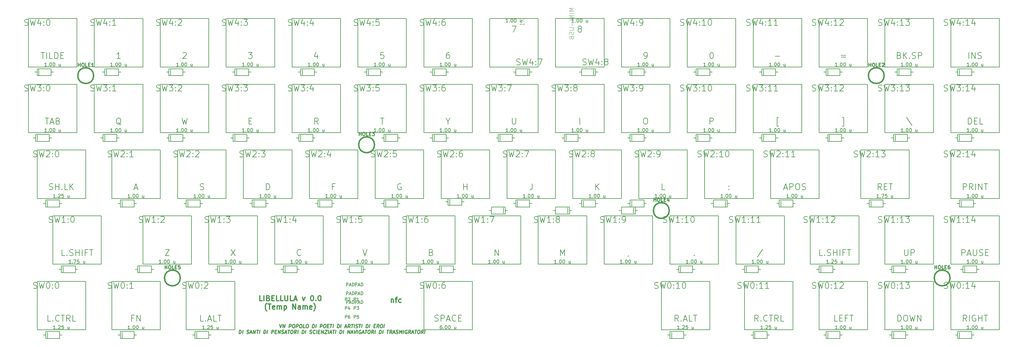
<source format=gto>
G04 (created by PCBNEW (2013-mar-13)-testing) date Mon 15 Apr 2013 12:09:35 AM CEST*
%MOIN*%
G04 Gerber Fmt 3.4, Leading zero omitted, Abs format*
%FSLAX34Y34*%
G01*
G70*
G90*
G04 APERTURE LIST*
%ADD10C,0.006*%
%ADD11C,0.011811*%
%ADD12C,0.00984252*%
%ADD13C,0.015*%
%ADD14C,0.00590551*%
%ADD15C,0.008*%
%ADD16C,0.01*%
%ADD17C,0.0035*%
G04 APERTURE END LIST*
G54D10*
G54D11*
X67955Y-71695D02*
X67955Y-72089D01*
X67955Y-71751D02*
X67983Y-71723D01*
X68039Y-71695D01*
X68124Y-71695D01*
X68180Y-71723D01*
X68208Y-71780D01*
X68208Y-72089D01*
X68405Y-71695D02*
X68630Y-71695D01*
X68489Y-72089D02*
X68489Y-71583D01*
X68517Y-71526D01*
X68574Y-71498D01*
X68630Y-71498D01*
X69080Y-72061D02*
X69024Y-72089D01*
X68911Y-72089D01*
X68855Y-72061D01*
X68827Y-72033D01*
X68799Y-71976D01*
X68799Y-71808D01*
X68827Y-71751D01*
X68855Y-71723D01*
X68911Y-71695D01*
X69024Y-71695D01*
X69080Y-71723D01*
G54D12*
X55278Y-74568D02*
X55360Y-74962D01*
X55541Y-74568D01*
X55623Y-74962D02*
X55672Y-74568D01*
X55848Y-74962D01*
X55897Y-74568D01*
X56335Y-74962D02*
X56384Y-74568D01*
X56534Y-74568D01*
X56569Y-74587D01*
X56586Y-74606D01*
X56600Y-74643D01*
X56593Y-74700D01*
X56569Y-74737D01*
X56548Y-74756D01*
X56508Y-74775D01*
X56358Y-74775D01*
X56853Y-74568D02*
X56928Y-74568D01*
X56963Y-74587D01*
X56996Y-74625D01*
X57005Y-74700D01*
X56989Y-74831D01*
X56961Y-74906D01*
X56919Y-74943D01*
X56879Y-74962D01*
X56804Y-74962D01*
X56769Y-74943D01*
X56736Y-74906D01*
X56726Y-74831D01*
X56743Y-74700D01*
X56771Y-74625D01*
X56813Y-74587D01*
X56853Y-74568D01*
X57141Y-74962D02*
X57190Y-74568D01*
X57340Y-74568D01*
X57376Y-74587D01*
X57392Y-74606D01*
X57406Y-74643D01*
X57399Y-74700D01*
X57376Y-74737D01*
X57354Y-74756D01*
X57315Y-74775D01*
X57165Y-74775D01*
X57659Y-74568D02*
X57734Y-74568D01*
X57769Y-74587D01*
X57802Y-74625D01*
X57811Y-74700D01*
X57795Y-74831D01*
X57767Y-74906D01*
X57725Y-74943D01*
X57685Y-74962D01*
X57610Y-74962D01*
X57575Y-74943D01*
X57542Y-74906D01*
X57533Y-74831D01*
X57549Y-74700D01*
X57577Y-74625D01*
X57619Y-74587D01*
X57659Y-74568D01*
X58135Y-74962D02*
X57947Y-74962D01*
X57997Y-74568D01*
X58390Y-74568D02*
X58465Y-74568D01*
X58500Y-74587D01*
X58533Y-74625D01*
X58543Y-74700D01*
X58526Y-74831D01*
X58498Y-74906D01*
X58456Y-74943D01*
X58416Y-74962D01*
X58341Y-74962D01*
X58306Y-74943D01*
X58273Y-74906D01*
X58264Y-74831D01*
X58280Y-74700D01*
X58308Y-74625D01*
X58350Y-74587D01*
X58390Y-74568D01*
X58978Y-74962D02*
X59028Y-74568D01*
X59121Y-74568D01*
X59175Y-74587D01*
X59208Y-74625D01*
X59222Y-74662D01*
X59232Y-74737D01*
X59225Y-74793D01*
X59196Y-74868D01*
X59173Y-74906D01*
X59131Y-74943D01*
X59072Y-74962D01*
X58978Y-74962D01*
X59372Y-74962D02*
X59421Y-74568D01*
X59860Y-74962D02*
X59909Y-74568D01*
X60059Y-74568D01*
X60094Y-74587D01*
X60110Y-74606D01*
X60124Y-74643D01*
X60117Y-74700D01*
X60094Y-74737D01*
X60073Y-74756D01*
X60033Y-74775D01*
X59883Y-74775D01*
X60378Y-74568D02*
X60452Y-74568D01*
X60488Y-74587D01*
X60520Y-74625D01*
X60530Y-74700D01*
X60513Y-74831D01*
X60485Y-74906D01*
X60443Y-74943D01*
X60403Y-74962D01*
X60328Y-74962D01*
X60293Y-74943D01*
X60260Y-74906D01*
X60251Y-74831D01*
X60267Y-74700D01*
X60295Y-74625D01*
X60338Y-74587D01*
X60378Y-74568D01*
X60692Y-74756D02*
X60823Y-74756D01*
X60853Y-74962D02*
X60666Y-74962D01*
X60715Y-74568D01*
X60902Y-74568D01*
X61015Y-74568D02*
X61240Y-74568D01*
X61078Y-74962D02*
X61127Y-74568D01*
X61322Y-74962D02*
X61371Y-74568D01*
X61809Y-74962D02*
X61859Y-74568D01*
X61952Y-74568D01*
X62006Y-74587D01*
X62039Y-74625D01*
X62053Y-74662D01*
X62062Y-74737D01*
X62055Y-74793D01*
X62027Y-74868D01*
X62004Y-74906D01*
X61962Y-74943D01*
X61903Y-74962D01*
X61809Y-74962D01*
X62203Y-74962D02*
X62252Y-74568D01*
X62686Y-74850D02*
X62873Y-74850D01*
X62634Y-74962D02*
X62815Y-74568D01*
X62897Y-74962D01*
X63253Y-74962D02*
X63145Y-74775D01*
X63028Y-74962D02*
X63077Y-74568D01*
X63227Y-74568D01*
X63262Y-74587D01*
X63279Y-74606D01*
X63293Y-74643D01*
X63286Y-74700D01*
X63262Y-74737D01*
X63241Y-74756D01*
X63201Y-74775D01*
X63051Y-74775D01*
X63415Y-74568D02*
X63640Y-74568D01*
X63478Y-74962D02*
X63527Y-74568D01*
X63722Y-74962D02*
X63771Y-74568D01*
X63893Y-74943D02*
X63947Y-74962D01*
X64040Y-74962D01*
X64080Y-74943D01*
X64101Y-74925D01*
X64125Y-74887D01*
X64129Y-74850D01*
X64115Y-74812D01*
X64099Y-74793D01*
X64064Y-74775D01*
X63991Y-74756D01*
X63956Y-74737D01*
X63940Y-74718D01*
X63925Y-74681D01*
X63930Y-74643D01*
X63954Y-74606D01*
X63975Y-74587D01*
X64015Y-74568D01*
X64108Y-74568D01*
X64162Y-74587D01*
X64277Y-74568D02*
X64502Y-74568D01*
X64340Y-74962D02*
X64389Y-74568D01*
X64584Y-74962D02*
X64633Y-74568D01*
X65071Y-74962D02*
X65121Y-74568D01*
X65214Y-74568D01*
X65268Y-74587D01*
X65301Y-74625D01*
X65315Y-74662D01*
X65325Y-74737D01*
X65318Y-74793D01*
X65289Y-74868D01*
X65266Y-74906D01*
X65224Y-74943D01*
X65165Y-74962D01*
X65071Y-74962D01*
X65465Y-74962D02*
X65514Y-74568D01*
X65978Y-74756D02*
X66110Y-74756D01*
X66140Y-74962D02*
X65953Y-74962D01*
X66002Y-74568D01*
X66189Y-74568D01*
X66534Y-74962D02*
X66426Y-74775D01*
X66309Y-74962D02*
X66358Y-74568D01*
X66508Y-74568D01*
X66543Y-74587D01*
X66560Y-74606D01*
X66574Y-74643D01*
X66567Y-74700D01*
X66543Y-74737D01*
X66522Y-74756D01*
X66482Y-74775D01*
X66332Y-74775D01*
X66827Y-74568D02*
X66902Y-74568D01*
X66937Y-74587D01*
X66970Y-74625D01*
X66979Y-74700D01*
X66963Y-74831D01*
X66934Y-74906D01*
X66892Y-74943D01*
X66852Y-74962D01*
X66777Y-74962D01*
X66742Y-74943D01*
X66710Y-74906D01*
X66700Y-74831D01*
X66717Y-74700D01*
X66745Y-74625D01*
X66787Y-74587D01*
X66827Y-74568D01*
X67115Y-74962D02*
X67164Y-74568D01*
X50664Y-75612D02*
X50713Y-75218D01*
X50807Y-75218D01*
X50861Y-75237D01*
X50894Y-75274D01*
X50908Y-75312D01*
X50917Y-75387D01*
X50910Y-75443D01*
X50882Y-75518D01*
X50858Y-75555D01*
X50816Y-75593D01*
X50758Y-75612D01*
X50664Y-75612D01*
X51058Y-75612D02*
X51107Y-75218D01*
X51529Y-75593D02*
X51583Y-75612D01*
X51676Y-75612D01*
X51716Y-75593D01*
X51737Y-75574D01*
X51761Y-75537D01*
X51765Y-75499D01*
X51751Y-75462D01*
X51735Y-75443D01*
X51700Y-75424D01*
X51627Y-75405D01*
X51592Y-75387D01*
X51575Y-75368D01*
X51561Y-75330D01*
X51566Y-75293D01*
X51590Y-75255D01*
X51611Y-75237D01*
X51650Y-75218D01*
X51744Y-75218D01*
X51798Y-75237D01*
X51915Y-75499D02*
X52103Y-75499D01*
X51864Y-75612D02*
X52044Y-75218D01*
X52126Y-75612D01*
X52257Y-75612D02*
X52307Y-75218D01*
X52482Y-75612D01*
X52532Y-75218D01*
X52663Y-75218D02*
X52888Y-75218D01*
X52726Y-75612D02*
X52775Y-75218D01*
X52970Y-75612D02*
X53019Y-75218D01*
X53457Y-75612D02*
X53506Y-75218D01*
X53600Y-75218D01*
X53654Y-75237D01*
X53687Y-75274D01*
X53701Y-75312D01*
X53710Y-75387D01*
X53703Y-75443D01*
X53675Y-75518D01*
X53652Y-75555D01*
X53610Y-75593D01*
X53551Y-75612D01*
X53457Y-75612D01*
X53851Y-75612D02*
X53900Y-75218D01*
X54338Y-75612D02*
X54388Y-75218D01*
X54538Y-75218D01*
X54573Y-75237D01*
X54589Y-75255D01*
X54603Y-75293D01*
X54596Y-75349D01*
X54573Y-75387D01*
X54552Y-75405D01*
X54512Y-75424D01*
X54362Y-75424D01*
X54758Y-75405D02*
X54889Y-75405D01*
X54920Y-75612D02*
X54732Y-75612D01*
X54781Y-75218D01*
X54969Y-75218D01*
X55088Y-75612D02*
X55138Y-75218D01*
X55313Y-75612D01*
X55363Y-75218D01*
X55484Y-75593D02*
X55538Y-75612D01*
X55632Y-75612D01*
X55672Y-75593D01*
X55693Y-75574D01*
X55716Y-75537D01*
X55721Y-75499D01*
X55707Y-75462D01*
X55691Y-75443D01*
X55655Y-75424D01*
X55583Y-75405D01*
X55548Y-75387D01*
X55531Y-75368D01*
X55517Y-75330D01*
X55522Y-75293D01*
X55545Y-75255D01*
X55566Y-75237D01*
X55606Y-75218D01*
X55700Y-75218D01*
X55754Y-75237D01*
X55871Y-75499D02*
X56059Y-75499D01*
X55819Y-75612D02*
X56000Y-75218D01*
X56082Y-75612D01*
X56206Y-75218D02*
X56431Y-75218D01*
X56269Y-75612D02*
X56319Y-75218D01*
X56637Y-75218D02*
X56712Y-75218D01*
X56747Y-75237D01*
X56780Y-75274D01*
X56790Y-75349D01*
X56773Y-75480D01*
X56745Y-75555D01*
X56703Y-75593D01*
X56663Y-75612D01*
X56588Y-75612D01*
X56553Y-75593D01*
X56520Y-75555D01*
X56511Y-75480D01*
X56527Y-75349D01*
X56555Y-75274D01*
X56598Y-75237D01*
X56637Y-75218D01*
X57151Y-75612D02*
X57043Y-75424D01*
X56926Y-75612D02*
X56975Y-75218D01*
X57125Y-75218D01*
X57160Y-75237D01*
X57176Y-75255D01*
X57190Y-75293D01*
X57183Y-75349D01*
X57160Y-75387D01*
X57139Y-75405D01*
X57099Y-75424D01*
X56949Y-75424D01*
X57319Y-75612D02*
X57369Y-75218D01*
X57807Y-75612D02*
X57856Y-75218D01*
X57950Y-75218D01*
X58004Y-75237D01*
X58036Y-75274D01*
X58050Y-75312D01*
X58060Y-75387D01*
X58053Y-75443D01*
X58025Y-75518D01*
X58001Y-75555D01*
X57959Y-75593D01*
X57900Y-75612D01*
X57807Y-75612D01*
X58200Y-75612D02*
X58250Y-75218D01*
X58671Y-75593D02*
X58725Y-75612D01*
X58819Y-75612D01*
X58859Y-75593D01*
X58880Y-75574D01*
X58903Y-75537D01*
X58908Y-75499D01*
X58894Y-75462D01*
X58878Y-75443D01*
X58843Y-75424D01*
X58770Y-75405D01*
X58735Y-75387D01*
X58718Y-75368D01*
X58704Y-75330D01*
X58709Y-75293D01*
X58732Y-75255D01*
X58753Y-75237D01*
X58793Y-75218D01*
X58887Y-75218D01*
X58941Y-75237D01*
X59292Y-75574D02*
X59271Y-75593D01*
X59213Y-75612D01*
X59175Y-75612D01*
X59121Y-75593D01*
X59089Y-75555D01*
X59075Y-75518D01*
X59065Y-75443D01*
X59072Y-75387D01*
X59100Y-75312D01*
X59124Y-75274D01*
X59166Y-75237D01*
X59225Y-75218D01*
X59262Y-75218D01*
X59316Y-75237D01*
X59332Y-75255D01*
X59457Y-75612D02*
X59506Y-75218D01*
X59670Y-75405D02*
X59801Y-75405D01*
X59831Y-75612D02*
X59644Y-75612D01*
X59693Y-75218D01*
X59881Y-75218D01*
X60000Y-75612D02*
X60049Y-75218D01*
X60225Y-75612D01*
X60274Y-75218D01*
X60424Y-75218D02*
X60687Y-75218D01*
X60375Y-75612D01*
X60638Y-75612D01*
X60788Y-75612D02*
X60837Y-75218D01*
X60970Y-75499D02*
X61158Y-75499D01*
X60919Y-75612D02*
X61099Y-75218D01*
X61181Y-75612D01*
X61306Y-75218D02*
X61530Y-75218D01*
X61369Y-75612D02*
X61418Y-75218D01*
X61613Y-75612D02*
X61662Y-75218D01*
X62100Y-75612D02*
X62149Y-75218D01*
X62243Y-75218D01*
X62297Y-75237D01*
X62330Y-75274D01*
X62344Y-75312D01*
X62353Y-75387D01*
X62346Y-75443D01*
X62318Y-75518D01*
X62294Y-75555D01*
X62252Y-75593D01*
X62194Y-75612D01*
X62100Y-75612D01*
X62494Y-75612D02*
X62543Y-75218D01*
X62981Y-75612D02*
X63030Y-75218D01*
X63206Y-75612D01*
X63255Y-75218D01*
X63389Y-75499D02*
X63576Y-75499D01*
X63337Y-75612D02*
X63518Y-75218D01*
X63600Y-75612D01*
X63724Y-75218D02*
X63806Y-75612D01*
X63986Y-75218D01*
X64068Y-75612D02*
X64118Y-75218D01*
X64509Y-75237D02*
X64474Y-75218D01*
X64418Y-75218D01*
X64359Y-75237D01*
X64317Y-75274D01*
X64293Y-75312D01*
X64265Y-75387D01*
X64258Y-75443D01*
X64268Y-75518D01*
X64282Y-75555D01*
X64315Y-75593D01*
X64368Y-75612D01*
X64406Y-75612D01*
X64464Y-75593D01*
X64486Y-75574D01*
X64502Y-75443D01*
X64427Y-75443D01*
X64645Y-75499D02*
X64832Y-75499D01*
X64593Y-75612D02*
X64774Y-75218D01*
X64856Y-75612D01*
X64980Y-75218D02*
X65205Y-75218D01*
X65043Y-75612D02*
X65093Y-75218D01*
X65411Y-75218D02*
X65486Y-75218D01*
X65521Y-75237D01*
X65554Y-75274D01*
X65564Y-75349D01*
X65547Y-75480D01*
X65519Y-75555D01*
X65477Y-75593D01*
X65437Y-75612D01*
X65362Y-75612D01*
X65327Y-75593D01*
X65294Y-75555D01*
X65285Y-75480D01*
X65301Y-75349D01*
X65329Y-75274D01*
X65371Y-75237D01*
X65411Y-75218D01*
X65924Y-75612D02*
X65817Y-75424D01*
X65699Y-75612D02*
X65749Y-75218D01*
X65899Y-75218D01*
X65934Y-75237D01*
X65950Y-75255D01*
X65964Y-75293D01*
X65957Y-75349D01*
X65934Y-75387D01*
X65913Y-75405D01*
X65873Y-75424D01*
X65723Y-75424D01*
X66093Y-75612D02*
X66142Y-75218D01*
X66581Y-75612D02*
X66630Y-75218D01*
X66724Y-75218D01*
X66777Y-75237D01*
X66810Y-75274D01*
X66824Y-75312D01*
X66834Y-75387D01*
X66827Y-75443D01*
X66799Y-75518D01*
X66775Y-75555D01*
X66733Y-75593D01*
X66674Y-75612D01*
X66581Y-75612D01*
X66974Y-75612D02*
X67024Y-75218D01*
X67455Y-75218D02*
X67680Y-75218D01*
X67518Y-75612D02*
X67567Y-75218D01*
X67987Y-75612D02*
X67879Y-75424D01*
X67762Y-75612D02*
X67811Y-75218D01*
X67961Y-75218D01*
X67996Y-75237D01*
X68012Y-75255D01*
X68027Y-75293D01*
X68020Y-75349D01*
X67996Y-75387D01*
X67975Y-75405D01*
X67935Y-75424D01*
X67785Y-75424D01*
X68151Y-75499D02*
X68338Y-75499D01*
X68099Y-75612D02*
X68280Y-75218D01*
X68362Y-75612D01*
X68476Y-75593D02*
X68530Y-75612D01*
X68624Y-75612D01*
X68664Y-75593D01*
X68685Y-75574D01*
X68708Y-75537D01*
X68713Y-75499D01*
X68699Y-75462D01*
X68683Y-75443D01*
X68648Y-75424D01*
X68575Y-75405D01*
X68540Y-75387D01*
X68523Y-75368D01*
X68509Y-75330D01*
X68514Y-75293D01*
X68537Y-75255D01*
X68559Y-75237D01*
X68598Y-75218D01*
X68692Y-75218D01*
X68746Y-75237D01*
X68868Y-75612D02*
X68917Y-75218D01*
X69013Y-75499D01*
X69180Y-75218D01*
X69130Y-75612D01*
X69318Y-75612D02*
X69367Y-75218D01*
X69758Y-75237D02*
X69723Y-75218D01*
X69667Y-75218D01*
X69608Y-75237D01*
X69566Y-75274D01*
X69543Y-75312D01*
X69515Y-75387D01*
X69508Y-75443D01*
X69517Y-75518D01*
X69531Y-75555D01*
X69564Y-75593D01*
X69618Y-75612D01*
X69655Y-75612D01*
X69714Y-75593D01*
X69735Y-75574D01*
X69751Y-75443D01*
X69676Y-75443D01*
X70124Y-75612D02*
X70016Y-75424D01*
X69899Y-75612D02*
X69948Y-75218D01*
X70098Y-75218D01*
X70133Y-75237D01*
X70150Y-75255D01*
X70164Y-75293D01*
X70157Y-75349D01*
X70133Y-75387D01*
X70112Y-75405D01*
X70072Y-75424D01*
X69922Y-75424D01*
X70288Y-75499D02*
X70475Y-75499D01*
X70236Y-75612D02*
X70417Y-75218D01*
X70499Y-75612D01*
X70623Y-75218D02*
X70848Y-75218D01*
X70686Y-75612D02*
X70736Y-75218D01*
X71054Y-75218D02*
X71129Y-75218D01*
X71164Y-75237D01*
X71197Y-75274D01*
X71207Y-75349D01*
X71190Y-75480D01*
X71162Y-75555D01*
X71120Y-75593D01*
X71080Y-75612D01*
X71005Y-75612D01*
X70970Y-75593D01*
X70937Y-75555D01*
X70928Y-75480D01*
X70944Y-75349D01*
X70972Y-75274D01*
X71014Y-75237D01*
X71054Y-75218D01*
X71568Y-75612D02*
X71460Y-75424D01*
X71343Y-75612D02*
X71392Y-75218D01*
X71542Y-75218D01*
X71577Y-75237D01*
X71593Y-75255D01*
X71607Y-75293D01*
X71600Y-75349D01*
X71577Y-75387D01*
X71556Y-75405D01*
X71516Y-75424D01*
X71366Y-75424D01*
X71736Y-75612D02*
X71785Y-75218D01*
G54D11*
X53318Y-71892D02*
X53037Y-71892D01*
X53037Y-71302D01*
X53515Y-71892D02*
X53515Y-71302D01*
X53993Y-71583D02*
X54077Y-71611D01*
X54105Y-71639D01*
X54133Y-71695D01*
X54133Y-71780D01*
X54105Y-71836D01*
X54077Y-71864D01*
X54021Y-71892D01*
X53796Y-71892D01*
X53796Y-71302D01*
X53993Y-71302D01*
X54049Y-71330D01*
X54077Y-71358D01*
X54105Y-71414D01*
X54105Y-71470D01*
X54077Y-71526D01*
X54049Y-71555D01*
X53993Y-71583D01*
X53796Y-71583D01*
X54386Y-71583D02*
X54583Y-71583D01*
X54668Y-71892D02*
X54386Y-71892D01*
X54386Y-71302D01*
X54668Y-71302D01*
X55202Y-71892D02*
X54921Y-71892D01*
X54921Y-71302D01*
X55680Y-71892D02*
X55399Y-71892D01*
X55399Y-71302D01*
X55877Y-71302D02*
X55877Y-71780D01*
X55905Y-71836D01*
X55933Y-71864D01*
X55989Y-71892D01*
X56102Y-71892D01*
X56158Y-71864D01*
X56186Y-71836D01*
X56214Y-71780D01*
X56214Y-71302D01*
X56777Y-71892D02*
X56496Y-71892D01*
X56496Y-71302D01*
X56946Y-71723D02*
X57227Y-71723D01*
X56889Y-71892D02*
X57086Y-71302D01*
X57283Y-71892D01*
X57874Y-71498D02*
X58014Y-71892D01*
X58155Y-71498D01*
X58942Y-71302D02*
X58998Y-71302D01*
X59055Y-71330D01*
X59083Y-71358D01*
X59111Y-71414D01*
X59139Y-71526D01*
X59139Y-71667D01*
X59111Y-71780D01*
X59083Y-71836D01*
X59055Y-71864D01*
X58998Y-71892D01*
X58942Y-71892D01*
X58886Y-71864D01*
X58858Y-71836D01*
X58830Y-71780D01*
X58802Y-71667D01*
X58802Y-71526D01*
X58830Y-71414D01*
X58858Y-71358D01*
X58886Y-71330D01*
X58942Y-71302D01*
X59392Y-71836D02*
X59420Y-71864D01*
X59392Y-71892D01*
X59364Y-71864D01*
X59392Y-71836D01*
X59392Y-71892D01*
X59786Y-71302D02*
X59842Y-71302D01*
X59898Y-71330D01*
X59926Y-71358D01*
X59955Y-71414D01*
X59983Y-71526D01*
X59983Y-71667D01*
X59955Y-71780D01*
X59926Y-71836D01*
X59898Y-71864D01*
X59842Y-71892D01*
X59786Y-71892D01*
X59730Y-71864D01*
X59701Y-71836D01*
X59673Y-71780D01*
X59645Y-71667D01*
X59645Y-71526D01*
X59673Y-71414D01*
X59701Y-71358D01*
X59730Y-71330D01*
X59786Y-71302D01*
X53824Y-73062D02*
X53796Y-73034D01*
X53740Y-72949D01*
X53712Y-72893D01*
X53683Y-72809D01*
X53655Y-72668D01*
X53655Y-72556D01*
X53683Y-72415D01*
X53712Y-72331D01*
X53740Y-72275D01*
X53796Y-72190D01*
X53824Y-72162D01*
X53965Y-72246D02*
X54302Y-72246D01*
X54133Y-72837D02*
X54133Y-72246D01*
X54724Y-72809D02*
X54668Y-72837D01*
X54555Y-72837D01*
X54499Y-72809D01*
X54471Y-72753D01*
X54471Y-72528D01*
X54499Y-72471D01*
X54555Y-72443D01*
X54668Y-72443D01*
X54724Y-72471D01*
X54752Y-72528D01*
X54752Y-72584D01*
X54471Y-72640D01*
X55005Y-72837D02*
X55005Y-72443D01*
X55005Y-72500D02*
X55033Y-72471D01*
X55089Y-72443D01*
X55174Y-72443D01*
X55230Y-72471D01*
X55258Y-72528D01*
X55258Y-72837D01*
X55258Y-72528D02*
X55286Y-72471D01*
X55343Y-72443D01*
X55427Y-72443D01*
X55483Y-72471D01*
X55511Y-72528D01*
X55511Y-72837D01*
X55793Y-72443D02*
X55793Y-73034D01*
X55793Y-72471D02*
X55849Y-72443D01*
X55961Y-72443D01*
X56017Y-72471D01*
X56046Y-72500D01*
X56074Y-72556D01*
X56074Y-72724D01*
X56046Y-72781D01*
X56017Y-72809D01*
X55961Y-72837D01*
X55849Y-72837D01*
X55793Y-72809D01*
X56777Y-72837D02*
X56777Y-72246D01*
X57114Y-72837D01*
X57114Y-72246D01*
X57649Y-72837D02*
X57649Y-72528D01*
X57620Y-72471D01*
X57564Y-72443D01*
X57452Y-72443D01*
X57395Y-72471D01*
X57649Y-72809D02*
X57592Y-72837D01*
X57452Y-72837D01*
X57395Y-72809D01*
X57367Y-72753D01*
X57367Y-72696D01*
X57395Y-72640D01*
X57452Y-72612D01*
X57592Y-72612D01*
X57649Y-72584D01*
X57930Y-72837D02*
X57930Y-72443D01*
X57930Y-72500D02*
X57958Y-72471D01*
X58014Y-72443D01*
X58098Y-72443D01*
X58155Y-72471D01*
X58183Y-72528D01*
X58183Y-72837D01*
X58183Y-72528D02*
X58211Y-72471D01*
X58267Y-72443D01*
X58352Y-72443D01*
X58408Y-72471D01*
X58436Y-72528D01*
X58436Y-72837D01*
X58942Y-72809D02*
X58886Y-72837D01*
X58773Y-72837D01*
X58717Y-72809D01*
X58689Y-72753D01*
X58689Y-72528D01*
X58717Y-72471D01*
X58773Y-72443D01*
X58886Y-72443D01*
X58942Y-72471D01*
X58970Y-72528D01*
X58970Y-72584D01*
X58689Y-72640D01*
X59167Y-73062D02*
X59195Y-73034D01*
X59251Y-72949D01*
X59280Y-72893D01*
X59308Y-72809D01*
X59336Y-72668D01*
X59336Y-72556D01*
X59308Y-72415D01*
X59280Y-72331D01*
X59251Y-72275D01*
X59195Y-72190D01*
X59167Y-72162D01*
G54D10*
X26772Y-39764D02*
X32282Y-39764D01*
X32282Y-39764D02*
X32282Y-45274D01*
X32282Y-45274D02*
X26772Y-45274D01*
X26772Y-45274D02*
X26772Y-39764D01*
X26772Y-47245D02*
X32282Y-47245D01*
X32282Y-47245D02*
X32282Y-52755D01*
X32282Y-52755D02*
X26772Y-52755D01*
X26772Y-52755D02*
X26772Y-47245D01*
X71654Y-39764D02*
X77164Y-39764D01*
X77164Y-39764D02*
X77164Y-45274D01*
X77164Y-45274D02*
X71654Y-45274D01*
X71654Y-45274D02*
X71654Y-39764D01*
X49213Y-39764D02*
X54723Y-39764D01*
X54723Y-39764D02*
X54723Y-45274D01*
X54723Y-45274D02*
X49213Y-45274D01*
X49213Y-45274D02*
X49213Y-39764D01*
X66142Y-54725D02*
X71652Y-54725D01*
X71652Y-54725D02*
X71652Y-60235D01*
X71652Y-60235D02*
X66142Y-60235D01*
X66142Y-60235D02*
X66142Y-54725D01*
X36221Y-69685D02*
X41731Y-69685D01*
X41731Y-69685D02*
X41731Y-75195D01*
X41731Y-75195D02*
X36221Y-75195D01*
X36221Y-75195D02*
X36221Y-69685D01*
X47245Y-62205D02*
X52755Y-62205D01*
X52755Y-62205D02*
X52755Y-67715D01*
X52755Y-67715D02*
X47245Y-67715D01*
X47245Y-67715D02*
X47245Y-62205D01*
X54725Y-62205D02*
X60235Y-62205D01*
X60235Y-62205D02*
X60235Y-67715D01*
X60235Y-67715D02*
X54725Y-67715D01*
X54725Y-67715D02*
X54725Y-62205D01*
X64174Y-47245D02*
X69684Y-47245D01*
X69684Y-47245D02*
X69684Y-52755D01*
X69684Y-52755D02*
X64174Y-52755D01*
X64174Y-52755D02*
X64174Y-47245D01*
X56693Y-39764D02*
X62203Y-39764D01*
X62203Y-39764D02*
X62203Y-45274D01*
X62203Y-45274D02*
X56693Y-45274D01*
X56693Y-45274D02*
X56693Y-39764D01*
X34252Y-47245D02*
X39762Y-47245D01*
X39762Y-47245D02*
X39762Y-52755D01*
X39762Y-52755D02*
X34252Y-52755D01*
X34252Y-52755D02*
X34252Y-47245D01*
X62205Y-62205D02*
X67715Y-62205D01*
X67715Y-62205D02*
X67715Y-67715D01*
X67715Y-67715D02*
X62205Y-67715D01*
X62205Y-67715D02*
X62205Y-62205D01*
X49213Y-47245D02*
X54723Y-47245D01*
X54723Y-47245D02*
X54723Y-52755D01*
X54723Y-52755D02*
X49213Y-52755D01*
X49213Y-52755D02*
X49213Y-47245D01*
X43701Y-54725D02*
X49211Y-54725D01*
X49211Y-54725D02*
X49211Y-60235D01*
X49211Y-60235D02*
X43701Y-60235D01*
X43701Y-60235D02*
X43701Y-54725D01*
X36221Y-54725D02*
X41731Y-54725D01*
X41731Y-54725D02*
X41731Y-60235D01*
X41731Y-60235D02*
X36221Y-60235D01*
X36221Y-60235D02*
X36221Y-54725D01*
X64174Y-39764D02*
X69684Y-39764D01*
X69684Y-39764D02*
X69684Y-45274D01*
X69684Y-45274D02*
X64174Y-45274D01*
X64174Y-45274D02*
X64174Y-39764D01*
X56693Y-47245D02*
X62203Y-47245D01*
X62203Y-47245D02*
X62203Y-52755D01*
X62203Y-52755D02*
X56693Y-52755D01*
X56693Y-52755D02*
X56693Y-47245D01*
X51182Y-54725D02*
X56692Y-54725D01*
X56692Y-54725D02*
X56692Y-60235D01*
X56692Y-60235D02*
X51182Y-60235D01*
X51182Y-60235D02*
X51182Y-54725D01*
X58662Y-54725D02*
X64172Y-54725D01*
X64172Y-54725D02*
X64172Y-60235D01*
X64172Y-60235D02*
X58662Y-60235D01*
X58662Y-60235D02*
X58662Y-54725D01*
X41733Y-39764D02*
X47243Y-39764D01*
X47243Y-39764D02*
X47243Y-45274D01*
X47243Y-45274D02*
X41733Y-45274D01*
X41733Y-45274D02*
X41733Y-39764D01*
X41733Y-47245D02*
X47243Y-47245D01*
X47243Y-47245D02*
X47243Y-52755D01*
X47243Y-52755D02*
X41733Y-52755D01*
X41733Y-52755D02*
X41733Y-47245D01*
X39764Y-62205D02*
X45274Y-62205D01*
X45274Y-62205D02*
X45274Y-67715D01*
X45274Y-67715D02*
X39764Y-67715D01*
X39764Y-67715D02*
X39764Y-62205D01*
X34252Y-39764D02*
X39762Y-39764D01*
X39762Y-39764D02*
X39762Y-45274D01*
X39762Y-45274D02*
X34252Y-45274D01*
X34252Y-45274D02*
X34252Y-39764D01*
X109056Y-39764D02*
X114566Y-39764D01*
X114566Y-39764D02*
X114566Y-45274D01*
X114566Y-45274D02*
X109056Y-45274D01*
X109056Y-45274D02*
X109056Y-39764D01*
X107087Y-62205D02*
X112597Y-62205D01*
X112597Y-62205D02*
X112597Y-67715D01*
X112597Y-67715D02*
X107087Y-67715D01*
X107087Y-67715D02*
X107087Y-62205D01*
X109056Y-47245D02*
X114566Y-47245D01*
X114566Y-47245D02*
X114566Y-52755D01*
X114566Y-52755D02*
X109056Y-52755D01*
X109056Y-52755D02*
X109056Y-47245D01*
X111024Y-54725D02*
X116534Y-54725D01*
X116534Y-54725D02*
X116534Y-60235D01*
X116534Y-60235D02*
X111024Y-60235D01*
X111024Y-60235D02*
X111024Y-54725D01*
X116536Y-39764D02*
X122046Y-39764D01*
X122046Y-39764D02*
X122046Y-45274D01*
X122046Y-45274D02*
X116536Y-45274D01*
X116536Y-45274D02*
X116536Y-39764D01*
X116536Y-69685D02*
X122046Y-69685D01*
X122046Y-69685D02*
X122046Y-75195D01*
X122046Y-75195D02*
X116536Y-75195D01*
X116536Y-75195D02*
X116536Y-69685D01*
X116536Y-47245D02*
X122046Y-47245D01*
X122046Y-47245D02*
X122046Y-52755D01*
X122046Y-52755D02*
X116536Y-52755D01*
X116536Y-52755D02*
X116536Y-47245D01*
X101575Y-47245D02*
X107085Y-47245D01*
X107085Y-47245D02*
X107085Y-52755D01*
X107085Y-52755D02*
X101575Y-52755D01*
X101575Y-52755D02*
X101575Y-47245D01*
X124016Y-62205D02*
X129526Y-62205D01*
X129526Y-62205D02*
X129526Y-67715D01*
X129526Y-67715D02*
X124016Y-67715D01*
X124016Y-67715D02*
X124016Y-62205D01*
X124016Y-69685D02*
X129526Y-69685D01*
X129526Y-69685D02*
X129526Y-75195D01*
X129526Y-75195D02*
X124016Y-75195D01*
X124016Y-75195D02*
X124016Y-69685D01*
X124016Y-47245D02*
X129526Y-47245D01*
X129526Y-47245D02*
X129526Y-52755D01*
X129526Y-52755D02*
X124016Y-52755D01*
X124016Y-52755D02*
X124016Y-47245D01*
X131496Y-39764D02*
X137006Y-39764D01*
X137006Y-39764D02*
X137006Y-45274D01*
X137006Y-45274D02*
X131496Y-45274D01*
X131496Y-45274D02*
X131496Y-39764D01*
X131496Y-62205D02*
X137006Y-62205D01*
X137006Y-62205D02*
X137006Y-67715D01*
X137006Y-67715D02*
X131496Y-67715D01*
X131496Y-67715D02*
X131496Y-62205D01*
X131496Y-69685D02*
X137006Y-69685D01*
X137006Y-69685D02*
X137006Y-75195D01*
X137006Y-75195D02*
X131496Y-75195D01*
X131496Y-75195D02*
X131496Y-69685D01*
X131496Y-47245D02*
X137006Y-47245D01*
X137006Y-47245D02*
X137006Y-52755D01*
X137006Y-52755D02*
X131496Y-52755D01*
X131496Y-52755D02*
X131496Y-47245D01*
X131496Y-54725D02*
X137006Y-54725D01*
X137006Y-54725D02*
X137006Y-60235D01*
X137006Y-60235D02*
X131496Y-60235D01*
X131496Y-60235D02*
X131496Y-54725D01*
X124016Y-39764D02*
X129526Y-39764D01*
X129526Y-39764D02*
X129526Y-45274D01*
X129526Y-45274D02*
X124016Y-45274D01*
X124016Y-45274D02*
X124016Y-39764D01*
X77166Y-62205D02*
X82676Y-62205D01*
X82676Y-62205D02*
X82676Y-67715D01*
X82676Y-67715D02*
X77166Y-67715D01*
X77166Y-67715D02*
X77166Y-62205D01*
X79134Y-47245D02*
X84644Y-47245D01*
X84644Y-47245D02*
X84644Y-52755D01*
X84644Y-52755D02*
X79134Y-52755D01*
X79134Y-52755D02*
X79134Y-47245D01*
X81103Y-54725D02*
X86613Y-54725D01*
X86613Y-54725D02*
X86613Y-60235D01*
X86613Y-60235D02*
X81103Y-60235D01*
X81103Y-60235D02*
X81103Y-54725D01*
X92125Y-45274D02*
X86615Y-45274D01*
X86615Y-45274D02*
X86615Y-39764D01*
X86615Y-39764D02*
X92125Y-39764D01*
X92125Y-39764D02*
X92125Y-45274D01*
X84646Y-62205D02*
X90156Y-62205D01*
X90156Y-62205D02*
X90156Y-67715D01*
X90156Y-67715D02*
X84646Y-67715D01*
X84646Y-67715D02*
X84646Y-62205D01*
X103544Y-54725D02*
X109054Y-54725D01*
X109054Y-54725D02*
X109054Y-60235D01*
X109054Y-60235D02*
X103544Y-60235D01*
X103544Y-60235D02*
X103544Y-54725D01*
X86615Y-47245D02*
X92125Y-47245D01*
X92125Y-47245D02*
X92125Y-52755D01*
X92125Y-52755D02*
X86615Y-52755D01*
X86615Y-52755D02*
X86615Y-47245D01*
X73622Y-54725D02*
X79132Y-54725D01*
X79132Y-54725D02*
X79132Y-60235D01*
X79132Y-60235D02*
X73622Y-60235D01*
X73622Y-60235D02*
X73622Y-54725D01*
X84644Y-45274D02*
X79134Y-45274D01*
X79134Y-45274D02*
X79134Y-39764D01*
X79134Y-39764D02*
X84644Y-39764D01*
X84644Y-39764D02*
X84644Y-45274D01*
X94095Y-39764D02*
X99605Y-39764D01*
X99605Y-39764D02*
X99605Y-45274D01*
X99605Y-45274D02*
X94095Y-45274D01*
X94095Y-45274D02*
X94095Y-39764D01*
X92126Y-62205D02*
X97636Y-62205D01*
X97636Y-62205D02*
X97636Y-67715D01*
X97636Y-67715D02*
X92126Y-67715D01*
X92126Y-67715D02*
X92126Y-62205D01*
X71654Y-47245D02*
X77164Y-47245D01*
X77164Y-47245D02*
X77164Y-52755D01*
X77164Y-52755D02*
X71654Y-52755D01*
X71654Y-52755D02*
X71654Y-47245D01*
X94095Y-47245D02*
X99605Y-47245D01*
X99605Y-47245D02*
X99605Y-52755D01*
X99605Y-52755D02*
X94095Y-52755D01*
X94095Y-52755D02*
X94095Y-47245D01*
X96063Y-54725D02*
X101573Y-54725D01*
X101573Y-54725D02*
X101573Y-60235D01*
X101573Y-60235D02*
X96063Y-60235D01*
X96063Y-60235D02*
X96063Y-54725D01*
X101575Y-39764D02*
X107085Y-39764D01*
X107085Y-39764D02*
X107085Y-45274D01*
X107085Y-45274D02*
X101575Y-45274D01*
X101575Y-45274D02*
X101575Y-39764D01*
X99607Y-62205D02*
X105117Y-62205D01*
X105117Y-62205D02*
X105117Y-67715D01*
X105117Y-67715D02*
X99607Y-67715D01*
X99607Y-67715D02*
X99607Y-62205D01*
X69685Y-62205D02*
X75195Y-62205D01*
X75195Y-62205D02*
X75195Y-67715D01*
X75195Y-67715D02*
X69685Y-67715D01*
X69685Y-67715D02*
X69685Y-62205D01*
X88583Y-54725D02*
X94093Y-54725D01*
X94093Y-54725D02*
X94093Y-60235D01*
X94093Y-60235D02*
X88583Y-60235D01*
X88583Y-60235D02*
X88583Y-54725D01*
X29528Y-62205D02*
X35038Y-62205D01*
X35038Y-62205D02*
X35038Y-67715D01*
X35038Y-67715D02*
X29528Y-67715D01*
X29528Y-67715D02*
X29528Y-62205D01*
X121260Y-54725D02*
X126770Y-54725D01*
X126770Y-54725D02*
X126770Y-60235D01*
X126770Y-60235D02*
X121260Y-60235D01*
X121260Y-60235D02*
X121260Y-54725D01*
X27756Y-69685D02*
X33266Y-69685D01*
X33266Y-69685D02*
X33266Y-75195D01*
X33266Y-75195D02*
X27756Y-75195D01*
X27756Y-75195D02*
X27756Y-69685D01*
X27756Y-54725D02*
X33266Y-54725D01*
X33266Y-54725D02*
X33266Y-60235D01*
X33266Y-60235D02*
X27756Y-60235D01*
X27756Y-60235D02*
X27756Y-54725D01*
X115552Y-62205D02*
X121062Y-62205D01*
X121062Y-62205D02*
X121062Y-67715D01*
X121062Y-67715D02*
X115552Y-67715D01*
X115552Y-67715D02*
X115552Y-62205D01*
X108071Y-69685D02*
X113581Y-69685D01*
X113581Y-69685D02*
X113581Y-75195D01*
X113581Y-75195D02*
X108071Y-75195D01*
X108071Y-75195D02*
X108071Y-69685D01*
X98622Y-69685D02*
X104132Y-69685D01*
X104132Y-69685D02*
X104132Y-75195D01*
X104132Y-75195D02*
X98622Y-75195D01*
X98622Y-75195D02*
X98622Y-69685D01*
X44685Y-69685D02*
X50195Y-69685D01*
X50195Y-69685D02*
X50195Y-75195D01*
X50195Y-75195D02*
X44685Y-75195D01*
X44685Y-75195D02*
X44685Y-69685D01*
G54D13*
X34167Y-46259D02*
G75*
G03X34167Y-46259I-900J0D01*
G74*
G01*
X123931Y-46259D02*
G75*
G03X123931Y-46259I-900J0D01*
G74*
G01*
X44010Y-69291D02*
G75*
G03X44010Y-69291I-900J0D01*
G74*
G01*
X131411Y-69291D02*
G75*
G03X131411Y-69291I-900J0D01*
G74*
G01*
X66057Y-54133D02*
G75*
G03X66057Y-54133I-900J0D01*
G74*
G01*
X99522Y-61614D02*
G75*
G03X99522Y-61614I-900J0D01*
G74*
G01*
G54D10*
X71654Y-69685D02*
X77164Y-69685D01*
X77164Y-69685D02*
X77164Y-75195D01*
X77164Y-75195D02*
X71654Y-75195D01*
X71654Y-75195D02*
X71654Y-69685D01*
G54D14*
X94816Y-53346D02*
X95066Y-53346D01*
X96916Y-53346D02*
X96666Y-53346D01*
X95275Y-53031D02*
X95275Y-53661D01*
X96653Y-53740D02*
X95078Y-53740D01*
X95078Y-53740D02*
X95078Y-52952D01*
X95078Y-52952D02*
X96653Y-52952D01*
X96653Y-52952D02*
X96653Y-53740D01*
X107808Y-68307D02*
X108058Y-68307D01*
X109908Y-68307D02*
X109658Y-68307D01*
X108267Y-67992D02*
X108267Y-68622D01*
X109645Y-68700D02*
X108070Y-68700D01*
X108070Y-68700D02*
X108070Y-67913D01*
X108070Y-67913D02*
X109645Y-67913D01*
X109645Y-67913D02*
X109645Y-68700D01*
X109776Y-45866D02*
X110026Y-45866D01*
X111876Y-45866D02*
X111626Y-45866D01*
X110236Y-45551D02*
X110236Y-46181D01*
X111614Y-46259D02*
X110039Y-46259D01*
X110039Y-46259D02*
X110039Y-45472D01*
X110039Y-45472D02*
X111614Y-45472D01*
X111614Y-45472D02*
X111614Y-46259D01*
X106364Y-60826D02*
X106114Y-60826D01*
X104264Y-60826D02*
X104514Y-60826D01*
X105905Y-61141D02*
X105905Y-60511D01*
X104527Y-60433D02*
X106102Y-60433D01*
X106102Y-60433D02*
X106102Y-61220D01*
X106102Y-61220D02*
X104527Y-61220D01*
X104527Y-61220D02*
X104527Y-60433D01*
X102296Y-53346D02*
X102546Y-53346D01*
X104396Y-53346D02*
X104146Y-53346D01*
X102755Y-53031D02*
X102755Y-53661D01*
X104133Y-53740D02*
X102559Y-53740D01*
X102559Y-53740D02*
X102559Y-52952D01*
X102559Y-52952D02*
X104133Y-52952D01*
X104133Y-52952D02*
X104133Y-53740D01*
X99343Y-75787D02*
X99593Y-75787D01*
X101443Y-75787D02*
X101193Y-75787D01*
X99803Y-75472D02*
X99803Y-76102D01*
X101181Y-76181D02*
X99606Y-76181D01*
X99606Y-76181D02*
X99606Y-75393D01*
X99606Y-75393D02*
X101181Y-75393D01*
X101181Y-75393D02*
X101181Y-76181D01*
X100327Y-68307D02*
X100577Y-68307D01*
X102427Y-68307D02*
X102177Y-68307D01*
X100787Y-67992D02*
X100787Y-68622D01*
X102165Y-68700D02*
X100590Y-68700D01*
X100590Y-68700D02*
X100590Y-67913D01*
X100590Y-67913D02*
X102165Y-67913D01*
X102165Y-67913D02*
X102165Y-68700D01*
X102296Y-45866D02*
X102546Y-45866D01*
X104396Y-45866D02*
X104146Y-45866D01*
X102755Y-45551D02*
X102755Y-46181D01*
X104133Y-46259D02*
X102559Y-46259D01*
X102559Y-46259D02*
X102559Y-45472D01*
X102559Y-45472D02*
X104133Y-45472D01*
X104133Y-45472D02*
X104133Y-46259D01*
X94816Y-60826D02*
X95066Y-60826D01*
X96916Y-60826D02*
X96666Y-60826D01*
X95275Y-60511D02*
X95275Y-61141D01*
X96653Y-61220D02*
X95078Y-61220D01*
X95078Y-61220D02*
X95078Y-60433D01*
X95078Y-60433D02*
X96653Y-60433D01*
X96653Y-60433D02*
X96653Y-61220D01*
X108792Y-75787D02*
X109042Y-75787D01*
X110892Y-75787D02*
X110642Y-75787D01*
X109251Y-75472D02*
X109251Y-76102D01*
X110629Y-76181D02*
X109055Y-76181D01*
X109055Y-76181D02*
X109055Y-75393D01*
X109055Y-75393D02*
X110629Y-75393D01*
X110629Y-75393D02*
X110629Y-76181D01*
X95931Y-61614D02*
X95681Y-61614D01*
X93831Y-61614D02*
X94081Y-61614D01*
X95472Y-61929D02*
X95472Y-61299D01*
X94094Y-61220D02*
X95669Y-61220D01*
X95669Y-61220D02*
X95669Y-62007D01*
X95669Y-62007D02*
X94094Y-62007D01*
X94094Y-62007D02*
X94094Y-61220D01*
X94816Y-45866D02*
X95066Y-45866D01*
X96916Y-45866D02*
X96666Y-45866D01*
X95275Y-45551D02*
X95275Y-46181D01*
X96653Y-46259D02*
X95078Y-46259D01*
X95078Y-46259D02*
X95078Y-45472D01*
X95078Y-45472D02*
X96653Y-45472D01*
X96653Y-45472D02*
X96653Y-46259D01*
X89304Y-60826D02*
X89554Y-60826D01*
X91404Y-60826D02*
X91154Y-60826D01*
X89763Y-60511D02*
X89763Y-61141D01*
X91141Y-61220D02*
X89566Y-61220D01*
X89566Y-61220D02*
X89566Y-60433D01*
X89566Y-60433D02*
X91141Y-60433D01*
X91141Y-60433D02*
X91141Y-61220D01*
X87335Y-53346D02*
X87585Y-53346D01*
X89435Y-53346D02*
X89185Y-53346D01*
X87795Y-53031D02*
X87795Y-53661D01*
X89173Y-53740D02*
X87598Y-53740D01*
X87598Y-53740D02*
X87598Y-52952D01*
X87598Y-52952D02*
X89173Y-52952D01*
X89173Y-52952D02*
X89173Y-53740D01*
X88451Y-61614D02*
X88201Y-61614D01*
X86351Y-61614D02*
X86601Y-61614D01*
X87992Y-61929D02*
X87992Y-61299D01*
X86614Y-61220D02*
X88188Y-61220D01*
X88188Y-61220D02*
X88188Y-62007D01*
X88188Y-62007D02*
X86614Y-62007D01*
X86614Y-62007D02*
X86614Y-61220D01*
X91404Y-45866D02*
X91154Y-45866D01*
X89304Y-45866D02*
X89554Y-45866D01*
X90944Y-46181D02*
X90944Y-45551D01*
X89566Y-45472D02*
X91141Y-45472D01*
X91141Y-45472D02*
X91141Y-46259D01*
X91141Y-46259D02*
X89566Y-46259D01*
X89566Y-46259D02*
X89566Y-45472D01*
X81824Y-60826D02*
X82074Y-60826D01*
X83924Y-60826D02*
X83674Y-60826D01*
X82283Y-60511D02*
X82283Y-61141D01*
X83661Y-61220D02*
X82086Y-61220D01*
X82086Y-61220D02*
X82086Y-60433D01*
X82086Y-60433D02*
X83661Y-60433D01*
X83661Y-60433D02*
X83661Y-61220D01*
X124540Y-68307D02*
X124790Y-68307D01*
X126640Y-68307D02*
X126390Y-68307D01*
X125000Y-67992D02*
X125000Y-68622D01*
X126377Y-68700D02*
X124803Y-68700D01*
X124803Y-68700D02*
X124803Y-67913D01*
X124803Y-67913D02*
X126377Y-67913D01*
X126377Y-67913D02*
X126377Y-68700D01*
X132217Y-60826D02*
X132467Y-60826D01*
X134317Y-60826D02*
X134067Y-60826D01*
X132677Y-60511D02*
X132677Y-61141D01*
X134055Y-61220D02*
X132480Y-61220D01*
X132480Y-61220D02*
X132480Y-60433D01*
X132480Y-60433D02*
X134055Y-60433D01*
X134055Y-60433D02*
X134055Y-61220D01*
X132020Y-53346D02*
X132270Y-53346D01*
X134120Y-53346D02*
X133870Y-53346D01*
X132480Y-53031D02*
X132480Y-53661D01*
X133858Y-53740D02*
X132283Y-53740D01*
X132283Y-53740D02*
X132283Y-52952D01*
X132283Y-52952D02*
X133858Y-52952D01*
X133858Y-52952D02*
X133858Y-53740D01*
X132020Y-75787D02*
X132270Y-75787D01*
X134120Y-75787D02*
X133870Y-75787D01*
X132480Y-75472D02*
X132480Y-76102D01*
X133858Y-76181D02*
X132283Y-76181D01*
X132283Y-76181D02*
X132283Y-75393D01*
X132283Y-75393D02*
X133858Y-75393D01*
X133858Y-75393D02*
X133858Y-76181D01*
X132611Y-68307D02*
X132861Y-68307D01*
X134711Y-68307D02*
X134461Y-68307D01*
X133070Y-67992D02*
X133070Y-68622D01*
X134448Y-68700D02*
X132874Y-68700D01*
X132874Y-68700D02*
X132874Y-67913D01*
X132874Y-67913D02*
X134448Y-67913D01*
X134448Y-67913D02*
X134448Y-68700D01*
X132020Y-45866D02*
X132270Y-45866D01*
X134120Y-45866D02*
X133870Y-45866D01*
X132480Y-45551D02*
X132480Y-46181D01*
X133858Y-46259D02*
X132283Y-46259D01*
X132283Y-46259D02*
X132283Y-45472D01*
X132283Y-45472D02*
X133858Y-45472D01*
X133858Y-45472D02*
X133858Y-46259D01*
X121981Y-60826D02*
X122231Y-60826D01*
X124081Y-60826D02*
X123831Y-60826D01*
X122440Y-60511D02*
X122440Y-61141D01*
X123818Y-61220D02*
X122244Y-61220D01*
X122244Y-61220D02*
X122244Y-60433D01*
X122244Y-60433D02*
X123818Y-60433D01*
X123818Y-60433D02*
X123818Y-61220D01*
X124737Y-53346D02*
X124987Y-53346D01*
X126837Y-53346D02*
X126587Y-53346D01*
X125196Y-53031D02*
X125196Y-53661D01*
X126574Y-53740D02*
X125000Y-53740D01*
X125000Y-53740D02*
X125000Y-52952D01*
X125000Y-52952D02*
X126574Y-52952D01*
X126574Y-52952D02*
X126574Y-53740D01*
X124540Y-75787D02*
X124790Y-75787D01*
X126640Y-75787D02*
X126390Y-75787D01*
X125000Y-75472D02*
X125000Y-76102D01*
X126377Y-76181D02*
X124803Y-76181D01*
X124803Y-76181D02*
X124803Y-75393D01*
X124803Y-75393D02*
X126377Y-75393D01*
X126377Y-75393D02*
X126377Y-76181D01*
X79855Y-53346D02*
X80105Y-53346D01*
X81955Y-53346D02*
X81705Y-53346D01*
X80314Y-53031D02*
X80314Y-53661D01*
X81692Y-53740D02*
X80118Y-53740D01*
X80118Y-53740D02*
X80118Y-52952D01*
X80118Y-52952D02*
X81692Y-52952D01*
X81692Y-52952D02*
X81692Y-53740D01*
X125131Y-45866D02*
X125381Y-45866D01*
X127231Y-45866D02*
X126981Y-45866D01*
X125590Y-45551D02*
X125590Y-46181D01*
X126968Y-46259D02*
X125393Y-46259D01*
X125393Y-46259D02*
X125393Y-45472D01*
X125393Y-45472D02*
X126968Y-45472D01*
X126968Y-45472D02*
X126968Y-46259D01*
X117257Y-53346D02*
X117507Y-53346D01*
X119357Y-53346D02*
X119107Y-53346D01*
X117716Y-53031D02*
X117716Y-53661D01*
X119094Y-53740D02*
X117519Y-53740D01*
X117519Y-53740D02*
X117519Y-52952D01*
X117519Y-52952D02*
X119094Y-52952D01*
X119094Y-52952D02*
X119094Y-53740D01*
X117060Y-75787D02*
X117310Y-75787D01*
X119160Y-75787D02*
X118910Y-75787D01*
X117519Y-75472D02*
X117519Y-76102D01*
X118897Y-76181D02*
X117322Y-76181D01*
X117322Y-76181D02*
X117322Y-75393D01*
X117322Y-75393D02*
X118897Y-75393D01*
X118897Y-75393D02*
X118897Y-76181D01*
X116272Y-68307D02*
X116522Y-68307D01*
X118372Y-68307D02*
X118122Y-68307D01*
X116732Y-67992D02*
X116732Y-68622D01*
X118110Y-68700D02*
X116535Y-68700D01*
X116535Y-68700D02*
X116535Y-67913D01*
X116535Y-67913D02*
X118110Y-67913D01*
X118110Y-67913D02*
X118110Y-68700D01*
X117060Y-45866D02*
X117310Y-45866D01*
X119160Y-45866D02*
X118910Y-45866D01*
X117519Y-45551D02*
X117519Y-46181D01*
X118897Y-46259D02*
X117322Y-46259D01*
X117322Y-46259D02*
X117322Y-45472D01*
X117322Y-45472D02*
X118897Y-45472D01*
X118897Y-45472D02*
X118897Y-46259D01*
X111745Y-60826D02*
X111995Y-60826D01*
X113845Y-60826D02*
X113595Y-60826D01*
X112204Y-60511D02*
X112204Y-61141D01*
X113582Y-61220D02*
X112007Y-61220D01*
X112007Y-61220D02*
X112007Y-60433D01*
X112007Y-60433D02*
X113582Y-60433D01*
X113582Y-60433D02*
X113582Y-61220D01*
X109776Y-53346D02*
X110026Y-53346D01*
X111876Y-53346D02*
X111626Y-53346D01*
X110236Y-53031D02*
X110236Y-53661D01*
X111614Y-53740D02*
X110039Y-53740D01*
X110039Y-53740D02*
X110039Y-52952D01*
X110039Y-52952D02*
X111614Y-52952D01*
X111614Y-52952D02*
X111614Y-53740D01*
X36942Y-60826D02*
X37192Y-60826D01*
X39042Y-60826D02*
X38792Y-60826D01*
X37401Y-60511D02*
X37401Y-61141D01*
X38779Y-61220D02*
X37204Y-61220D01*
X37204Y-61220D02*
X37204Y-60433D01*
X37204Y-60433D02*
X38779Y-60433D01*
X38779Y-60433D02*
X38779Y-61220D01*
X49737Y-53346D02*
X49987Y-53346D01*
X51837Y-53346D02*
X51587Y-53346D01*
X50196Y-53031D02*
X50196Y-53661D01*
X51574Y-53740D02*
X50000Y-53740D01*
X50000Y-53740D02*
X50000Y-52952D01*
X50000Y-52952D02*
X51574Y-52952D01*
X51574Y-52952D02*
X51574Y-53740D01*
X47965Y-68307D02*
X48215Y-68307D01*
X50065Y-68307D02*
X49815Y-68307D01*
X48425Y-67992D02*
X48425Y-68622D01*
X49803Y-68700D02*
X48228Y-68700D01*
X48228Y-68700D02*
X48228Y-67913D01*
X48228Y-67913D02*
X49803Y-67913D01*
X49803Y-67913D02*
X49803Y-68700D01*
X49934Y-45866D02*
X50184Y-45866D01*
X52034Y-45866D02*
X51784Y-45866D01*
X50393Y-45551D02*
X50393Y-46181D01*
X51771Y-46259D02*
X50196Y-46259D01*
X50196Y-46259D02*
X50196Y-45472D01*
X50196Y-45472D02*
X51771Y-45472D01*
X51771Y-45472D02*
X51771Y-46259D01*
X44422Y-60826D02*
X44672Y-60826D01*
X46522Y-60826D02*
X46272Y-60826D01*
X44881Y-60511D02*
X44881Y-61141D01*
X46259Y-61220D02*
X44685Y-61220D01*
X44685Y-61220D02*
X44685Y-60433D01*
X44685Y-60433D02*
X46259Y-60433D01*
X46259Y-60433D02*
X46259Y-61220D01*
X42453Y-53346D02*
X42703Y-53346D01*
X44553Y-53346D02*
X44303Y-53346D01*
X42913Y-53031D02*
X42913Y-53661D01*
X44291Y-53740D02*
X42716Y-53740D01*
X42716Y-53740D02*
X42716Y-52952D01*
X42716Y-52952D02*
X44291Y-52952D01*
X44291Y-52952D02*
X44291Y-53740D01*
X45406Y-75787D02*
X45656Y-75787D01*
X47506Y-75787D02*
X47256Y-75787D01*
X45866Y-75472D02*
X45866Y-76102D01*
X47244Y-76181D02*
X45669Y-76181D01*
X45669Y-76181D02*
X45669Y-75393D01*
X45669Y-75393D02*
X47244Y-75393D01*
X47244Y-75393D02*
X47244Y-76181D01*
X38910Y-68307D02*
X39160Y-68307D01*
X41010Y-68307D02*
X40760Y-68307D01*
X39370Y-67992D02*
X39370Y-68622D01*
X40748Y-68700D02*
X39173Y-68700D01*
X39173Y-68700D02*
X39173Y-67913D01*
X39173Y-67913D02*
X40748Y-67913D01*
X40748Y-67913D02*
X40748Y-68700D01*
X42453Y-45866D02*
X42703Y-45866D01*
X44553Y-45866D02*
X44303Y-45866D01*
X42913Y-45551D02*
X42913Y-46181D01*
X44291Y-46259D02*
X42716Y-46259D01*
X42716Y-46259D02*
X42716Y-45472D01*
X42716Y-45472D02*
X44291Y-45472D01*
X44291Y-45472D02*
X44291Y-46259D01*
X51902Y-60826D02*
X52152Y-60826D01*
X54002Y-60826D02*
X53752Y-60826D01*
X52362Y-60511D02*
X52362Y-61141D01*
X53740Y-61220D02*
X52165Y-61220D01*
X52165Y-61220D02*
X52165Y-60433D01*
X52165Y-60433D02*
X53740Y-60433D01*
X53740Y-60433D02*
X53740Y-61220D01*
X34973Y-53346D02*
X35223Y-53346D01*
X37073Y-53346D02*
X36823Y-53346D01*
X35433Y-53031D02*
X35433Y-53661D01*
X36811Y-53740D02*
X35236Y-53740D01*
X35236Y-53740D02*
X35236Y-52952D01*
X35236Y-52952D02*
X36811Y-52952D01*
X36811Y-52952D02*
X36811Y-53740D01*
X36942Y-75787D02*
X37192Y-75787D01*
X39042Y-75787D02*
X38792Y-75787D01*
X37401Y-75472D02*
X37401Y-76102D01*
X38779Y-76181D02*
X37204Y-76181D01*
X37204Y-76181D02*
X37204Y-75393D01*
X37204Y-75393D02*
X38779Y-75393D01*
X38779Y-75393D02*
X38779Y-76181D01*
X35170Y-45866D02*
X35420Y-45866D01*
X37270Y-45866D02*
X37020Y-45866D01*
X35629Y-45551D02*
X35629Y-46181D01*
X37007Y-46259D02*
X35433Y-46259D01*
X35433Y-46259D02*
X35433Y-45472D01*
X35433Y-45472D02*
X37007Y-45472D01*
X37007Y-45472D02*
X37007Y-46259D01*
X28477Y-60826D02*
X28727Y-60826D01*
X30577Y-60826D02*
X30327Y-60826D01*
X28937Y-60511D02*
X28937Y-61141D01*
X30314Y-61220D02*
X28740Y-61220D01*
X28740Y-61220D02*
X28740Y-60433D01*
X28740Y-60433D02*
X30314Y-60433D01*
X30314Y-60433D02*
X30314Y-61220D01*
X27296Y-53346D02*
X27546Y-53346D01*
X29396Y-53346D02*
X29146Y-53346D01*
X27755Y-53031D02*
X27755Y-53661D01*
X29133Y-53740D02*
X27559Y-53740D01*
X27559Y-53740D02*
X27559Y-52952D01*
X27559Y-52952D02*
X29133Y-52952D01*
X29133Y-52952D02*
X29133Y-53740D01*
X28477Y-75787D02*
X28727Y-75787D01*
X30577Y-75787D02*
X30327Y-75787D01*
X28937Y-75472D02*
X28937Y-76102D01*
X30314Y-76181D02*
X28740Y-76181D01*
X28740Y-76181D02*
X28740Y-75393D01*
X28740Y-75393D02*
X30314Y-75393D01*
X30314Y-75393D02*
X30314Y-76181D01*
X30249Y-68307D02*
X30499Y-68307D01*
X32349Y-68307D02*
X32099Y-68307D01*
X30708Y-67992D02*
X30708Y-68622D01*
X32086Y-68700D02*
X30511Y-68700D01*
X30511Y-68700D02*
X30511Y-67913D01*
X30511Y-67913D02*
X32086Y-67913D01*
X32086Y-67913D02*
X32086Y-68700D01*
X27493Y-45866D02*
X27743Y-45866D01*
X29593Y-45866D02*
X29343Y-45866D01*
X27952Y-45551D02*
X27952Y-46181D01*
X29330Y-46259D02*
X27755Y-46259D01*
X27755Y-46259D02*
X27755Y-45472D01*
X27755Y-45472D02*
X29330Y-45472D01*
X29330Y-45472D02*
X29330Y-46259D01*
X57414Y-45866D02*
X57664Y-45866D01*
X59514Y-45866D02*
X59264Y-45866D01*
X57874Y-45551D02*
X57874Y-46181D01*
X59251Y-46259D02*
X57677Y-46259D01*
X57677Y-46259D02*
X57677Y-45472D01*
X57677Y-45472D02*
X59251Y-45472D01*
X59251Y-45472D02*
X59251Y-46259D01*
X55446Y-68307D02*
X55696Y-68307D01*
X57546Y-68307D02*
X57296Y-68307D01*
X55905Y-67992D02*
X55905Y-68622D01*
X57283Y-68700D02*
X55708Y-68700D01*
X55708Y-68700D02*
X55708Y-67913D01*
X55708Y-67913D02*
X57283Y-67913D01*
X57283Y-67913D02*
X57283Y-68700D01*
X57217Y-53346D02*
X57467Y-53346D01*
X59317Y-53346D02*
X59067Y-53346D01*
X57677Y-53031D02*
X57677Y-53661D01*
X59055Y-53740D02*
X57480Y-53740D01*
X57480Y-53740D02*
X57480Y-52952D01*
X57480Y-52952D02*
X59055Y-52952D01*
X59055Y-52952D02*
X59055Y-53740D01*
X59383Y-60826D02*
X59633Y-60826D01*
X61483Y-60826D02*
X61233Y-60826D01*
X59842Y-60511D02*
X59842Y-61141D01*
X61220Y-61220D02*
X59645Y-61220D01*
X59645Y-61220D02*
X59645Y-60433D01*
X59645Y-60433D02*
X61220Y-60433D01*
X61220Y-60433D02*
X61220Y-61220D01*
X64894Y-45866D02*
X65144Y-45866D01*
X66994Y-45866D02*
X66744Y-45866D01*
X65354Y-45551D02*
X65354Y-46181D01*
X66732Y-46259D02*
X65157Y-46259D01*
X65157Y-46259D02*
X65157Y-45472D01*
X65157Y-45472D02*
X66732Y-45472D01*
X66732Y-45472D02*
X66732Y-46259D01*
X65026Y-68307D02*
X64776Y-68307D01*
X62926Y-68307D02*
X63176Y-68307D01*
X64566Y-68622D02*
X64566Y-67992D01*
X63188Y-67913D02*
X64763Y-67913D01*
X64763Y-67913D02*
X64763Y-68700D01*
X64763Y-68700D02*
X63188Y-68700D01*
X63188Y-68700D02*
X63188Y-67913D01*
X66863Y-53346D02*
X67113Y-53346D01*
X68963Y-53346D02*
X68713Y-53346D01*
X67322Y-53031D02*
X67322Y-53661D01*
X68700Y-53740D02*
X67125Y-53740D01*
X67125Y-53740D02*
X67125Y-52952D01*
X67125Y-52952D02*
X68700Y-52952D01*
X68700Y-52952D02*
X68700Y-53740D01*
X66863Y-60826D02*
X67113Y-60826D01*
X68963Y-60826D02*
X68713Y-60826D01*
X67322Y-60511D02*
X67322Y-61141D01*
X68700Y-61220D02*
X67125Y-61220D01*
X67125Y-61220D02*
X67125Y-60433D01*
X67125Y-60433D02*
X68700Y-60433D01*
X68700Y-60433D02*
X68700Y-61220D01*
X72375Y-45866D02*
X72625Y-45866D01*
X74475Y-45866D02*
X74225Y-45866D01*
X72834Y-45551D02*
X72834Y-46181D01*
X74212Y-46259D02*
X72637Y-46259D01*
X72637Y-46259D02*
X72637Y-45472D01*
X72637Y-45472D02*
X74212Y-45472D01*
X74212Y-45472D02*
X74212Y-46259D01*
X71522Y-68307D02*
X71272Y-68307D01*
X69422Y-68307D02*
X69672Y-68307D01*
X71062Y-68622D02*
X71062Y-67992D01*
X69685Y-67913D02*
X71259Y-67913D01*
X71259Y-67913D02*
X71259Y-68700D01*
X71259Y-68700D02*
X69685Y-68700D01*
X69685Y-68700D02*
X69685Y-67913D01*
X73162Y-68307D02*
X73412Y-68307D01*
X75262Y-68307D02*
X75012Y-68307D01*
X73622Y-67992D02*
X73622Y-68622D01*
X75000Y-68700D02*
X73425Y-68700D01*
X73425Y-68700D02*
X73425Y-67913D01*
X73425Y-67913D02*
X75000Y-67913D01*
X75000Y-67913D02*
X75000Y-68700D01*
X72375Y-53346D02*
X72625Y-53346D01*
X74475Y-53346D02*
X74225Y-53346D01*
X72834Y-53031D02*
X72834Y-53661D01*
X74212Y-53740D02*
X72637Y-53740D01*
X72637Y-53740D02*
X72637Y-52952D01*
X72637Y-52952D02*
X74212Y-52952D01*
X74212Y-52952D02*
X74212Y-53740D01*
X74146Y-60629D02*
X74396Y-60629D01*
X76246Y-60629D02*
X75996Y-60629D01*
X74606Y-60314D02*
X74606Y-60944D01*
X75984Y-61023D02*
X74409Y-61023D01*
X74409Y-61023D02*
X74409Y-60236D01*
X74409Y-60236D02*
X75984Y-60236D01*
X75984Y-60236D02*
X75984Y-61023D01*
X83924Y-45866D02*
X83674Y-45866D01*
X81824Y-45866D02*
X82074Y-45866D01*
X83464Y-46181D02*
X83464Y-45551D01*
X82086Y-45472D02*
X83661Y-45472D01*
X83661Y-45472D02*
X83661Y-46259D01*
X83661Y-46259D02*
X82086Y-46259D01*
X82086Y-46259D02*
X82086Y-45472D01*
X81168Y-61614D02*
X80918Y-61614D01*
X79068Y-61614D02*
X79318Y-61614D01*
X80708Y-61929D02*
X80708Y-61299D01*
X79330Y-61220D02*
X80905Y-61220D01*
X80905Y-61220D02*
X80905Y-62007D01*
X80905Y-62007D02*
X79330Y-62007D01*
X79330Y-62007D02*
X79330Y-61220D01*
X63738Y-71893D02*
X63738Y-71539D01*
X63873Y-71539D01*
X63907Y-71555D01*
X63924Y-71572D01*
X63940Y-71606D01*
X63940Y-71657D01*
X63924Y-71690D01*
X63907Y-71707D01*
X63873Y-71724D01*
X63738Y-71724D01*
X64278Y-71893D02*
X64075Y-71893D01*
X64177Y-71893D02*
X64177Y-71539D01*
X64143Y-71589D01*
X64109Y-71623D01*
X64075Y-71640D01*
X63878Y-70218D02*
X63878Y-69864D01*
X64013Y-69864D01*
X64046Y-69880D01*
X64063Y-69897D01*
X64080Y-69931D01*
X64080Y-69982D01*
X64063Y-70015D01*
X64046Y-70032D01*
X64013Y-70049D01*
X63878Y-70049D01*
X64215Y-70117D02*
X64384Y-70117D01*
X64181Y-70218D02*
X64300Y-69864D01*
X64418Y-70218D01*
X64536Y-70218D02*
X64536Y-69864D01*
X64620Y-69864D01*
X64671Y-69880D01*
X64704Y-69914D01*
X64721Y-69948D01*
X64738Y-70015D01*
X64738Y-70066D01*
X64721Y-70134D01*
X64704Y-70167D01*
X64671Y-70201D01*
X64620Y-70218D01*
X64536Y-70218D01*
X63738Y-72893D02*
X63738Y-72539D01*
X63873Y-72539D01*
X63907Y-72555D01*
X63924Y-72572D01*
X63940Y-72606D01*
X63940Y-72657D01*
X63924Y-72690D01*
X63907Y-72707D01*
X63873Y-72724D01*
X63738Y-72724D01*
X64059Y-72539D02*
X64278Y-72539D01*
X64160Y-72674D01*
X64210Y-72674D01*
X64244Y-72690D01*
X64261Y-72707D01*
X64278Y-72741D01*
X64278Y-72825D01*
X64261Y-72859D01*
X64244Y-72876D01*
X64210Y-72893D01*
X64109Y-72893D01*
X64075Y-72876D01*
X64059Y-72859D01*
X63878Y-71218D02*
X63878Y-70864D01*
X64013Y-70864D01*
X64046Y-70880D01*
X64063Y-70897D01*
X64080Y-70931D01*
X64080Y-70982D01*
X64063Y-71015D01*
X64046Y-71032D01*
X64013Y-71049D01*
X63878Y-71049D01*
X64215Y-71117D02*
X64384Y-71117D01*
X64181Y-71218D02*
X64300Y-70864D01*
X64418Y-71218D01*
X64536Y-71218D02*
X64536Y-70864D01*
X64620Y-70864D01*
X64671Y-70880D01*
X64704Y-70914D01*
X64721Y-70948D01*
X64738Y-71015D01*
X64738Y-71066D01*
X64721Y-71134D01*
X64704Y-71167D01*
X64671Y-71201D01*
X64620Y-71218D01*
X64536Y-71218D01*
X63738Y-73893D02*
X63738Y-73539D01*
X63873Y-73539D01*
X63907Y-73555D01*
X63924Y-73572D01*
X63940Y-73606D01*
X63940Y-73657D01*
X63924Y-73690D01*
X63907Y-73707D01*
X63873Y-73724D01*
X63738Y-73724D01*
X64261Y-73539D02*
X64092Y-73539D01*
X64075Y-73707D01*
X64092Y-73690D01*
X64126Y-73674D01*
X64210Y-73674D01*
X64244Y-73690D01*
X64261Y-73707D01*
X64278Y-73741D01*
X64278Y-73825D01*
X64261Y-73859D01*
X64244Y-73876D01*
X64210Y-73893D01*
X64126Y-73893D01*
X64092Y-73876D01*
X64075Y-73859D01*
X63878Y-72218D02*
X63878Y-71864D01*
X64013Y-71864D01*
X64046Y-71880D01*
X64063Y-71897D01*
X64080Y-71931D01*
X64080Y-71982D01*
X64063Y-72015D01*
X64046Y-72032D01*
X64013Y-72049D01*
X63878Y-72049D01*
X64215Y-72117D02*
X64384Y-72117D01*
X64181Y-72218D02*
X64300Y-71864D01*
X64418Y-72218D01*
X64536Y-72218D02*
X64536Y-71864D01*
X64620Y-71864D01*
X64671Y-71880D01*
X64704Y-71914D01*
X64721Y-71948D01*
X64738Y-72015D01*
X64738Y-72066D01*
X64721Y-72134D01*
X64704Y-72167D01*
X64671Y-72201D01*
X64620Y-72218D01*
X64536Y-72218D01*
X62738Y-71893D02*
X62738Y-71539D01*
X62873Y-71539D01*
X62907Y-71555D01*
X62924Y-71572D01*
X62940Y-71606D01*
X62940Y-71657D01*
X62924Y-71690D01*
X62907Y-71707D01*
X62873Y-71724D01*
X62738Y-71724D01*
X63075Y-71572D02*
X63092Y-71555D01*
X63126Y-71539D01*
X63210Y-71539D01*
X63244Y-71555D01*
X63261Y-71572D01*
X63278Y-71606D01*
X63278Y-71640D01*
X63261Y-71690D01*
X63059Y-71893D01*
X63278Y-71893D01*
X62878Y-70218D02*
X62878Y-69864D01*
X63013Y-69864D01*
X63046Y-69880D01*
X63063Y-69897D01*
X63080Y-69931D01*
X63080Y-69982D01*
X63063Y-70015D01*
X63046Y-70032D01*
X63013Y-70049D01*
X62878Y-70049D01*
X63215Y-70117D02*
X63384Y-70117D01*
X63181Y-70218D02*
X63300Y-69864D01*
X63418Y-70218D01*
X63536Y-70218D02*
X63536Y-69864D01*
X63620Y-69864D01*
X63671Y-69880D01*
X63704Y-69914D01*
X63721Y-69948D01*
X63738Y-70015D01*
X63738Y-70066D01*
X63721Y-70134D01*
X63704Y-70167D01*
X63671Y-70201D01*
X63620Y-70218D01*
X63536Y-70218D01*
X62738Y-72893D02*
X62738Y-72539D01*
X62873Y-72539D01*
X62907Y-72555D01*
X62924Y-72572D01*
X62940Y-72606D01*
X62940Y-72657D01*
X62924Y-72690D01*
X62907Y-72707D01*
X62873Y-72724D01*
X62738Y-72724D01*
X63244Y-72657D02*
X63244Y-72893D01*
X63160Y-72522D02*
X63075Y-72775D01*
X63295Y-72775D01*
X62878Y-71218D02*
X62878Y-70864D01*
X63013Y-70864D01*
X63046Y-70880D01*
X63063Y-70897D01*
X63080Y-70931D01*
X63080Y-70982D01*
X63063Y-71015D01*
X63046Y-71032D01*
X63013Y-71049D01*
X62878Y-71049D01*
X63215Y-71117D02*
X63384Y-71117D01*
X63181Y-71218D02*
X63300Y-70864D01*
X63418Y-71218D01*
X63536Y-71218D02*
X63536Y-70864D01*
X63620Y-70864D01*
X63671Y-70880D01*
X63704Y-70914D01*
X63721Y-70948D01*
X63738Y-71015D01*
X63738Y-71066D01*
X63721Y-71134D01*
X63704Y-71167D01*
X63671Y-71201D01*
X63620Y-71218D01*
X63536Y-71218D01*
X62738Y-73893D02*
X62738Y-73539D01*
X62873Y-73539D01*
X62907Y-73555D01*
X62924Y-73572D01*
X62940Y-73606D01*
X62940Y-73657D01*
X62924Y-73690D01*
X62907Y-73707D01*
X62873Y-73724D01*
X62738Y-73724D01*
X63244Y-73539D02*
X63177Y-73539D01*
X63143Y-73555D01*
X63126Y-73572D01*
X63092Y-73623D01*
X63075Y-73690D01*
X63075Y-73825D01*
X63092Y-73859D01*
X63109Y-73876D01*
X63143Y-73893D01*
X63210Y-73893D01*
X63244Y-73876D01*
X63261Y-73859D01*
X63278Y-73825D01*
X63278Y-73741D01*
X63261Y-73707D01*
X63244Y-73690D01*
X63210Y-73674D01*
X63143Y-73674D01*
X63109Y-73690D01*
X63092Y-73707D01*
X63075Y-73741D01*
X62878Y-72218D02*
X62878Y-71864D01*
X63013Y-71864D01*
X63046Y-71880D01*
X63063Y-71897D01*
X63080Y-71931D01*
X63080Y-71982D01*
X63063Y-72015D01*
X63046Y-72032D01*
X63013Y-72049D01*
X62878Y-72049D01*
X63215Y-72117D02*
X63384Y-72117D01*
X63181Y-72218D02*
X63300Y-71864D01*
X63418Y-72218D01*
X63536Y-72218D02*
X63536Y-71864D01*
X63620Y-71864D01*
X63671Y-71880D01*
X63704Y-71914D01*
X63721Y-71948D01*
X63738Y-72015D01*
X63738Y-72066D01*
X63721Y-72134D01*
X63704Y-72167D01*
X63671Y-72201D01*
X63620Y-72218D01*
X63536Y-72218D01*
G54D15*
X26344Y-40519D02*
X26444Y-40553D01*
X26610Y-40553D01*
X26677Y-40519D01*
X26710Y-40486D01*
X26744Y-40419D01*
X26744Y-40353D01*
X26710Y-40286D01*
X26677Y-40253D01*
X26610Y-40219D01*
X26477Y-40186D01*
X26410Y-40153D01*
X26377Y-40119D01*
X26344Y-40053D01*
X26344Y-39986D01*
X26377Y-39919D01*
X26410Y-39886D01*
X26477Y-39853D01*
X26644Y-39853D01*
X26744Y-39886D01*
X26977Y-39853D02*
X27144Y-40553D01*
X27277Y-40053D01*
X27410Y-40553D01*
X27577Y-39853D01*
X28144Y-40086D02*
X28144Y-40553D01*
X27977Y-39819D02*
X27810Y-40319D01*
X28244Y-40319D01*
X28510Y-40486D02*
X28544Y-40519D01*
X28510Y-40553D01*
X28477Y-40519D01*
X28510Y-40486D01*
X28510Y-40553D01*
X28510Y-40119D02*
X28544Y-40153D01*
X28510Y-40186D01*
X28477Y-40153D01*
X28510Y-40119D01*
X28510Y-40186D01*
X28977Y-39853D02*
X29044Y-39853D01*
X29110Y-39886D01*
X29144Y-39919D01*
X29177Y-39986D01*
X29210Y-40119D01*
X29210Y-40286D01*
X29177Y-40419D01*
X29144Y-40486D01*
X29110Y-40519D01*
X29044Y-40553D01*
X28977Y-40553D01*
X28910Y-40519D01*
X28877Y-40486D01*
X28844Y-40419D01*
X28810Y-40286D01*
X28810Y-40119D01*
X28844Y-39986D01*
X28877Y-39919D01*
X28910Y-39886D01*
X28977Y-39853D01*
X28210Y-43603D02*
X28610Y-43603D01*
X28410Y-44303D02*
X28410Y-43603D01*
X28844Y-44303D02*
X28844Y-43603D01*
X29510Y-44303D02*
X29177Y-44303D01*
X29177Y-43603D01*
X29744Y-44303D02*
X29744Y-43603D01*
X29910Y-43603D01*
X30010Y-43636D01*
X30077Y-43703D01*
X30110Y-43769D01*
X30144Y-43903D01*
X30144Y-44003D01*
X30110Y-44136D01*
X30077Y-44203D01*
X30010Y-44269D01*
X29910Y-44303D01*
X29744Y-44303D01*
X30444Y-43936D02*
X30677Y-43936D01*
X30777Y-44303D02*
X30444Y-44303D01*
X30444Y-43603D01*
X30777Y-43603D01*
G54D14*
X28843Y-45179D02*
X28618Y-45179D01*
X28730Y-45179D02*
X28730Y-44785D01*
X28693Y-44841D01*
X28655Y-44879D01*
X28618Y-44897D01*
X29011Y-45141D02*
X29030Y-45160D01*
X29011Y-45179D01*
X28993Y-45160D01*
X29011Y-45141D01*
X29011Y-45179D01*
X29274Y-44785D02*
X29311Y-44785D01*
X29349Y-44804D01*
X29368Y-44822D01*
X29386Y-44860D01*
X29405Y-44935D01*
X29405Y-45029D01*
X29386Y-45104D01*
X29368Y-45141D01*
X29349Y-45160D01*
X29311Y-45179D01*
X29274Y-45179D01*
X29236Y-45160D01*
X29218Y-45141D01*
X29199Y-45104D01*
X29180Y-45029D01*
X29180Y-44935D01*
X29199Y-44860D01*
X29218Y-44822D01*
X29236Y-44804D01*
X29274Y-44785D01*
X29649Y-44785D02*
X29686Y-44785D01*
X29724Y-44804D01*
X29743Y-44822D01*
X29761Y-44860D01*
X29780Y-44935D01*
X29780Y-45029D01*
X29761Y-45104D01*
X29743Y-45141D01*
X29724Y-45160D01*
X29686Y-45179D01*
X29649Y-45179D01*
X29611Y-45160D01*
X29593Y-45141D01*
X29574Y-45104D01*
X29555Y-45029D01*
X29555Y-44935D01*
X29574Y-44860D01*
X29593Y-44822D01*
X29611Y-44804D01*
X29649Y-44785D01*
X30418Y-44916D02*
X30418Y-45179D01*
X30249Y-44916D02*
X30249Y-45122D01*
X30268Y-45160D01*
X30305Y-45179D01*
X30361Y-45179D01*
X30399Y-45160D01*
X30418Y-45141D01*
G54D15*
X26344Y-48000D02*
X26444Y-48033D01*
X26610Y-48033D01*
X26677Y-48000D01*
X26710Y-47966D01*
X26744Y-47900D01*
X26744Y-47833D01*
X26710Y-47766D01*
X26677Y-47733D01*
X26610Y-47700D01*
X26477Y-47666D01*
X26410Y-47633D01*
X26377Y-47600D01*
X26344Y-47533D01*
X26344Y-47466D01*
X26377Y-47400D01*
X26410Y-47366D01*
X26477Y-47333D01*
X26644Y-47333D01*
X26744Y-47366D01*
X26977Y-47333D02*
X27144Y-48033D01*
X27277Y-47533D01*
X27410Y-48033D01*
X27577Y-47333D01*
X27777Y-47333D02*
X28210Y-47333D01*
X27977Y-47600D01*
X28077Y-47600D01*
X28144Y-47633D01*
X28177Y-47666D01*
X28210Y-47733D01*
X28210Y-47900D01*
X28177Y-47966D01*
X28144Y-48000D01*
X28077Y-48033D01*
X27877Y-48033D01*
X27810Y-48000D01*
X27777Y-47966D01*
X28510Y-47966D02*
X28544Y-48000D01*
X28510Y-48033D01*
X28477Y-48000D01*
X28510Y-47966D01*
X28510Y-48033D01*
X28510Y-47600D02*
X28544Y-47633D01*
X28510Y-47666D01*
X28477Y-47633D01*
X28510Y-47600D01*
X28510Y-47666D01*
X28977Y-47333D02*
X29044Y-47333D01*
X29110Y-47366D01*
X29144Y-47400D01*
X29177Y-47466D01*
X29210Y-47600D01*
X29210Y-47766D01*
X29177Y-47900D01*
X29144Y-47966D01*
X29110Y-48000D01*
X29044Y-48033D01*
X28977Y-48033D01*
X28910Y-48000D01*
X28877Y-47966D01*
X28844Y-47900D01*
X28810Y-47766D01*
X28810Y-47600D01*
X28844Y-47466D01*
X28877Y-47400D01*
X28910Y-47366D01*
X28977Y-47333D01*
X28677Y-51083D02*
X29077Y-51083D01*
X28877Y-51783D02*
X28877Y-51083D01*
X29277Y-51583D02*
X29610Y-51583D01*
X29210Y-51783D02*
X29444Y-51083D01*
X29677Y-51783D01*
X30144Y-51416D02*
X30244Y-51450D01*
X30277Y-51483D01*
X30310Y-51550D01*
X30310Y-51650D01*
X30277Y-51716D01*
X30244Y-51750D01*
X30177Y-51783D01*
X29910Y-51783D01*
X29910Y-51083D01*
X30144Y-51083D01*
X30210Y-51116D01*
X30244Y-51150D01*
X30277Y-51216D01*
X30277Y-51283D01*
X30244Y-51350D01*
X30210Y-51383D01*
X30144Y-51416D01*
X29910Y-51416D01*
G54D14*
X28843Y-52659D02*
X28618Y-52659D01*
X28730Y-52659D02*
X28730Y-52265D01*
X28693Y-52321D01*
X28655Y-52359D01*
X28618Y-52378D01*
X29011Y-52621D02*
X29030Y-52640D01*
X29011Y-52659D01*
X28993Y-52640D01*
X29011Y-52621D01*
X29011Y-52659D01*
X29274Y-52265D02*
X29311Y-52265D01*
X29349Y-52284D01*
X29368Y-52303D01*
X29386Y-52340D01*
X29405Y-52415D01*
X29405Y-52509D01*
X29386Y-52584D01*
X29368Y-52621D01*
X29349Y-52640D01*
X29311Y-52659D01*
X29274Y-52659D01*
X29236Y-52640D01*
X29218Y-52621D01*
X29199Y-52584D01*
X29180Y-52509D01*
X29180Y-52415D01*
X29199Y-52340D01*
X29218Y-52303D01*
X29236Y-52284D01*
X29274Y-52265D01*
X29649Y-52265D02*
X29686Y-52265D01*
X29724Y-52284D01*
X29743Y-52303D01*
X29761Y-52340D01*
X29780Y-52415D01*
X29780Y-52509D01*
X29761Y-52584D01*
X29743Y-52621D01*
X29724Y-52640D01*
X29686Y-52659D01*
X29649Y-52659D01*
X29611Y-52640D01*
X29593Y-52621D01*
X29574Y-52584D01*
X29555Y-52509D01*
X29555Y-52415D01*
X29574Y-52340D01*
X29593Y-52303D01*
X29611Y-52284D01*
X29649Y-52265D01*
X30418Y-52396D02*
X30418Y-52659D01*
X30249Y-52396D02*
X30249Y-52603D01*
X30268Y-52640D01*
X30305Y-52659D01*
X30361Y-52659D01*
X30399Y-52640D01*
X30418Y-52621D01*
G54D15*
X71226Y-40519D02*
X71326Y-40553D01*
X71492Y-40553D01*
X71559Y-40519D01*
X71592Y-40486D01*
X71626Y-40419D01*
X71626Y-40353D01*
X71592Y-40286D01*
X71559Y-40253D01*
X71492Y-40219D01*
X71359Y-40186D01*
X71292Y-40153D01*
X71259Y-40119D01*
X71226Y-40053D01*
X71226Y-39986D01*
X71259Y-39919D01*
X71292Y-39886D01*
X71359Y-39853D01*
X71526Y-39853D01*
X71626Y-39886D01*
X71859Y-39853D02*
X72026Y-40553D01*
X72159Y-40053D01*
X72292Y-40553D01*
X72459Y-39853D01*
X73026Y-40086D02*
X73026Y-40553D01*
X72859Y-39819D02*
X72692Y-40319D01*
X73126Y-40319D01*
X73392Y-40486D02*
X73426Y-40519D01*
X73392Y-40553D01*
X73359Y-40519D01*
X73392Y-40486D01*
X73392Y-40553D01*
X73392Y-40119D02*
X73426Y-40153D01*
X73392Y-40186D01*
X73359Y-40153D01*
X73392Y-40119D01*
X73392Y-40186D01*
X74026Y-39853D02*
X73892Y-39853D01*
X73826Y-39886D01*
X73792Y-39919D01*
X73726Y-40019D01*
X73692Y-40153D01*
X73692Y-40419D01*
X73726Y-40486D01*
X73759Y-40519D01*
X73826Y-40553D01*
X73959Y-40553D01*
X74026Y-40519D01*
X74059Y-40486D01*
X74092Y-40419D01*
X74092Y-40253D01*
X74059Y-40186D01*
X74026Y-40153D01*
X73959Y-40119D01*
X73826Y-40119D01*
X73759Y-40153D01*
X73726Y-40186D01*
X73692Y-40253D01*
X74542Y-43603D02*
X74409Y-43603D01*
X74342Y-43636D01*
X74309Y-43669D01*
X74242Y-43769D01*
X74209Y-43903D01*
X74209Y-44169D01*
X74242Y-44236D01*
X74276Y-44269D01*
X74342Y-44303D01*
X74476Y-44303D01*
X74542Y-44269D01*
X74576Y-44236D01*
X74609Y-44169D01*
X74609Y-44003D01*
X74576Y-43936D01*
X74542Y-43903D01*
X74476Y-43869D01*
X74342Y-43869D01*
X74276Y-43903D01*
X74242Y-43936D01*
X74209Y-44003D01*
G54D14*
X73725Y-45179D02*
X73500Y-45179D01*
X73612Y-45179D02*
X73612Y-44785D01*
X73575Y-44841D01*
X73537Y-44879D01*
X73500Y-44897D01*
X73893Y-45141D02*
X73912Y-45160D01*
X73893Y-45179D01*
X73875Y-45160D01*
X73893Y-45141D01*
X73893Y-45179D01*
X74156Y-44785D02*
X74193Y-44785D01*
X74231Y-44804D01*
X74250Y-44822D01*
X74268Y-44860D01*
X74287Y-44935D01*
X74287Y-45029D01*
X74268Y-45104D01*
X74250Y-45141D01*
X74231Y-45160D01*
X74193Y-45179D01*
X74156Y-45179D01*
X74118Y-45160D01*
X74100Y-45141D01*
X74081Y-45104D01*
X74062Y-45029D01*
X74062Y-44935D01*
X74081Y-44860D01*
X74100Y-44822D01*
X74118Y-44804D01*
X74156Y-44785D01*
X74531Y-44785D02*
X74568Y-44785D01*
X74606Y-44804D01*
X74625Y-44822D01*
X74643Y-44860D01*
X74662Y-44935D01*
X74662Y-45029D01*
X74643Y-45104D01*
X74625Y-45141D01*
X74606Y-45160D01*
X74568Y-45179D01*
X74531Y-45179D01*
X74493Y-45160D01*
X74475Y-45141D01*
X74456Y-45104D01*
X74437Y-45029D01*
X74437Y-44935D01*
X74456Y-44860D01*
X74475Y-44822D01*
X74493Y-44804D01*
X74531Y-44785D01*
X75299Y-44916D02*
X75299Y-45179D01*
X75131Y-44916D02*
X75131Y-45122D01*
X75149Y-45160D01*
X75187Y-45179D01*
X75243Y-45179D01*
X75281Y-45160D01*
X75299Y-45141D01*
G54D15*
X48785Y-40519D02*
X48885Y-40553D01*
X49051Y-40553D01*
X49118Y-40519D01*
X49151Y-40486D01*
X49185Y-40419D01*
X49185Y-40353D01*
X49151Y-40286D01*
X49118Y-40253D01*
X49051Y-40219D01*
X48918Y-40186D01*
X48851Y-40153D01*
X48818Y-40119D01*
X48785Y-40053D01*
X48785Y-39986D01*
X48818Y-39919D01*
X48851Y-39886D01*
X48918Y-39853D01*
X49085Y-39853D01*
X49185Y-39886D01*
X49418Y-39853D02*
X49585Y-40553D01*
X49718Y-40053D01*
X49851Y-40553D01*
X50018Y-39853D01*
X50585Y-40086D02*
X50585Y-40553D01*
X50418Y-39819D02*
X50251Y-40319D01*
X50685Y-40319D01*
X50951Y-40486D02*
X50985Y-40519D01*
X50951Y-40553D01*
X50918Y-40519D01*
X50951Y-40486D01*
X50951Y-40553D01*
X50951Y-40119D02*
X50985Y-40153D01*
X50951Y-40186D01*
X50918Y-40153D01*
X50951Y-40119D01*
X50951Y-40186D01*
X51218Y-39853D02*
X51651Y-39853D01*
X51418Y-40119D01*
X51518Y-40119D01*
X51585Y-40153D01*
X51618Y-40186D01*
X51651Y-40253D01*
X51651Y-40419D01*
X51618Y-40486D01*
X51585Y-40519D01*
X51518Y-40553D01*
X51318Y-40553D01*
X51251Y-40519D01*
X51218Y-40486D01*
X51735Y-43603D02*
X52168Y-43603D01*
X51935Y-43869D01*
X52035Y-43869D01*
X52101Y-43903D01*
X52135Y-43936D01*
X52168Y-44003D01*
X52168Y-44169D01*
X52135Y-44236D01*
X52101Y-44269D01*
X52035Y-44303D01*
X51835Y-44303D01*
X51768Y-44269D01*
X51735Y-44236D01*
G54D14*
X51284Y-45179D02*
X51059Y-45179D01*
X51171Y-45179D02*
X51171Y-44785D01*
X51134Y-44841D01*
X51096Y-44879D01*
X51059Y-44897D01*
X51452Y-45141D02*
X51471Y-45160D01*
X51452Y-45179D01*
X51434Y-45160D01*
X51452Y-45141D01*
X51452Y-45179D01*
X51715Y-44785D02*
X51752Y-44785D01*
X51790Y-44804D01*
X51809Y-44822D01*
X51827Y-44860D01*
X51846Y-44935D01*
X51846Y-45029D01*
X51827Y-45104D01*
X51809Y-45141D01*
X51790Y-45160D01*
X51752Y-45179D01*
X51715Y-45179D01*
X51677Y-45160D01*
X51659Y-45141D01*
X51640Y-45104D01*
X51621Y-45029D01*
X51621Y-44935D01*
X51640Y-44860D01*
X51659Y-44822D01*
X51677Y-44804D01*
X51715Y-44785D01*
X52090Y-44785D02*
X52127Y-44785D01*
X52165Y-44804D01*
X52184Y-44822D01*
X52202Y-44860D01*
X52221Y-44935D01*
X52221Y-45029D01*
X52202Y-45104D01*
X52184Y-45141D01*
X52165Y-45160D01*
X52127Y-45179D01*
X52090Y-45179D01*
X52052Y-45160D01*
X52034Y-45141D01*
X52015Y-45104D01*
X51996Y-45029D01*
X51996Y-44935D01*
X52015Y-44860D01*
X52034Y-44822D01*
X52052Y-44804D01*
X52090Y-44785D01*
X52859Y-44916D02*
X52859Y-45179D01*
X52690Y-44916D02*
X52690Y-45122D01*
X52709Y-45160D01*
X52746Y-45179D01*
X52802Y-45179D01*
X52840Y-45160D01*
X52859Y-45141D01*
G54D15*
X65714Y-55480D02*
X65814Y-55513D01*
X65980Y-55513D01*
X66047Y-55480D01*
X66080Y-55446D01*
X66114Y-55380D01*
X66114Y-55313D01*
X66080Y-55246D01*
X66047Y-55213D01*
X65980Y-55180D01*
X65847Y-55146D01*
X65780Y-55113D01*
X65747Y-55080D01*
X65714Y-55013D01*
X65714Y-54946D01*
X65747Y-54880D01*
X65780Y-54846D01*
X65847Y-54813D01*
X66014Y-54813D01*
X66114Y-54846D01*
X66347Y-54813D02*
X66514Y-55513D01*
X66647Y-55013D01*
X66780Y-55513D01*
X66947Y-54813D01*
X67180Y-54880D02*
X67214Y-54846D01*
X67280Y-54813D01*
X67447Y-54813D01*
X67514Y-54846D01*
X67547Y-54880D01*
X67580Y-54946D01*
X67580Y-55013D01*
X67547Y-55113D01*
X67147Y-55513D01*
X67580Y-55513D01*
X67880Y-55446D02*
X67914Y-55480D01*
X67880Y-55513D01*
X67847Y-55480D01*
X67880Y-55446D01*
X67880Y-55513D01*
X67880Y-55080D02*
X67914Y-55113D01*
X67880Y-55146D01*
X67847Y-55113D01*
X67880Y-55080D01*
X67880Y-55146D01*
X68547Y-54813D02*
X68214Y-54813D01*
X68180Y-55146D01*
X68214Y-55113D01*
X68280Y-55080D01*
X68447Y-55080D01*
X68514Y-55113D01*
X68547Y-55146D01*
X68580Y-55213D01*
X68580Y-55380D01*
X68547Y-55446D01*
X68514Y-55480D01*
X68447Y-55513D01*
X68280Y-55513D01*
X68214Y-55480D01*
X68180Y-55446D01*
X69080Y-58596D02*
X69014Y-58563D01*
X68914Y-58563D01*
X68814Y-58596D01*
X68747Y-58663D01*
X68714Y-58730D01*
X68680Y-58863D01*
X68680Y-58963D01*
X68714Y-59096D01*
X68747Y-59163D01*
X68814Y-59230D01*
X68914Y-59263D01*
X68980Y-59263D01*
X69080Y-59230D01*
X69114Y-59196D01*
X69114Y-58963D01*
X68980Y-58963D01*
G54D14*
X68213Y-60139D02*
X67988Y-60139D01*
X68100Y-60139D02*
X68100Y-59745D01*
X68063Y-59802D01*
X68025Y-59839D01*
X67988Y-59858D01*
X68382Y-60102D02*
X68400Y-60120D01*
X68382Y-60139D01*
X68363Y-60120D01*
X68382Y-60102D01*
X68382Y-60139D01*
X68644Y-59745D02*
X68682Y-59745D01*
X68719Y-59764D01*
X68738Y-59783D01*
X68757Y-59820D01*
X68775Y-59895D01*
X68775Y-59989D01*
X68757Y-60064D01*
X68738Y-60102D01*
X68719Y-60120D01*
X68682Y-60139D01*
X68644Y-60139D01*
X68607Y-60120D01*
X68588Y-60102D01*
X68569Y-60064D01*
X68550Y-59989D01*
X68550Y-59895D01*
X68569Y-59820D01*
X68588Y-59783D01*
X68607Y-59764D01*
X68644Y-59745D01*
X69019Y-59745D02*
X69056Y-59745D01*
X69094Y-59764D01*
X69113Y-59783D01*
X69131Y-59820D01*
X69150Y-59895D01*
X69150Y-59989D01*
X69131Y-60064D01*
X69113Y-60102D01*
X69094Y-60120D01*
X69056Y-60139D01*
X69019Y-60139D01*
X68982Y-60120D01*
X68963Y-60102D01*
X68944Y-60064D01*
X68925Y-59989D01*
X68925Y-59895D01*
X68944Y-59820D01*
X68963Y-59783D01*
X68982Y-59764D01*
X69019Y-59745D01*
X69788Y-59877D02*
X69788Y-60139D01*
X69619Y-59877D02*
X69619Y-60083D01*
X69638Y-60120D01*
X69675Y-60139D01*
X69731Y-60139D01*
X69769Y-60120D01*
X69788Y-60102D01*
G54D15*
X35793Y-70440D02*
X35893Y-70474D01*
X36059Y-70474D01*
X36126Y-70440D01*
X36159Y-70407D01*
X36193Y-70340D01*
X36193Y-70274D01*
X36159Y-70207D01*
X36126Y-70174D01*
X36059Y-70140D01*
X35926Y-70107D01*
X35859Y-70074D01*
X35826Y-70040D01*
X35793Y-69974D01*
X35793Y-69907D01*
X35826Y-69840D01*
X35859Y-69807D01*
X35926Y-69774D01*
X36093Y-69774D01*
X36193Y-69807D01*
X36426Y-69774D02*
X36593Y-70474D01*
X36726Y-69974D01*
X36859Y-70474D01*
X37026Y-69774D01*
X37426Y-69774D02*
X37493Y-69774D01*
X37559Y-69807D01*
X37593Y-69840D01*
X37626Y-69907D01*
X37659Y-70040D01*
X37659Y-70207D01*
X37626Y-70340D01*
X37593Y-70407D01*
X37559Y-70440D01*
X37493Y-70474D01*
X37426Y-70474D01*
X37359Y-70440D01*
X37326Y-70407D01*
X37293Y-70340D01*
X37259Y-70207D01*
X37259Y-70040D01*
X37293Y-69907D01*
X37326Y-69840D01*
X37359Y-69807D01*
X37426Y-69774D01*
X37959Y-70407D02*
X37993Y-70440D01*
X37959Y-70474D01*
X37926Y-70440D01*
X37959Y-70407D01*
X37959Y-70474D01*
X37959Y-70040D02*
X37993Y-70074D01*
X37959Y-70107D01*
X37926Y-70074D01*
X37959Y-70040D01*
X37959Y-70107D01*
X38659Y-70474D02*
X38259Y-70474D01*
X38459Y-70474D02*
X38459Y-69774D01*
X38393Y-69874D01*
X38326Y-69940D01*
X38259Y-69974D01*
X38709Y-73857D02*
X38476Y-73857D01*
X38476Y-74224D02*
X38476Y-73524D01*
X38809Y-73524D01*
X39076Y-74224D02*
X39076Y-73524D01*
X39476Y-74224D01*
X39476Y-73524D01*
G54D14*
X38292Y-75100D02*
X38067Y-75100D01*
X38179Y-75100D02*
X38179Y-74706D01*
X38142Y-74762D01*
X38104Y-74800D01*
X38067Y-74819D01*
X38460Y-75062D02*
X38479Y-75081D01*
X38460Y-75100D01*
X38442Y-75081D01*
X38460Y-75062D01*
X38460Y-75100D01*
X38723Y-74706D02*
X38760Y-74706D01*
X38798Y-74725D01*
X38817Y-74744D01*
X38835Y-74781D01*
X38854Y-74856D01*
X38854Y-74950D01*
X38835Y-75025D01*
X38817Y-75062D01*
X38798Y-75081D01*
X38760Y-75100D01*
X38723Y-75100D01*
X38685Y-75081D01*
X38667Y-75062D01*
X38648Y-75025D01*
X38629Y-74950D01*
X38629Y-74856D01*
X38648Y-74781D01*
X38667Y-74744D01*
X38685Y-74725D01*
X38723Y-74706D01*
X39098Y-74706D02*
X39135Y-74706D01*
X39173Y-74725D01*
X39191Y-74744D01*
X39210Y-74781D01*
X39229Y-74856D01*
X39229Y-74950D01*
X39210Y-75025D01*
X39191Y-75062D01*
X39173Y-75081D01*
X39135Y-75100D01*
X39098Y-75100D01*
X39060Y-75081D01*
X39041Y-75062D01*
X39023Y-75025D01*
X39004Y-74950D01*
X39004Y-74856D01*
X39023Y-74781D01*
X39041Y-74744D01*
X39060Y-74725D01*
X39098Y-74706D01*
X39866Y-74837D02*
X39866Y-75100D01*
X39698Y-74837D02*
X39698Y-75044D01*
X39716Y-75081D01*
X39754Y-75100D01*
X39810Y-75100D01*
X39848Y-75081D01*
X39866Y-75062D01*
G54D15*
X46816Y-62960D02*
X46916Y-62993D01*
X47083Y-62993D01*
X47150Y-62960D01*
X47183Y-62927D01*
X47216Y-62860D01*
X47216Y-62793D01*
X47183Y-62727D01*
X47150Y-62693D01*
X47083Y-62660D01*
X46950Y-62627D01*
X46883Y-62593D01*
X46850Y-62560D01*
X46816Y-62493D01*
X46816Y-62427D01*
X46850Y-62360D01*
X46883Y-62327D01*
X46950Y-62293D01*
X47116Y-62293D01*
X47216Y-62327D01*
X47450Y-62293D02*
X47616Y-62993D01*
X47750Y-62493D01*
X47883Y-62993D01*
X48050Y-62293D01*
X48683Y-62993D02*
X48283Y-62993D01*
X48483Y-62993D02*
X48483Y-62293D01*
X48416Y-62393D01*
X48350Y-62460D01*
X48283Y-62493D01*
X48983Y-62927D02*
X49016Y-62960D01*
X48983Y-62993D01*
X48950Y-62960D01*
X48983Y-62927D01*
X48983Y-62993D01*
X48983Y-62560D02*
X49016Y-62593D01*
X48983Y-62627D01*
X48950Y-62593D01*
X48983Y-62560D01*
X48983Y-62627D01*
X49250Y-62293D02*
X49683Y-62293D01*
X49450Y-62560D01*
X49550Y-62560D01*
X49616Y-62593D01*
X49650Y-62627D01*
X49683Y-62693D01*
X49683Y-62860D01*
X49650Y-62927D01*
X49616Y-62960D01*
X49550Y-62993D01*
X49350Y-62993D01*
X49283Y-62960D01*
X49250Y-62927D01*
X49766Y-66043D02*
X50233Y-66743D01*
X50233Y-66043D02*
X49766Y-66743D01*
G54D14*
X49315Y-67619D02*
X49090Y-67619D01*
X49203Y-67619D02*
X49203Y-67226D01*
X49165Y-67282D01*
X49128Y-67320D01*
X49090Y-67338D01*
X49484Y-67582D02*
X49503Y-67601D01*
X49484Y-67619D01*
X49465Y-67601D01*
X49484Y-67582D01*
X49484Y-67619D01*
X49746Y-67226D02*
X49784Y-67226D01*
X49821Y-67245D01*
X49840Y-67263D01*
X49859Y-67301D01*
X49878Y-67376D01*
X49878Y-67470D01*
X49859Y-67544D01*
X49840Y-67582D01*
X49821Y-67601D01*
X49784Y-67619D01*
X49746Y-67619D01*
X49709Y-67601D01*
X49690Y-67582D01*
X49671Y-67544D01*
X49653Y-67470D01*
X49653Y-67376D01*
X49671Y-67301D01*
X49690Y-67263D01*
X49709Y-67245D01*
X49746Y-67226D01*
X50121Y-67226D02*
X50159Y-67226D01*
X50196Y-67245D01*
X50215Y-67263D01*
X50234Y-67301D01*
X50253Y-67376D01*
X50253Y-67470D01*
X50234Y-67544D01*
X50215Y-67582D01*
X50196Y-67601D01*
X50159Y-67619D01*
X50121Y-67619D01*
X50084Y-67601D01*
X50065Y-67582D01*
X50046Y-67544D01*
X50028Y-67470D01*
X50028Y-67376D01*
X50046Y-67301D01*
X50065Y-67263D01*
X50084Y-67245D01*
X50121Y-67226D01*
X50890Y-67357D02*
X50890Y-67619D01*
X50721Y-67357D02*
X50721Y-67563D01*
X50740Y-67601D01*
X50778Y-67619D01*
X50834Y-67619D01*
X50871Y-67601D01*
X50890Y-67582D01*
G54D15*
X54296Y-62960D02*
X54396Y-62993D01*
X54563Y-62993D01*
X54630Y-62960D01*
X54663Y-62927D01*
X54696Y-62860D01*
X54696Y-62793D01*
X54663Y-62727D01*
X54630Y-62693D01*
X54563Y-62660D01*
X54430Y-62627D01*
X54363Y-62593D01*
X54330Y-62560D01*
X54296Y-62493D01*
X54296Y-62427D01*
X54330Y-62360D01*
X54363Y-62327D01*
X54430Y-62293D01*
X54596Y-62293D01*
X54696Y-62327D01*
X54930Y-62293D02*
X55096Y-62993D01*
X55230Y-62493D01*
X55363Y-62993D01*
X55530Y-62293D01*
X56163Y-62993D02*
X55763Y-62993D01*
X55963Y-62993D02*
X55963Y-62293D01*
X55896Y-62393D01*
X55830Y-62460D01*
X55763Y-62493D01*
X56463Y-62927D02*
X56496Y-62960D01*
X56463Y-62993D01*
X56430Y-62960D01*
X56463Y-62927D01*
X56463Y-62993D01*
X56463Y-62560D02*
X56496Y-62593D01*
X56463Y-62627D01*
X56430Y-62593D01*
X56463Y-62560D01*
X56463Y-62627D01*
X57096Y-62527D02*
X57096Y-62993D01*
X56930Y-62260D02*
X56763Y-62760D01*
X57196Y-62760D01*
X57696Y-66677D02*
X57663Y-66710D01*
X57563Y-66743D01*
X57496Y-66743D01*
X57396Y-66710D01*
X57330Y-66643D01*
X57296Y-66577D01*
X57263Y-66443D01*
X57263Y-66343D01*
X57296Y-66210D01*
X57330Y-66143D01*
X57396Y-66077D01*
X57496Y-66043D01*
X57563Y-66043D01*
X57663Y-66077D01*
X57696Y-66110D01*
G54D14*
X56796Y-67619D02*
X56571Y-67619D01*
X56683Y-67619D02*
X56683Y-67226D01*
X56646Y-67282D01*
X56608Y-67320D01*
X56571Y-67338D01*
X56964Y-67582D02*
X56983Y-67601D01*
X56964Y-67619D01*
X56946Y-67601D01*
X56964Y-67582D01*
X56964Y-67619D01*
X57227Y-67226D02*
X57264Y-67226D01*
X57302Y-67245D01*
X57320Y-67263D01*
X57339Y-67301D01*
X57358Y-67376D01*
X57358Y-67470D01*
X57339Y-67544D01*
X57320Y-67582D01*
X57302Y-67601D01*
X57264Y-67619D01*
X57227Y-67619D01*
X57189Y-67601D01*
X57170Y-67582D01*
X57152Y-67544D01*
X57133Y-67470D01*
X57133Y-67376D01*
X57152Y-67301D01*
X57170Y-67263D01*
X57189Y-67245D01*
X57227Y-67226D01*
X57602Y-67226D02*
X57639Y-67226D01*
X57677Y-67245D01*
X57695Y-67263D01*
X57714Y-67301D01*
X57733Y-67376D01*
X57733Y-67470D01*
X57714Y-67544D01*
X57695Y-67582D01*
X57677Y-67601D01*
X57639Y-67619D01*
X57602Y-67619D01*
X57564Y-67601D01*
X57545Y-67582D01*
X57527Y-67544D01*
X57508Y-67470D01*
X57508Y-67376D01*
X57527Y-67301D01*
X57545Y-67263D01*
X57564Y-67245D01*
X57602Y-67226D01*
X58370Y-67357D02*
X58370Y-67619D01*
X58202Y-67357D02*
X58202Y-67563D01*
X58220Y-67601D01*
X58258Y-67619D01*
X58314Y-67619D01*
X58352Y-67601D01*
X58370Y-67582D01*
G54D15*
X63745Y-48000D02*
X63845Y-48033D01*
X64012Y-48033D01*
X64079Y-48000D01*
X64112Y-47966D01*
X64145Y-47900D01*
X64145Y-47833D01*
X64112Y-47766D01*
X64079Y-47733D01*
X64012Y-47700D01*
X63879Y-47666D01*
X63812Y-47633D01*
X63779Y-47600D01*
X63745Y-47533D01*
X63745Y-47466D01*
X63779Y-47400D01*
X63812Y-47366D01*
X63879Y-47333D01*
X64045Y-47333D01*
X64145Y-47366D01*
X64379Y-47333D02*
X64545Y-48033D01*
X64679Y-47533D01*
X64812Y-48033D01*
X64979Y-47333D01*
X65179Y-47333D02*
X65612Y-47333D01*
X65379Y-47600D01*
X65479Y-47600D01*
X65545Y-47633D01*
X65579Y-47666D01*
X65612Y-47733D01*
X65612Y-47900D01*
X65579Y-47966D01*
X65545Y-48000D01*
X65479Y-48033D01*
X65279Y-48033D01*
X65212Y-48000D01*
X65179Y-47966D01*
X65912Y-47966D02*
X65945Y-48000D01*
X65912Y-48033D01*
X65879Y-48000D01*
X65912Y-47966D01*
X65912Y-48033D01*
X65912Y-47600D02*
X65945Y-47633D01*
X65912Y-47666D01*
X65879Y-47633D01*
X65912Y-47600D01*
X65912Y-47666D01*
X66579Y-47333D02*
X66245Y-47333D01*
X66212Y-47666D01*
X66245Y-47633D01*
X66312Y-47600D01*
X66479Y-47600D01*
X66545Y-47633D01*
X66579Y-47666D01*
X66612Y-47733D01*
X66612Y-47900D01*
X66579Y-47966D01*
X66545Y-48000D01*
X66479Y-48033D01*
X66312Y-48033D01*
X66245Y-48000D01*
X66212Y-47966D01*
X66729Y-51083D02*
X67129Y-51083D01*
X66929Y-51783D02*
X66929Y-51083D01*
G54D14*
X66244Y-52659D02*
X66019Y-52659D01*
X66132Y-52659D02*
X66132Y-52265D01*
X66094Y-52321D01*
X66057Y-52359D01*
X66019Y-52378D01*
X66413Y-52621D02*
X66432Y-52640D01*
X66413Y-52659D01*
X66394Y-52640D01*
X66413Y-52621D01*
X66413Y-52659D01*
X66676Y-52265D02*
X66713Y-52265D01*
X66751Y-52284D01*
X66769Y-52303D01*
X66788Y-52340D01*
X66807Y-52415D01*
X66807Y-52509D01*
X66788Y-52584D01*
X66769Y-52621D01*
X66751Y-52640D01*
X66713Y-52659D01*
X66676Y-52659D01*
X66638Y-52640D01*
X66619Y-52621D01*
X66601Y-52584D01*
X66582Y-52509D01*
X66582Y-52415D01*
X66601Y-52340D01*
X66619Y-52303D01*
X66638Y-52284D01*
X66676Y-52265D01*
X67050Y-52265D02*
X67088Y-52265D01*
X67125Y-52284D01*
X67144Y-52303D01*
X67163Y-52340D01*
X67182Y-52415D01*
X67182Y-52509D01*
X67163Y-52584D01*
X67144Y-52621D01*
X67125Y-52640D01*
X67088Y-52659D01*
X67050Y-52659D01*
X67013Y-52640D01*
X66994Y-52621D01*
X66976Y-52584D01*
X66957Y-52509D01*
X66957Y-52415D01*
X66976Y-52340D01*
X66994Y-52303D01*
X67013Y-52284D01*
X67050Y-52265D01*
X67819Y-52396D02*
X67819Y-52659D01*
X67650Y-52396D02*
X67650Y-52603D01*
X67669Y-52640D01*
X67707Y-52659D01*
X67763Y-52659D01*
X67800Y-52640D01*
X67819Y-52621D01*
G54D15*
X56265Y-40519D02*
X56365Y-40553D01*
X56532Y-40553D01*
X56598Y-40519D01*
X56632Y-40486D01*
X56665Y-40419D01*
X56665Y-40353D01*
X56632Y-40286D01*
X56598Y-40253D01*
X56532Y-40219D01*
X56398Y-40186D01*
X56332Y-40153D01*
X56298Y-40119D01*
X56265Y-40053D01*
X56265Y-39986D01*
X56298Y-39919D01*
X56332Y-39886D01*
X56398Y-39853D01*
X56565Y-39853D01*
X56665Y-39886D01*
X56898Y-39853D02*
X57065Y-40553D01*
X57198Y-40053D01*
X57332Y-40553D01*
X57498Y-39853D01*
X58065Y-40086D02*
X58065Y-40553D01*
X57898Y-39819D02*
X57732Y-40319D01*
X58165Y-40319D01*
X58432Y-40486D02*
X58465Y-40519D01*
X58432Y-40553D01*
X58398Y-40519D01*
X58432Y-40486D01*
X58432Y-40553D01*
X58432Y-40119D02*
X58465Y-40153D01*
X58432Y-40186D01*
X58398Y-40153D01*
X58432Y-40119D01*
X58432Y-40186D01*
X59065Y-40086D02*
X59065Y-40553D01*
X58898Y-39819D02*
X58732Y-40319D01*
X59165Y-40319D01*
X59582Y-43836D02*
X59582Y-44303D01*
X59415Y-43569D02*
X59248Y-44069D01*
X59682Y-44069D01*
G54D14*
X58764Y-45179D02*
X58539Y-45179D01*
X58652Y-45179D02*
X58652Y-44785D01*
X58614Y-44841D01*
X58577Y-44879D01*
X58539Y-44897D01*
X58933Y-45141D02*
X58952Y-45160D01*
X58933Y-45179D01*
X58914Y-45160D01*
X58933Y-45141D01*
X58933Y-45179D01*
X59195Y-44785D02*
X59233Y-44785D01*
X59270Y-44804D01*
X59289Y-44822D01*
X59308Y-44860D01*
X59326Y-44935D01*
X59326Y-45029D01*
X59308Y-45104D01*
X59289Y-45141D01*
X59270Y-45160D01*
X59233Y-45179D01*
X59195Y-45179D01*
X59158Y-45160D01*
X59139Y-45141D01*
X59120Y-45104D01*
X59101Y-45029D01*
X59101Y-44935D01*
X59120Y-44860D01*
X59139Y-44822D01*
X59158Y-44804D01*
X59195Y-44785D01*
X59570Y-44785D02*
X59608Y-44785D01*
X59645Y-44804D01*
X59664Y-44822D01*
X59683Y-44860D01*
X59701Y-44935D01*
X59701Y-45029D01*
X59683Y-45104D01*
X59664Y-45141D01*
X59645Y-45160D01*
X59608Y-45179D01*
X59570Y-45179D01*
X59533Y-45160D01*
X59514Y-45141D01*
X59495Y-45104D01*
X59476Y-45029D01*
X59476Y-44935D01*
X59495Y-44860D01*
X59514Y-44822D01*
X59533Y-44804D01*
X59570Y-44785D01*
X60339Y-44916D02*
X60339Y-45179D01*
X60170Y-44916D02*
X60170Y-45122D01*
X60189Y-45160D01*
X60226Y-45179D01*
X60283Y-45179D01*
X60320Y-45160D01*
X60339Y-45141D01*
G54D15*
X33824Y-48000D02*
X33924Y-48033D01*
X34091Y-48033D01*
X34157Y-48000D01*
X34191Y-47966D01*
X34224Y-47900D01*
X34224Y-47833D01*
X34191Y-47766D01*
X34157Y-47733D01*
X34091Y-47700D01*
X33957Y-47666D01*
X33891Y-47633D01*
X33857Y-47600D01*
X33824Y-47533D01*
X33824Y-47466D01*
X33857Y-47400D01*
X33891Y-47366D01*
X33957Y-47333D01*
X34124Y-47333D01*
X34224Y-47366D01*
X34457Y-47333D02*
X34624Y-48033D01*
X34757Y-47533D01*
X34891Y-48033D01*
X35057Y-47333D01*
X35257Y-47333D02*
X35691Y-47333D01*
X35457Y-47600D01*
X35557Y-47600D01*
X35624Y-47633D01*
X35657Y-47666D01*
X35691Y-47733D01*
X35691Y-47900D01*
X35657Y-47966D01*
X35624Y-48000D01*
X35557Y-48033D01*
X35357Y-48033D01*
X35291Y-48000D01*
X35257Y-47966D01*
X35991Y-47966D02*
X36024Y-48000D01*
X35991Y-48033D01*
X35957Y-48000D01*
X35991Y-47966D01*
X35991Y-48033D01*
X35991Y-47600D02*
X36024Y-47633D01*
X35991Y-47666D01*
X35957Y-47633D01*
X35991Y-47600D01*
X35991Y-47666D01*
X36691Y-48033D02*
X36291Y-48033D01*
X36491Y-48033D02*
X36491Y-47333D01*
X36424Y-47433D01*
X36357Y-47500D01*
X36291Y-47533D01*
X37274Y-51850D02*
X37207Y-51816D01*
X37141Y-51750D01*
X37041Y-51650D01*
X36974Y-51616D01*
X36907Y-51616D01*
X36941Y-51783D02*
X36874Y-51750D01*
X36807Y-51683D01*
X36774Y-51550D01*
X36774Y-51316D01*
X36807Y-51183D01*
X36874Y-51116D01*
X36941Y-51083D01*
X37074Y-51083D01*
X37141Y-51116D01*
X37207Y-51183D01*
X37241Y-51316D01*
X37241Y-51550D01*
X37207Y-51683D01*
X37141Y-51750D01*
X37074Y-51783D01*
X36941Y-51783D01*
G54D14*
X36323Y-52659D02*
X36098Y-52659D01*
X36211Y-52659D02*
X36211Y-52265D01*
X36173Y-52321D01*
X36136Y-52359D01*
X36098Y-52378D01*
X36492Y-52621D02*
X36511Y-52640D01*
X36492Y-52659D01*
X36473Y-52640D01*
X36492Y-52621D01*
X36492Y-52659D01*
X36754Y-52265D02*
X36792Y-52265D01*
X36829Y-52284D01*
X36848Y-52303D01*
X36867Y-52340D01*
X36886Y-52415D01*
X36886Y-52509D01*
X36867Y-52584D01*
X36848Y-52621D01*
X36829Y-52640D01*
X36792Y-52659D01*
X36754Y-52659D01*
X36717Y-52640D01*
X36698Y-52621D01*
X36679Y-52584D01*
X36661Y-52509D01*
X36661Y-52415D01*
X36679Y-52340D01*
X36698Y-52303D01*
X36717Y-52284D01*
X36754Y-52265D01*
X37129Y-52265D02*
X37167Y-52265D01*
X37204Y-52284D01*
X37223Y-52303D01*
X37242Y-52340D01*
X37260Y-52415D01*
X37260Y-52509D01*
X37242Y-52584D01*
X37223Y-52621D01*
X37204Y-52640D01*
X37167Y-52659D01*
X37129Y-52659D01*
X37092Y-52640D01*
X37073Y-52621D01*
X37054Y-52584D01*
X37035Y-52509D01*
X37035Y-52415D01*
X37054Y-52340D01*
X37073Y-52303D01*
X37092Y-52284D01*
X37129Y-52265D01*
X37898Y-52396D02*
X37898Y-52659D01*
X37729Y-52396D02*
X37729Y-52603D01*
X37748Y-52640D01*
X37785Y-52659D01*
X37842Y-52659D01*
X37879Y-52640D01*
X37898Y-52621D01*
G54D15*
X61777Y-62960D02*
X61877Y-62993D01*
X62043Y-62993D01*
X62110Y-62960D01*
X62143Y-62927D01*
X62177Y-62860D01*
X62177Y-62793D01*
X62143Y-62727D01*
X62110Y-62693D01*
X62043Y-62660D01*
X61910Y-62627D01*
X61843Y-62593D01*
X61810Y-62560D01*
X61777Y-62493D01*
X61777Y-62427D01*
X61810Y-62360D01*
X61843Y-62327D01*
X61910Y-62293D01*
X62077Y-62293D01*
X62177Y-62327D01*
X62410Y-62293D02*
X62577Y-62993D01*
X62710Y-62493D01*
X62843Y-62993D01*
X63010Y-62293D01*
X63643Y-62993D02*
X63243Y-62993D01*
X63443Y-62993D02*
X63443Y-62293D01*
X63377Y-62393D01*
X63310Y-62460D01*
X63243Y-62493D01*
X63943Y-62927D02*
X63977Y-62960D01*
X63943Y-62993D01*
X63910Y-62960D01*
X63943Y-62927D01*
X63943Y-62993D01*
X63943Y-62560D02*
X63977Y-62593D01*
X63943Y-62627D01*
X63910Y-62593D01*
X63943Y-62560D01*
X63943Y-62627D01*
X64610Y-62293D02*
X64277Y-62293D01*
X64243Y-62627D01*
X64277Y-62593D01*
X64343Y-62560D01*
X64510Y-62560D01*
X64577Y-62593D01*
X64610Y-62627D01*
X64643Y-62693D01*
X64643Y-62860D01*
X64610Y-62927D01*
X64577Y-62960D01*
X64510Y-62993D01*
X64343Y-62993D01*
X64277Y-62960D01*
X64243Y-62927D01*
X64727Y-66043D02*
X64960Y-66743D01*
X65193Y-66043D01*
G54D14*
X64276Y-67619D02*
X64051Y-67619D01*
X64163Y-67619D02*
X64163Y-67226D01*
X64126Y-67282D01*
X64088Y-67320D01*
X64051Y-67338D01*
X64445Y-67582D02*
X64463Y-67601D01*
X64445Y-67619D01*
X64426Y-67601D01*
X64445Y-67582D01*
X64445Y-67619D01*
X64707Y-67226D02*
X64745Y-67226D01*
X64782Y-67245D01*
X64801Y-67263D01*
X64820Y-67301D01*
X64838Y-67376D01*
X64838Y-67470D01*
X64820Y-67544D01*
X64801Y-67582D01*
X64782Y-67601D01*
X64745Y-67619D01*
X64707Y-67619D01*
X64670Y-67601D01*
X64651Y-67582D01*
X64632Y-67544D01*
X64613Y-67470D01*
X64613Y-67376D01*
X64632Y-67301D01*
X64651Y-67263D01*
X64670Y-67245D01*
X64707Y-67226D01*
X65082Y-67226D02*
X65119Y-67226D01*
X65157Y-67245D01*
X65176Y-67263D01*
X65194Y-67301D01*
X65213Y-67376D01*
X65213Y-67470D01*
X65194Y-67544D01*
X65176Y-67582D01*
X65157Y-67601D01*
X65119Y-67619D01*
X65082Y-67619D01*
X65044Y-67601D01*
X65026Y-67582D01*
X65007Y-67544D01*
X64988Y-67470D01*
X64988Y-67376D01*
X65007Y-67301D01*
X65026Y-67263D01*
X65044Y-67245D01*
X65082Y-67226D01*
X65851Y-67357D02*
X65851Y-67619D01*
X65682Y-67357D02*
X65682Y-67563D01*
X65701Y-67601D01*
X65738Y-67619D01*
X65794Y-67619D01*
X65832Y-67601D01*
X65851Y-67582D01*
G54D15*
X48785Y-48000D02*
X48885Y-48033D01*
X49051Y-48033D01*
X49118Y-48000D01*
X49151Y-47966D01*
X49185Y-47900D01*
X49185Y-47833D01*
X49151Y-47766D01*
X49118Y-47733D01*
X49051Y-47700D01*
X48918Y-47666D01*
X48851Y-47633D01*
X48818Y-47600D01*
X48785Y-47533D01*
X48785Y-47466D01*
X48818Y-47400D01*
X48851Y-47366D01*
X48918Y-47333D01*
X49085Y-47333D01*
X49185Y-47366D01*
X49418Y-47333D02*
X49585Y-48033D01*
X49718Y-47533D01*
X49851Y-48033D01*
X50018Y-47333D01*
X50218Y-47333D02*
X50651Y-47333D01*
X50418Y-47600D01*
X50518Y-47600D01*
X50585Y-47633D01*
X50618Y-47666D01*
X50651Y-47733D01*
X50651Y-47900D01*
X50618Y-47966D01*
X50585Y-48000D01*
X50518Y-48033D01*
X50318Y-48033D01*
X50251Y-48000D01*
X50218Y-47966D01*
X50951Y-47966D02*
X50985Y-48000D01*
X50951Y-48033D01*
X50918Y-48000D01*
X50951Y-47966D01*
X50951Y-48033D01*
X50951Y-47600D02*
X50985Y-47633D01*
X50951Y-47666D01*
X50918Y-47633D01*
X50951Y-47600D01*
X50951Y-47666D01*
X51218Y-47333D02*
X51651Y-47333D01*
X51418Y-47600D01*
X51518Y-47600D01*
X51585Y-47633D01*
X51618Y-47666D01*
X51651Y-47733D01*
X51651Y-47900D01*
X51618Y-47966D01*
X51585Y-48000D01*
X51518Y-48033D01*
X51318Y-48033D01*
X51251Y-48000D01*
X51218Y-47966D01*
X51818Y-51416D02*
X52051Y-51416D01*
X52151Y-51783D02*
X51818Y-51783D01*
X51818Y-51083D01*
X52151Y-51083D01*
G54D14*
X51284Y-52659D02*
X51059Y-52659D01*
X51171Y-52659D02*
X51171Y-52265D01*
X51134Y-52321D01*
X51096Y-52359D01*
X51059Y-52378D01*
X51452Y-52621D02*
X51471Y-52640D01*
X51452Y-52659D01*
X51434Y-52640D01*
X51452Y-52621D01*
X51452Y-52659D01*
X51715Y-52265D02*
X51752Y-52265D01*
X51790Y-52284D01*
X51809Y-52303D01*
X51827Y-52340D01*
X51846Y-52415D01*
X51846Y-52509D01*
X51827Y-52584D01*
X51809Y-52621D01*
X51790Y-52640D01*
X51752Y-52659D01*
X51715Y-52659D01*
X51677Y-52640D01*
X51659Y-52621D01*
X51640Y-52584D01*
X51621Y-52509D01*
X51621Y-52415D01*
X51640Y-52340D01*
X51659Y-52303D01*
X51677Y-52284D01*
X51715Y-52265D01*
X52090Y-52265D02*
X52127Y-52265D01*
X52165Y-52284D01*
X52184Y-52303D01*
X52202Y-52340D01*
X52221Y-52415D01*
X52221Y-52509D01*
X52202Y-52584D01*
X52184Y-52621D01*
X52165Y-52640D01*
X52127Y-52659D01*
X52090Y-52659D01*
X52052Y-52640D01*
X52034Y-52621D01*
X52015Y-52584D01*
X51996Y-52509D01*
X51996Y-52415D01*
X52015Y-52340D01*
X52034Y-52303D01*
X52052Y-52284D01*
X52090Y-52265D01*
X52859Y-52396D02*
X52859Y-52659D01*
X52690Y-52396D02*
X52690Y-52603D01*
X52709Y-52640D01*
X52746Y-52659D01*
X52802Y-52659D01*
X52840Y-52640D01*
X52859Y-52621D01*
G54D15*
X43273Y-55480D02*
X43373Y-55513D01*
X43540Y-55513D01*
X43606Y-55480D01*
X43640Y-55446D01*
X43673Y-55380D01*
X43673Y-55313D01*
X43640Y-55246D01*
X43606Y-55213D01*
X43540Y-55180D01*
X43406Y-55146D01*
X43340Y-55113D01*
X43306Y-55080D01*
X43273Y-55013D01*
X43273Y-54946D01*
X43306Y-54880D01*
X43340Y-54846D01*
X43406Y-54813D01*
X43573Y-54813D01*
X43673Y-54846D01*
X43906Y-54813D02*
X44073Y-55513D01*
X44206Y-55013D01*
X44340Y-55513D01*
X44506Y-54813D01*
X44740Y-54880D02*
X44773Y-54846D01*
X44840Y-54813D01*
X45006Y-54813D01*
X45073Y-54846D01*
X45106Y-54880D01*
X45140Y-54946D01*
X45140Y-55013D01*
X45106Y-55113D01*
X44706Y-55513D01*
X45140Y-55513D01*
X45440Y-55446D02*
X45473Y-55480D01*
X45440Y-55513D01*
X45406Y-55480D01*
X45440Y-55446D01*
X45440Y-55513D01*
X45440Y-55080D02*
X45473Y-55113D01*
X45440Y-55146D01*
X45406Y-55113D01*
X45440Y-55080D01*
X45440Y-55146D01*
X45740Y-54880D02*
X45773Y-54846D01*
X45840Y-54813D01*
X46006Y-54813D01*
X46073Y-54846D01*
X46106Y-54880D01*
X46140Y-54946D01*
X46140Y-55013D01*
X46106Y-55113D01*
X45706Y-55513D01*
X46140Y-55513D01*
X46256Y-59230D02*
X46356Y-59263D01*
X46523Y-59263D01*
X46590Y-59230D01*
X46623Y-59196D01*
X46656Y-59130D01*
X46656Y-59063D01*
X46623Y-58996D01*
X46590Y-58963D01*
X46523Y-58930D01*
X46390Y-58896D01*
X46323Y-58863D01*
X46290Y-58830D01*
X46256Y-58763D01*
X46256Y-58696D01*
X46290Y-58630D01*
X46323Y-58596D01*
X46390Y-58563D01*
X46556Y-58563D01*
X46656Y-58596D01*
G54D14*
X45772Y-60139D02*
X45547Y-60139D01*
X45659Y-60139D02*
X45659Y-59745D01*
X45622Y-59802D01*
X45584Y-59839D01*
X45547Y-59858D01*
X45941Y-60102D02*
X45959Y-60120D01*
X45941Y-60139D01*
X45922Y-60120D01*
X45941Y-60102D01*
X45941Y-60139D01*
X46203Y-59745D02*
X46241Y-59745D01*
X46278Y-59764D01*
X46297Y-59783D01*
X46316Y-59820D01*
X46334Y-59895D01*
X46334Y-59989D01*
X46316Y-60064D01*
X46297Y-60102D01*
X46278Y-60120D01*
X46241Y-60139D01*
X46203Y-60139D01*
X46166Y-60120D01*
X46147Y-60102D01*
X46128Y-60064D01*
X46109Y-59989D01*
X46109Y-59895D01*
X46128Y-59820D01*
X46147Y-59783D01*
X46166Y-59764D01*
X46203Y-59745D01*
X46578Y-59745D02*
X46616Y-59745D01*
X46653Y-59764D01*
X46672Y-59783D01*
X46691Y-59820D01*
X46709Y-59895D01*
X46709Y-59989D01*
X46691Y-60064D01*
X46672Y-60102D01*
X46653Y-60120D01*
X46616Y-60139D01*
X46578Y-60139D01*
X46541Y-60120D01*
X46522Y-60102D01*
X46503Y-60064D01*
X46484Y-59989D01*
X46484Y-59895D01*
X46503Y-59820D01*
X46522Y-59783D01*
X46541Y-59764D01*
X46578Y-59745D01*
X47347Y-59877D02*
X47347Y-60139D01*
X47178Y-59877D02*
X47178Y-60083D01*
X47197Y-60120D01*
X47234Y-60139D01*
X47290Y-60139D01*
X47328Y-60120D01*
X47347Y-60102D01*
G54D15*
X35793Y-55480D02*
X35893Y-55513D01*
X36059Y-55513D01*
X36126Y-55480D01*
X36159Y-55446D01*
X36193Y-55380D01*
X36193Y-55313D01*
X36159Y-55246D01*
X36126Y-55213D01*
X36059Y-55180D01*
X35926Y-55146D01*
X35859Y-55113D01*
X35826Y-55080D01*
X35793Y-55013D01*
X35793Y-54946D01*
X35826Y-54880D01*
X35859Y-54846D01*
X35926Y-54813D01*
X36093Y-54813D01*
X36193Y-54846D01*
X36426Y-54813D02*
X36593Y-55513D01*
X36726Y-55013D01*
X36859Y-55513D01*
X37026Y-54813D01*
X37259Y-54880D02*
X37293Y-54846D01*
X37359Y-54813D01*
X37526Y-54813D01*
X37593Y-54846D01*
X37626Y-54880D01*
X37659Y-54946D01*
X37659Y-55013D01*
X37626Y-55113D01*
X37226Y-55513D01*
X37659Y-55513D01*
X37959Y-55446D02*
X37993Y-55480D01*
X37959Y-55513D01*
X37926Y-55480D01*
X37959Y-55446D01*
X37959Y-55513D01*
X37959Y-55080D02*
X37993Y-55113D01*
X37959Y-55146D01*
X37926Y-55113D01*
X37959Y-55080D01*
X37959Y-55146D01*
X38659Y-55513D02*
X38259Y-55513D01*
X38459Y-55513D02*
X38459Y-54813D01*
X38393Y-54913D01*
X38326Y-54980D01*
X38259Y-55013D01*
X38809Y-59063D02*
X39143Y-59063D01*
X38743Y-59263D02*
X38976Y-58563D01*
X39209Y-59263D01*
G54D14*
X38292Y-60139D02*
X38067Y-60139D01*
X38179Y-60139D02*
X38179Y-59745D01*
X38142Y-59802D01*
X38104Y-59839D01*
X38067Y-59858D01*
X38460Y-60102D02*
X38479Y-60120D01*
X38460Y-60139D01*
X38442Y-60120D01*
X38460Y-60102D01*
X38460Y-60139D01*
X38723Y-59745D02*
X38760Y-59745D01*
X38798Y-59764D01*
X38817Y-59783D01*
X38835Y-59820D01*
X38854Y-59895D01*
X38854Y-59989D01*
X38835Y-60064D01*
X38817Y-60102D01*
X38798Y-60120D01*
X38760Y-60139D01*
X38723Y-60139D01*
X38685Y-60120D01*
X38667Y-60102D01*
X38648Y-60064D01*
X38629Y-59989D01*
X38629Y-59895D01*
X38648Y-59820D01*
X38667Y-59783D01*
X38685Y-59764D01*
X38723Y-59745D01*
X39098Y-59745D02*
X39135Y-59745D01*
X39173Y-59764D01*
X39191Y-59783D01*
X39210Y-59820D01*
X39229Y-59895D01*
X39229Y-59989D01*
X39210Y-60064D01*
X39191Y-60102D01*
X39173Y-60120D01*
X39135Y-60139D01*
X39098Y-60139D01*
X39060Y-60120D01*
X39041Y-60102D01*
X39023Y-60064D01*
X39004Y-59989D01*
X39004Y-59895D01*
X39023Y-59820D01*
X39041Y-59783D01*
X39060Y-59764D01*
X39098Y-59745D01*
X39866Y-59877D02*
X39866Y-60139D01*
X39698Y-59877D02*
X39698Y-60083D01*
X39716Y-60120D01*
X39754Y-60139D01*
X39810Y-60139D01*
X39848Y-60120D01*
X39866Y-60102D01*
G54D15*
X63745Y-40519D02*
X63845Y-40553D01*
X64012Y-40553D01*
X64079Y-40519D01*
X64112Y-40486D01*
X64145Y-40419D01*
X64145Y-40353D01*
X64112Y-40286D01*
X64079Y-40253D01*
X64012Y-40219D01*
X63879Y-40186D01*
X63812Y-40153D01*
X63779Y-40119D01*
X63745Y-40053D01*
X63745Y-39986D01*
X63779Y-39919D01*
X63812Y-39886D01*
X63879Y-39853D01*
X64045Y-39853D01*
X64145Y-39886D01*
X64379Y-39853D02*
X64545Y-40553D01*
X64679Y-40053D01*
X64812Y-40553D01*
X64979Y-39853D01*
X65545Y-40086D02*
X65545Y-40553D01*
X65379Y-39819D02*
X65212Y-40319D01*
X65645Y-40319D01*
X65912Y-40486D02*
X65945Y-40519D01*
X65912Y-40553D01*
X65879Y-40519D01*
X65912Y-40486D01*
X65912Y-40553D01*
X65912Y-40119D02*
X65945Y-40153D01*
X65912Y-40186D01*
X65879Y-40153D01*
X65912Y-40119D01*
X65912Y-40186D01*
X66579Y-39853D02*
X66245Y-39853D01*
X66212Y-40186D01*
X66245Y-40153D01*
X66312Y-40119D01*
X66479Y-40119D01*
X66545Y-40153D01*
X66579Y-40186D01*
X66612Y-40253D01*
X66612Y-40419D01*
X66579Y-40486D01*
X66545Y-40519D01*
X66479Y-40553D01*
X66312Y-40553D01*
X66245Y-40519D01*
X66212Y-40486D01*
X67095Y-43603D02*
X66762Y-43603D01*
X66729Y-43936D01*
X66762Y-43903D01*
X66829Y-43869D01*
X66995Y-43869D01*
X67062Y-43903D01*
X67095Y-43936D01*
X67129Y-44003D01*
X67129Y-44169D01*
X67095Y-44236D01*
X67062Y-44269D01*
X66995Y-44303D01*
X66829Y-44303D01*
X66762Y-44269D01*
X66729Y-44236D01*
G54D14*
X66244Y-45179D02*
X66019Y-45179D01*
X66132Y-45179D02*
X66132Y-44785D01*
X66094Y-44841D01*
X66057Y-44879D01*
X66019Y-44897D01*
X66413Y-45141D02*
X66432Y-45160D01*
X66413Y-45179D01*
X66394Y-45160D01*
X66413Y-45141D01*
X66413Y-45179D01*
X66676Y-44785D02*
X66713Y-44785D01*
X66751Y-44804D01*
X66769Y-44822D01*
X66788Y-44860D01*
X66807Y-44935D01*
X66807Y-45029D01*
X66788Y-45104D01*
X66769Y-45141D01*
X66751Y-45160D01*
X66713Y-45179D01*
X66676Y-45179D01*
X66638Y-45160D01*
X66619Y-45141D01*
X66601Y-45104D01*
X66582Y-45029D01*
X66582Y-44935D01*
X66601Y-44860D01*
X66619Y-44822D01*
X66638Y-44804D01*
X66676Y-44785D01*
X67050Y-44785D02*
X67088Y-44785D01*
X67125Y-44804D01*
X67144Y-44822D01*
X67163Y-44860D01*
X67182Y-44935D01*
X67182Y-45029D01*
X67163Y-45104D01*
X67144Y-45141D01*
X67125Y-45160D01*
X67088Y-45179D01*
X67050Y-45179D01*
X67013Y-45160D01*
X66994Y-45141D01*
X66976Y-45104D01*
X66957Y-45029D01*
X66957Y-44935D01*
X66976Y-44860D01*
X66994Y-44822D01*
X67013Y-44804D01*
X67050Y-44785D01*
X67819Y-44916D02*
X67819Y-45179D01*
X67650Y-44916D02*
X67650Y-45122D01*
X67669Y-45160D01*
X67707Y-45179D01*
X67763Y-45179D01*
X67800Y-45160D01*
X67819Y-45141D01*
G54D15*
X56265Y-48000D02*
X56365Y-48033D01*
X56532Y-48033D01*
X56598Y-48000D01*
X56632Y-47966D01*
X56665Y-47900D01*
X56665Y-47833D01*
X56632Y-47766D01*
X56598Y-47733D01*
X56532Y-47700D01*
X56398Y-47666D01*
X56332Y-47633D01*
X56298Y-47600D01*
X56265Y-47533D01*
X56265Y-47466D01*
X56298Y-47400D01*
X56332Y-47366D01*
X56398Y-47333D01*
X56565Y-47333D01*
X56665Y-47366D01*
X56898Y-47333D02*
X57065Y-48033D01*
X57198Y-47533D01*
X57332Y-48033D01*
X57498Y-47333D01*
X57698Y-47333D02*
X58132Y-47333D01*
X57898Y-47600D01*
X57998Y-47600D01*
X58065Y-47633D01*
X58098Y-47666D01*
X58132Y-47733D01*
X58132Y-47900D01*
X58098Y-47966D01*
X58065Y-48000D01*
X57998Y-48033D01*
X57798Y-48033D01*
X57732Y-48000D01*
X57698Y-47966D01*
X58432Y-47966D02*
X58465Y-48000D01*
X58432Y-48033D01*
X58398Y-48000D01*
X58432Y-47966D01*
X58432Y-48033D01*
X58432Y-47600D02*
X58465Y-47633D01*
X58432Y-47666D01*
X58398Y-47633D01*
X58432Y-47600D01*
X58432Y-47666D01*
X59065Y-47566D02*
X59065Y-48033D01*
X58898Y-47300D02*
X58732Y-47800D01*
X59165Y-47800D01*
X59665Y-51783D02*
X59432Y-51450D01*
X59265Y-51783D02*
X59265Y-51083D01*
X59532Y-51083D01*
X59598Y-51116D01*
X59632Y-51150D01*
X59665Y-51216D01*
X59665Y-51316D01*
X59632Y-51383D01*
X59598Y-51416D01*
X59532Y-51450D01*
X59265Y-51450D01*
G54D14*
X58764Y-52659D02*
X58539Y-52659D01*
X58652Y-52659D02*
X58652Y-52265D01*
X58614Y-52321D01*
X58577Y-52359D01*
X58539Y-52378D01*
X58933Y-52621D02*
X58952Y-52640D01*
X58933Y-52659D01*
X58914Y-52640D01*
X58933Y-52621D01*
X58933Y-52659D01*
X59195Y-52265D02*
X59233Y-52265D01*
X59270Y-52284D01*
X59289Y-52303D01*
X59308Y-52340D01*
X59326Y-52415D01*
X59326Y-52509D01*
X59308Y-52584D01*
X59289Y-52621D01*
X59270Y-52640D01*
X59233Y-52659D01*
X59195Y-52659D01*
X59158Y-52640D01*
X59139Y-52621D01*
X59120Y-52584D01*
X59101Y-52509D01*
X59101Y-52415D01*
X59120Y-52340D01*
X59139Y-52303D01*
X59158Y-52284D01*
X59195Y-52265D01*
X59570Y-52265D02*
X59608Y-52265D01*
X59645Y-52284D01*
X59664Y-52303D01*
X59683Y-52340D01*
X59701Y-52415D01*
X59701Y-52509D01*
X59683Y-52584D01*
X59664Y-52621D01*
X59645Y-52640D01*
X59608Y-52659D01*
X59570Y-52659D01*
X59533Y-52640D01*
X59514Y-52621D01*
X59495Y-52584D01*
X59476Y-52509D01*
X59476Y-52415D01*
X59495Y-52340D01*
X59514Y-52303D01*
X59533Y-52284D01*
X59570Y-52265D01*
X60339Y-52396D02*
X60339Y-52659D01*
X60170Y-52396D02*
X60170Y-52603D01*
X60189Y-52640D01*
X60226Y-52659D01*
X60283Y-52659D01*
X60320Y-52640D01*
X60339Y-52621D01*
G54D15*
X50753Y-55480D02*
X50853Y-55513D01*
X51020Y-55513D01*
X51087Y-55480D01*
X51120Y-55446D01*
X51153Y-55380D01*
X51153Y-55313D01*
X51120Y-55246D01*
X51087Y-55213D01*
X51020Y-55180D01*
X50887Y-55146D01*
X50820Y-55113D01*
X50787Y-55080D01*
X50753Y-55013D01*
X50753Y-54946D01*
X50787Y-54880D01*
X50820Y-54846D01*
X50887Y-54813D01*
X51053Y-54813D01*
X51153Y-54846D01*
X51387Y-54813D02*
X51553Y-55513D01*
X51687Y-55013D01*
X51820Y-55513D01*
X51987Y-54813D01*
X52220Y-54880D02*
X52253Y-54846D01*
X52320Y-54813D01*
X52487Y-54813D01*
X52553Y-54846D01*
X52587Y-54880D01*
X52620Y-54946D01*
X52620Y-55013D01*
X52587Y-55113D01*
X52187Y-55513D01*
X52620Y-55513D01*
X52920Y-55446D02*
X52953Y-55480D01*
X52920Y-55513D01*
X52887Y-55480D01*
X52920Y-55446D01*
X52920Y-55513D01*
X52920Y-55080D02*
X52953Y-55113D01*
X52920Y-55146D01*
X52887Y-55113D01*
X52920Y-55080D01*
X52920Y-55146D01*
X53187Y-54813D02*
X53620Y-54813D01*
X53387Y-55080D01*
X53487Y-55080D01*
X53553Y-55113D01*
X53587Y-55146D01*
X53620Y-55213D01*
X53620Y-55380D01*
X53587Y-55446D01*
X53553Y-55480D01*
X53487Y-55513D01*
X53287Y-55513D01*
X53220Y-55480D01*
X53187Y-55446D01*
X53753Y-59263D02*
X53753Y-58563D01*
X53920Y-58563D01*
X54020Y-58596D01*
X54087Y-58663D01*
X54120Y-58730D01*
X54153Y-58863D01*
X54153Y-58963D01*
X54120Y-59096D01*
X54087Y-59163D01*
X54020Y-59230D01*
X53920Y-59263D01*
X53753Y-59263D01*
G54D14*
X53252Y-60139D02*
X53027Y-60139D01*
X53140Y-60139D02*
X53140Y-59745D01*
X53102Y-59802D01*
X53065Y-59839D01*
X53027Y-59858D01*
X53421Y-60102D02*
X53440Y-60120D01*
X53421Y-60139D01*
X53402Y-60120D01*
X53421Y-60102D01*
X53421Y-60139D01*
X53683Y-59745D02*
X53721Y-59745D01*
X53758Y-59764D01*
X53777Y-59783D01*
X53796Y-59820D01*
X53815Y-59895D01*
X53815Y-59989D01*
X53796Y-60064D01*
X53777Y-60102D01*
X53758Y-60120D01*
X53721Y-60139D01*
X53683Y-60139D01*
X53646Y-60120D01*
X53627Y-60102D01*
X53608Y-60064D01*
X53590Y-59989D01*
X53590Y-59895D01*
X53608Y-59820D01*
X53627Y-59783D01*
X53646Y-59764D01*
X53683Y-59745D01*
X54058Y-59745D02*
X54096Y-59745D01*
X54133Y-59764D01*
X54152Y-59783D01*
X54171Y-59820D01*
X54190Y-59895D01*
X54190Y-59989D01*
X54171Y-60064D01*
X54152Y-60102D01*
X54133Y-60120D01*
X54096Y-60139D01*
X54058Y-60139D01*
X54021Y-60120D01*
X54002Y-60102D01*
X53983Y-60064D01*
X53965Y-59989D01*
X53965Y-59895D01*
X53983Y-59820D01*
X54002Y-59783D01*
X54021Y-59764D01*
X54058Y-59745D01*
X54827Y-59877D02*
X54827Y-60139D01*
X54658Y-59877D02*
X54658Y-60083D01*
X54677Y-60120D01*
X54715Y-60139D01*
X54771Y-60139D01*
X54808Y-60120D01*
X54827Y-60102D01*
G54D15*
X58233Y-55480D02*
X58333Y-55513D01*
X58500Y-55513D01*
X58567Y-55480D01*
X58600Y-55446D01*
X58633Y-55380D01*
X58633Y-55313D01*
X58600Y-55246D01*
X58567Y-55213D01*
X58500Y-55180D01*
X58367Y-55146D01*
X58300Y-55113D01*
X58267Y-55080D01*
X58233Y-55013D01*
X58233Y-54946D01*
X58267Y-54880D01*
X58300Y-54846D01*
X58367Y-54813D01*
X58533Y-54813D01*
X58633Y-54846D01*
X58867Y-54813D02*
X59033Y-55513D01*
X59167Y-55013D01*
X59300Y-55513D01*
X59467Y-54813D01*
X59700Y-54880D02*
X59733Y-54846D01*
X59800Y-54813D01*
X59967Y-54813D01*
X60033Y-54846D01*
X60067Y-54880D01*
X60100Y-54946D01*
X60100Y-55013D01*
X60067Y-55113D01*
X59667Y-55513D01*
X60100Y-55513D01*
X60400Y-55446D02*
X60433Y-55480D01*
X60400Y-55513D01*
X60367Y-55480D01*
X60400Y-55446D01*
X60400Y-55513D01*
X60400Y-55080D02*
X60433Y-55113D01*
X60400Y-55146D01*
X60367Y-55113D01*
X60400Y-55080D01*
X60400Y-55146D01*
X61033Y-55046D02*
X61033Y-55513D01*
X60867Y-54780D02*
X60700Y-55280D01*
X61133Y-55280D01*
X61517Y-58896D02*
X61283Y-58896D01*
X61283Y-59263D02*
X61283Y-58563D01*
X61617Y-58563D01*
G54D14*
X60733Y-60139D02*
X60508Y-60139D01*
X60620Y-60139D02*
X60620Y-59745D01*
X60583Y-59802D01*
X60545Y-59839D01*
X60508Y-59858D01*
X60901Y-60102D02*
X60920Y-60120D01*
X60901Y-60139D01*
X60883Y-60120D01*
X60901Y-60102D01*
X60901Y-60139D01*
X61164Y-59745D02*
X61201Y-59745D01*
X61239Y-59764D01*
X61257Y-59783D01*
X61276Y-59820D01*
X61295Y-59895D01*
X61295Y-59989D01*
X61276Y-60064D01*
X61257Y-60102D01*
X61239Y-60120D01*
X61201Y-60139D01*
X61164Y-60139D01*
X61126Y-60120D01*
X61107Y-60102D01*
X61089Y-60064D01*
X61070Y-59989D01*
X61070Y-59895D01*
X61089Y-59820D01*
X61107Y-59783D01*
X61126Y-59764D01*
X61164Y-59745D01*
X61539Y-59745D02*
X61576Y-59745D01*
X61614Y-59764D01*
X61632Y-59783D01*
X61651Y-59820D01*
X61670Y-59895D01*
X61670Y-59989D01*
X61651Y-60064D01*
X61632Y-60102D01*
X61614Y-60120D01*
X61576Y-60139D01*
X61539Y-60139D01*
X61501Y-60120D01*
X61482Y-60102D01*
X61464Y-60064D01*
X61445Y-59989D01*
X61445Y-59895D01*
X61464Y-59820D01*
X61482Y-59783D01*
X61501Y-59764D01*
X61539Y-59745D01*
X62307Y-59877D02*
X62307Y-60139D01*
X62139Y-59877D02*
X62139Y-60083D01*
X62157Y-60120D01*
X62195Y-60139D01*
X62251Y-60139D01*
X62289Y-60120D01*
X62307Y-60102D01*
G54D15*
X41304Y-40519D02*
X41404Y-40553D01*
X41571Y-40553D01*
X41638Y-40519D01*
X41671Y-40486D01*
X41704Y-40419D01*
X41704Y-40353D01*
X41671Y-40286D01*
X41638Y-40253D01*
X41571Y-40219D01*
X41438Y-40186D01*
X41371Y-40153D01*
X41338Y-40119D01*
X41304Y-40053D01*
X41304Y-39986D01*
X41338Y-39919D01*
X41371Y-39886D01*
X41438Y-39853D01*
X41604Y-39853D01*
X41704Y-39886D01*
X41938Y-39853D02*
X42104Y-40553D01*
X42238Y-40053D01*
X42371Y-40553D01*
X42538Y-39853D01*
X43104Y-40086D02*
X43104Y-40553D01*
X42938Y-39819D02*
X42771Y-40319D01*
X43204Y-40319D01*
X43471Y-40486D02*
X43504Y-40519D01*
X43471Y-40553D01*
X43438Y-40519D01*
X43471Y-40486D01*
X43471Y-40553D01*
X43471Y-40119D02*
X43504Y-40153D01*
X43471Y-40186D01*
X43438Y-40153D01*
X43471Y-40119D01*
X43471Y-40186D01*
X43771Y-39919D02*
X43804Y-39886D01*
X43871Y-39853D01*
X44038Y-39853D01*
X44104Y-39886D01*
X44138Y-39919D01*
X44171Y-39986D01*
X44171Y-40053D01*
X44138Y-40153D01*
X43738Y-40553D01*
X44171Y-40553D01*
X44288Y-43669D02*
X44321Y-43636D01*
X44388Y-43603D01*
X44554Y-43603D01*
X44621Y-43636D01*
X44654Y-43669D01*
X44688Y-43736D01*
X44688Y-43803D01*
X44654Y-43903D01*
X44254Y-44303D01*
X44688Y-44303D01*
G54D14*
X43803Y-45179D02*
X43578Y-45179D01*
X43691Y-45179D02*
X43691Y-44785D01*
X43653Y-44841D01*
X43616Y-44879D01*
X43578Y-44897D01*
X43972Y-45141D02*
X43991Y-45160D01*
X43972Y-45179D01*
X43953Y-45160D01*
X43972Y-45141D01*
X43972Y-45179D01*
X44235Y-44785D02*
X44272Y-44785D01*
X44310Y-44804D01*
X44328Y-44822D01*
X44347Y-44860D01*
X44366Y-44935D01*
X44366Y-45029D01*
X44347Y-45104D01*
X44328Y-45141D01*
X44310Y-45160D01*
X44272Y-45179D01*
X44235Y-45179D01*
X44197Y-45160D01*
X44178Y-45141D01*
X44160Y-45104D01*
X44141Y-45029D01*
X44141Y-44935D01*
X44160Y-44860D01*
X44178Y-44822D01*
X44197Y-44804D01*
X44235Y-44785D01*
X44610Y-44785D02*
X44647Y-44785D01*
X44685Y-44804D01*
X44703Y-44822D01*
X44722Y-44860D01*
X44741Y-44935D01*
X44741Y-45029D01*
X44722Y-45104D01*
X44703Y-45141D01*
X44685Y-45160D01*
X44647Y-45179D01*
X44610Y-45179D01*
X44572Y-45160D01*
X44553Y-45141D01*
X44535Y-45104D01*
X44516Y-45029D01*
X44516Y-44935D01*
X44535Y-44860D01*
X44553Y-44822D01*
X44572Y-44804D01*
X44610Y-44785D01*
X45378Y-44916D02*
X45378Y-45179D01*
X45209Y-44916D02*
X45209Y-45122D01*
X45228Y-45160D01*
X45266Y-45179D01*
X45322Y-45179D01*
X45359Y-45160D01*
X45378Y-45141D01*
G54D15*
X41304Y-48000D02*
X41404Y-48033D01*
X41571Y-48033D01*
X41638Y-48000D01*
X41671Y-47966D01*
X41704Y-47900D01*
X41704Y-47833D01*
X41671Y-47766D01*
X41638Y-47733D01*
X41571Y-47700D01*
X41438Y-47666D01*
X41371Y-47633D01*
X41338Y-47600D01*
X41304Y-47533D01*
X41304Y-47466D01*
X41338Y-47400D01*
X41371Y-47366D01*
X41438Y-47333D01*
X41604Y-47333D01*
X41704Y-47366D01*
X41938Y-47333D02*
X42104Y-48033D01*
X42238Y-47533D01*
X42371Y-48033D01*
X42538Y-47333D01*
X42738Y-47333D02*
X43171Y-47333D01*
X42938Y-47600D01*
X43038Y-47600D01*
X43104Y-47633D01*
X43138Y-47666D01*
X43171Y-47733D01*
X43171Y-47900D01*
X43138Y-47966D01*
X43104Y-48000D01*
X43038Y-48033D01*
X42838Y-48033D01*
X42771Y-48000D01*
X42738Y-47966D01*
X43471Y-47966D02*
X43504Y-48000D01*
X43471Y-48033D01*
X43438Y-48000D01*
X43471Y-47966D01*
X43471Y-48033D01*
X43471Y-47600D02*
X43504Y-47633D01*
X43471Y-47666D01*
X43438Y-47633D01*
X43471Y-47600D01*
X43471Y-47666D01*
X43771Y-47400D02*
X43804Y-47366D01*
X43871Y-47333D01*
X44038Y-47333D01*
X44104Y-47366D01*
X44138Y-47400D01*
X44171Y-47466D01*
X44171Y-47533D01*
X44138Y-47633D01*
X43738Y-48033D01*
X44171Y-48033D01*
X44188Y-51083D02*
X44354Y-51783D01*
X44488Y-51283D01*
X44621Y-51783D01*
X44788Y-51083D01*
G54D14*
X43803Y-52659D02*
X43578Y-52659D01*
X43691Y-52659D02*
X43691Y-52265D01*
X43653Y-52321D01*
X43616Y-52359D01*
X43578Y-52378D01*
X43972Y-52621D02*
X43991Y-52640D01*
X43972Y-52659D01*
X43953Y-52640D01*
X43972Y-52621D01*
X43972Y-52659D01*
X44235Y-52265D02*
X44272Y-52265D01*
X44310Y-52284D01*
X44328Y-52303D01*
X44347Y-52340D01*
X44366Y-52415D01*
X44366Y-52509D01*
X44347Y-52584D01*
X44328Y-52621D01*
X44310Y-52640D01*
X44272Y-52659D01*
X44235Y-52659D01*
X44197Y-52640D01*
X44178Y-52621D01*
X44160Y-52584D01*
X44141Y-52509D01*
X44141Y-52415D01*
X44160Y-52340D01*
X44178Y-52303D01*
X44197Y-52284D01*
X44235Y-52265D01*
X44610Y-52265D02*
X44647Y-52265D01*
X44685Y-52284D01*
X44703Y-52303D01*
X44722Y-52340D01*
X44741Y-52415D01*
X44741Y-52509D01*
X44722Y-52584D01*
X44703Y-52621D01*
X44685Y-52640D01*
X44647Y-52659D01*
X44610Y-52659D01*
X44572Y-52640D01*
X44553Y-52621D01*
X44535Y-52584D01*
X44516Y-52509D01*
X44516Y-52415D01*
X44535Y-52340D01*
X44553Y-52303D01*
X44572Y-52284D01*
X44610Y-52265D01*
X45378Y-52396D02*
X45378Y-52659D01*
X45209Y-52396D02*
X45209Y-52603D01*
X45228Y-52640D01*
X45266Y-52659D01*
X45322Y-52659D01*
X45359Y-52640D01*
X45378Y-52621D01*
G54D15*
X39336Y-62960D02*
X39436Y-62993D01*
X39603Y-62993D01*
X39669Y-62960D01*
X39703Y-62927D01*
X39736Y-62860D01*
X39736Y-62793D01*
X39703Y-62727D01*
X39669Y-62693D01*
X39603Y-62660D01*
X39469Y-62627D01*
X39403Y-62593D01*
X39369Y-62560D01*
X39336Y-62493D01*
X39336Y-62427D01*
X39369Y-62360D01*
X39403Y-62327D01*
X39469Y-62293D01*
X39636Y-62293D01*
X39736Y-62327D01*
X39969Y-62293D02*
X40136Y-62993D01*
X40269Y-62493D01*
X40403Y-62993D01*
X40569Y-62293D01*
X41203Y-62993D02*
X40803Y-62993D01*
X41003Y-62993D02*
X41003Y-62293D01*
X40936Y-62393D01*
X40869Y-62460D01*
X40803Y-62493D01*
X41503Y-62927D02*
X41536Y-62960D01*
X41503Y-62993D01*
X41469Y-62960D01*
X41503Y-62927D01*
X41503Y-62993D01*
X41503Y-62560D02*
X41536Y-62593D01*
X41503Y-62627D01*
X41469Y-62593D01*
X41503Y-62560D01*
X41503Y-62627D01*
X41803Y-62360D02*
X41836Y-62327D01*
X41903Y-62293D01*
X42069Y-62293D01*
X42136Y-62327D01*
X42169Y-62360D01*
X42203Y-62427D01*
X42203Y-62493D01*
X42169Y-62593D01*
X41769Y-62993D01*
X42203Y-62993D01*
X42286Y-66043D02*
X42753Y-66043D01*
X42286Y-66743D01*
X42753Y-66743D01*
G54D14*
X41835Y-67619D02*
X41610Y-67619D01*
X41722Y-67619D02*
X41722Y-67226D01*
X41685Y-67282D01*
X41647Y-67320D01*
X41610Y-67338D01*
X42004Y-67582D02*
X42022Y-67601D01*
X42004Y-67619D01*
X41985Y-67601D01*
X42004Y-67582D01*
X42004Y-67619D01*
X42266Y-67226D02*
X42304Y-67226D01*
X42341Y-67245D01*
X42360Y-67263D01*
X42379Y-67301D01*
X42397Y-67376D01*
X42397Y-67470D01*
X42379Y-67544D01*
X42360Y-67582D01*
X42341Y-67601D01*
X42304Y-67619D01*
X42266Y-67619D01*
X42229Y-67601D01*
X42210Y-67582D01*
X42191Y-67544D01*
X42172Y-67470D01*
X42172Y-67376D01*
X42191Y-67301D01*
X42210Y-67263D01*
X42229Y-67245D01*
X42266Y-67226D01*
X42641Y-67226D02*
X42679Y-67226D01*
X42716Y-67245D01*
X42735Y-67263D01*
X42754Y-67301D01*
X42772Y-67376D01*
X42772Y-67470D01*
X42754Y-67544D01*
X42735Y-67582D01*
X42716Y-67601D01*
X42679Y-67619D01*
X42641Y-67619D01*
X42604Y-67601D01*
X42585Y-67582D01*
X42566Y-67544D01*
X42547Y-67470D01*
X42547Y-67376D01*
X42566Y-67301D01*
X42585Y-67263D01*
X42604Y-67245D01*
X42641Y-67226D01*
X43410Y-67357D02*
X43410Y-67619D01*
X43241Y-67357D02*
X43241Y-67563D01*
X43260Y-67601D01*
X43297Y-67619D01*
X43353Y-67619D01*
X43391Y-67601D01*
X43410Y-67582D01*
G54D15*
X33824Y-40519D02*
X33924Y-40553D01*
X34091Y-40553D01*
X34157Y-40519D01*
X34191Y-40486D01*
X34224Y-40419D01*
X34224Y-40353D01*
X34191Y-40286D01*
X34157Y-40253D01*
X34091Y-40219D01*
X33957Y-40186D01*
X33891Y-40153D01*
X33857Y-40119D01*
X33824Y-40053D01*
X33824Y-39986D01*
X33857Y-39919D01*
X33891Y-39886D01*
X33957Y-39853D01*
X34124Y-39853D01*
X34224Y-39886D01*
X34457Y-39853D02*
X34624Y-40553D01*
X34757Y-40053D01*
X34891Y-40553D01*
X35057Y-39853D01*
X35624Y-40086D02*
X35624Y-40553D01*
X35457Y-39819D02*
X35291Y-40319D01*
X35724Y-40319D01*
X35991Y-40486D02*
X36024Y-40519D01*
X35991Y-40553D01*
X35957Y-40519D01*
X35991Y-40486D01*
X35991Y-40553D01*
X35991Y-40119D02*
X36024Y-40153D01*
X35991Y-40186D01*
X35957Y-40153D01*
X35991Y-40119D01*
X35991Y-40186D01*
X36691Y-40553D02*
X36291Y-40553D01*
X36491Y-40553D02*
X36491Y-39853D01*
X36424Y-39953D01*
X36357Y-40019D01*
X36291Y-40053D01*
X37207Y-44303D02*
X36807Y-44303D01*
X37007Y-44303D02*
X37007Y-43603D01*
X36941Y-43703D01*
X36874Y-43769D01*
X36807Y-43803D01*
G54D14*
X36323Y-45179D02*
X36098Y-45179D01*
X36211Y-45179D02*
X36211Y-44785D01*
X36173Y-44841D01*
X36136Y-44879D01*
X36098Y-44897D01*
X36492Y-45141D02*
X36511Y-45160D01*
X36492Y-45179D01*
X36473Y-45160D01*
X36492Y-45141D01*
X36492Y-45179D01*
X36754Y-44785D02*
X36792Y-44785D01*
X36829Y-44804D01*
X36848Y-44822D01*
X36867Y-44860D01*
X36886Y-44935D01*
X36886Y-45029D01*
X36867Y-45104D01*
X36848Y-45141D01*
X36829Y-45160D01*
X36792Y-45179D01*
X36754Y-45179D01*
X36717Y-45160D01*
X36698Y-45141D01*
X36679Y-45104D01*
X36661Y-45029D01*
X36661Y-44935D01*
X36679Y-44860D01*
X36698Y-44822D01*
X36717Y-44804D01*
X36754Y-44785D01*
X37129Y-44785D02*
X37167Y-44785D01*
X37204Y-44804D01*
X37223Y-44822D01*
X37242Y-44860D01*
X37260Y-44935D01*
X37260Y-45029D01*
X37242Y-45104D01*
X37223Y-45141D01*
X37204Y-45160D01*
X37167Y-45179D01*
X37129Y-45179D01*
X37092Y-45160D01*
X37073Y-45141D01*
X37054Y-45104D01*
X37035Y-45029D01*
X37035Y-44935D01*
X37054Y-44860D01*
X37073Y-44822D01*
X37092Y-44804D01*
X37129Y-44785D01*
X37898Y-44916D02*
X37898Y-45179D01*
X37729Y-44916D02*
X37729Y-45122D01*
X37748Y-45160D01*
X37785Y-45179D01*
X37842Y-45179D01*
X37879Y-45160D01*
X37898Y-45141D01*
G54D15*
X108294Y-40519D02*
X108394Y-40553D01*
X108561Y-40553D01*
X108627Y-40519D01*
X108661Y-40486D01*
X108694Y-40419D01*
X108694Y-40353D01*
X108661Y-40286D01*
X108627Y-40253D01*
X108561Y-40219D01*
X108427Y-40186D01*
X108361Y-40153D01*
X108327Y-40119D01*
X108294Y-40053D01*
X108294Y-39986D01*
X108327Y-39919D01*
X108361Y-39886D01*
X108427Y-39853D01*
X108594Y-39853D01*
X108694Y-39886D01*
X108927Y-39853D02*
X109094Y-40553D01*
X109227Y-40053D01*
X109361Y-40553D01*
X109527Y-39853D01*
X110094Y-40086D02*
X110094Y-40553D01*
X109927Y-39819D02*
X109761Y-40319D01*
X110194Y-40319D01*
X110461Y-40486D02*
X110494Y-40519D01*
X110461Y-40553D01*
X110427Y-40519D01*
X110461Y-40486D01*
X110461Y-40553D01*
X110461Y-40119D02*
X110494Y-40153D01*
X110461Y-40186D01*
X110427Y-40153D01*
X110461Y-40119D01*
X110461Y-40186D01*
X111161Y-40553D02*
X110761Y-40553D01*
X110961Y-40553D02*
X110961Y-39853D01*
X110894Y-39953D01*
X110827Y-40019D01*
X110761Y-40053D01*
X111827Y-40553D02*
X111427Y-40553D01*
X111627Y-40553D02*
X111627Y-39853D01*
X111561Y-39953D01*
X111494Y-40019D01*
X111427Y-40053D01*
X111544Y-44036D02*
X112077Y-44036D01*
G54D14*
X111126Y-45179D02*
X110901Y-45179D01*
X111014Y-45179D02*
X111014Y-44785D01*
X110976Y-44841D01*
X110939Y-44879D01*
X110901Y-44897D01*
X111295Y-45141D02*
X111314Y-45160D01*
X111295Y-45179D01*
X111276Y-45160D01*
X111295Y-45141D01*
X111295Y-45179D01*
X111557Y-44785D02*
X111595Y-44785D01*
X111632Y-44804D01*
X111651Y-44822D01*
X111670Y-44860D01*
X111689Y-44935D01*
X111689Y-45029D01*
X111670Y-45104D01*
X111651Y-45141D01*
X111632Y-45160D01*
X111595Y-45179D01*
X111557Y-45179D01*
X111520Y-45160D01*
X111501Y-45141D01*
X111482Y-45104D01*
X111464Y-45029D01*
X111464Y-44935D01*
X111482Y-44860D01*
X111501Y-44822D01*
X111520Y-44804D01*
X111557Y-44785D01*
X111932Y-44785D02*
X111970Y-44785D01*
X112007Y-44804D01*
X112026Y-44822D01*
X112045Y-44860D01*
X112064Y-44935D01*
X112064Y-45029D01*
X112045Y-45104D01*
X112026Y-45141D01*
X112007Y-45160D01*
X111970Y-45179D01*
X111932Y-45179D01*
X111895Y-45160D01*
X111876Y-45141D01*
X111857Y-45104D01*
X111839Y-45029D01*
X111839Y-44935D01*
X111857Y-44860D01*
X111876Y-44822D01*
X111895Y-44804D01*
X111932Y-44785D01*
X112701Y-44916D02*
X112701Y-45179D01*
X112532Y-44916D02*
X112532Y-45122D01*
X112551Y-45160D01*
X112589Y-45179D01*
X112645Y-45179D01*
X112682Y-45160D01*
X112701Y-45141D01*
G54D15*
X106325Y-62960D02*
X106425Y-62993D01*
X106592Y-62993D01*
X106659Y-62960D01*
X106692Y-62927D01*
X106725Y-62860D01*
X106725Y-62793D01*
X106692Y-62727D01*
X106659Y-62693D01*
X106592Y-62660D01*
X106459Y-62627D01*
X106392Y-62593D01*
X106359Y-62560D01*
X106325Y-62493D01*
X106325Y-62427D01*
X106359Y-62360D01*
X106392Y-62327D01*
X106459Y-62293D01*
X106625Y-62293D01*
X106725Y-62327D01*
X106959Y-62293D02*
X107125Y-62993D01*
X107259Y-62493D01*
X107392Y-62993D01*
X107559Y-62293D01*
X108192Y-62993D02*
X107792Y-62993D01*
X107992Y-62993D02*
X107992Y-62293D01*
X107925Y-62393D01*
X107859Y-62460D01*
X107792Y-62493D01*
X108492Y-62927D02*
X108525Y-62960D01*
X108492Y-62993D01*
X108459Y-62960D01*
X108492Y-62927D01*
X108492Y-62993D01*
X108492Y-62560D02*
X108525Y-62593D01*
X108492Y-62627D01*
X108459Y-62593D01*
X108492Y-62560D01*
X108492Y-62627D01*
X109192Y-62993D02*
X108792Y-62993D01*
X108992Y-62993D02*
X108992Y-62293D01*
X108925Y-62393D01*
X108859Y-62460D01*
X108792Y-62493D01*
X109859Y-62993D02*
X109459Y-62993D01*
X109659Y-62993D02*
X109659Y-62293D01*
X109592Y-62393D01*
X109525Y-62460D01*
X109459Y-62493D01*
X110142Y-66010D02*
X109542Y-66910D01*
G54D14*
X109158Y-67619D02*
X108933Y-67619D01*
X109045Y-67619D02*
X109045Y-67226D01*
X109008Y-67282D01*
X108970Y-67320D01*
X108933Y-67338D01*
X109326Y-67582D02*
X109345Y-67601D01*
X109326Y-67619D01*
X109308Y-67601D01*
X109326Y-67582D01*
X109326Y-67619D01*
X109589Y-67226D02*
X109626Y-67226D01*
X109664Y-67245D01*
X109683Y-67263D01*
X109701Y-67301D01*
X109720Y-67376D01*
X109720Y-67470D01*
X109701Y-67544D01*
X109683Y-67582D01*
X109664Y-67601D01*
X109626Y-67619D01*
X109589Y-67619D01*
X109551Y-67601D01*
X109533Y-67582D01*
X109514Y-67544D01*
X109495Y-67470D01*
X109495Y-67376D01*
X109514Y-67301D01*
X109533Y-67263D01*
X109551Y-67245D01*
X109589Y-67226D01*
X109964Y-67226D02*
X110001Y-67226D01*
X110039Y-67245D01*
X110058Y-67263D01*
X110076Y-67301D01*
X110095Y-67376D01*
X110095Y-67470D01*
X110076Y-67544D01*
X110058Y-67582D01*
X110039Y-67601D01*
X110001Y-67619D01*
X109964Y-67619D01*
X109926Y-67601D01*
X109908Y-67582D01*
X109889Y-67544D01*
X109870Y-67470D01*
X109870Y-67376D01*
X109889Y-67301D01*
X109908Y-67263D01*
X109926Y-67245D01*
X109964Y-67226D01*
X110733Y-67357D02*
X110733Y-67619D01*
X110564Y-67357D02*
X110564Y-67563D01*
X110583Y-67601D01*
X110620Y-67619D01*
X110676Y-67619D01*
X110714Y-67601D01*
X110733Y-67582D01*
G54D15*
X108294Y-48000D02*
X108394Y-48033D01*
X108561Y-48033D01*
X108627Y-48000D01*
X108661Y-47966D01*
X108694Y-47900D01*
X108694Y-47833D01*
X108661Y-47766D01*
X108627Y-47733D01*
X108561Y-47700D01*
X108427Y-47666D01*
X108361Y-47633D01*
X108327Y-47600D01*
X108294Y-47533D01*
X108294Y-47466D01*
X108327Y-47400D01*
X108361Y-47366D01*
X108427Y-47333D01*
X108594Y-47333D01*
X108694Y-47366D01*
X108927Y-47333D02*
X109094Y-48033D01*
X109227Y-47533D01*
X109361Y-48033D01*
X109527Y-47333D01*
X109727Y-47333D02*
X110161Y-47333D01*
X109927Y-47600D01*
X110027Y-47600D01*
X110094Y-47633D01*
X110127Y-47666D01*
X110161Y-47733D01*
X110161Y-47900D01*
X110127Y-47966D01*
X110094Y-48000D01*
X110027Y-48033D01*
X109827Y-48033D01*
X109761Y-48000D01*
X109727Y-47966D01*
X110461Y-47966D02*
X110494Y-48000D01*
X110461Y-48033D01*
X110427Y-48000D01*
X110461Y-47966D01*
X110461Y-48033D01*
X110461Y-47600D02*
X110494Y-47633D01*
X110461Y-47666D01*
X110427Y-47633D01*
X110461Y-47600D01*
X110461Y-47666D01*
X111161Y-48033D02*
X110761Y-48033D01*
X110961Y-48033D02*
X110961Y-47333D01*
X110894Y-47433D01*
X110827Y-47500D01*
X110761Y-47533D01*
X111827Y-48033D02*
X111427Y-48033D01*
X111627Y-48033D02*
X111627Y-47333D01*
X111561Y-47433D01*
X111494Y-47500D01*
X111427Y-47533D01*
X111944Y-52016D02*
X111777Y-52016D01*
X111777Y-51016D01*
X111944Y-51016D01*
G54D14*
X111126Y-52659D02*
X110901Y-52659D01*
X111014Y-52659D02*
X111014Y-52265D01*
X110976Y-52321D01*
X110939Y-52359D01*
X110901Y-52378D01*
X111295Y-52621D02*
X111314Y-52640D01*
X111295Y-52659D01*
X111276Y-52640D01*
X111295Y-52621D01*
X111295Y-52659D01*
X111557Y-52265D02*
X111595Y-52265D01*
X111632Y-52284D01*
X111651Y-52303D01*
X111670Y-52340D01*
X111689Y-52415D01*
X111689Y-52509D01*
X111670Y-52584D01*
X111651Y-52621D01*
X111632Y-52640D01*
X111595Y-52659D01*
X111557Y-52659D01*
X111520Y-52640D01*
X111501Y-52621D01*
X111482Y-52584D01*
X111464Y-52509D01*
X111464Y-52415D01*
X111482Y-52340D01*
X111501Y-52303D01*
X111520Y-52284D01*
X111557Y-52265D01*
X111932Y-52265D02*
X111970Y-52265D01*
X112007Y-52284D01*
X112026Y-52303D01*
X112045Y-52340D01*
X112064Y-52415D01*
X112064Y-52509D01*
X112045Y-52584D01*
X112026Y-52621D01*
X112007Y-52640D01*
X111970Y-52659D01*
X111932Y-52659D01*
X111895Y-52640D01*
X111876Y-52621D01*
X111857Y-52584D01*
X111839Y-52509D01*
X111839Y-52415D01*
X111857Y-52340D01*
X111876Y-52303D01*
X111895Y-52284D01*
X111932Y-52265D01*
X112701Y-52396D02*
X112701Y-52659D01*
X112532Y-52396D02*
X112532Y-52603D01*
X112551Y-52640D01*
X112589Y-52659D01*
X112645Y-52659D01*
X112682Y-52640D01*
X112701Y-52621D01*
G54D15*
X110262Y-55480D02*
X110362Y-55513D01*
X110529Y-55513D01*
X110596Y-55480D01*
X110629Y-55446D01*
X110662Y-55380D01*
X110662Y-55313D01*
X110629Y-55246D01*
X110596Y-55213D01*
X110529Y-55180D01*
X110396Y-55146D01*
X110329Y-55113D01*
X110296Y-55080D01*
X110262Y-55013D01*
X110262Y-54946D01*
X110296Y-54880D01*
X110329Y-54846D01*
X110396Y-54813D01*
X110562Y-54813D01*
X110662Y-54846D01*
X110896Y-54813D02*
X111062Y-55513D01*
X111196Y-55013D01*
X111329Y-55513D01*
X111496Y-54813D01*
X111729Y-54880D02*
X111762Y-54846D01*
X111829Y-54813D01*
X111996Y-54813D01*
X112062Y-54846D01*
X112096Y-54880D01*
X112129Y-54946D01*
X112129Y-55013D01*
X112096Y-55113D01*
X111696Y-55513D01*
X112129Y-55513D01*
X112429Y-55446D02*
X112462Y-55480D01*
X112429Y-55513D01*
X112396Y-55480D01*
X112429Y-55446D01*
X112429Y-55513D01*
X112429Y-55080D02*
X112462Y-55113D01*
X112429Y-55146D01*
X112396Y-55113D01*
X112429Y-55080D01*
X112429Y-55146D01*
X113129Y-55513D02*
X112729Y-55513D01*
X112929Y-55513D02*
X112929Y-54813D01*
X112862Y-54913D01*
X112796Y-54980D01*
X112729Y-55013D01*
X113796Y-55513D02*
X113396Y-55513D01*
X113596Y-55513D02*
X113596Y-54813D01*
X113529Y-54913D01*
X113462Y-54980D01*
X113396Y-55013D01*
X112562Y-59063D02*
X112896Y-59063D01*
X112496Y-59263D02*
X112729Y-58563D01*
X112962Y-59263D01*
X113196Y-59263D02*
X113196Y-58563D01*
X113462Y-58563D01*
X113529Y-58596D01*
X113562Y-58630D01*
X113596Y-58696D01*
X113596Y-58796D01*
X113562Y-58863D01*
X113529Y-58896D01*
X113462Y-58930D01*
X113196Y-58930D01*
X114029Y-58563D02*
X114162Y-58563D01*
X114229Y-58596D01*
X114296Y-58663D01*
X114329Y-58796D01*
X114329Y-59030D01*
X114296Y-59163D01*
X114229Y-59230D01*
X114162Y-59263D01*
X114029Y-59263D01*
X113962Y-59230D01*
X113896Y-59163D01*
X113862Y-59030D01*
X113862Y-58796D01*
X113896Y-58663D01*
X113962Y-58596D01*
X114029Y-58563D01*
X114596Y-59230D02*
X114696Y-59263D01*
X114862Y-59263D01*
X114929Y-59230D01*
X114962Y-59196D01*
X114996Y-59130D01*
X114996Y-59063D01*
X114962Y-58996D01*
X114929Y-58963D01*
X114862Y-58930D01*
X114729Y-58896D01*
X114662Y-58863D01*
X114629Y-58830D01*
X114596Y-58763D01*
X114596Y-58696D01*
X114629Y-58630D01*
X114662Y-58596D01*
X114729Y-58563D01*
X114896Y-58563D01*
X114996Y-58596D01*
G54D14*
X113095Y-60139D02*
X112870Y-60139D01*
X112982Y-60139D02*
X112982Y-59745D01*
X112945Y-59802D01*
X112907Y-59839D01*
X112870Y-59858D01*
X113263Y-60102D02*
X113282Y-60120D01*
X113263Y-60139D01*
X113245Y-60120D01*
X113263Y-60102D01*
X113263Y-60139D01*
X113526Y-59745D02*
X113563Y-59745D01*
X113601Y-59764D01*
X113620Y-59783D01*
X113638Y-59820D01*
X113657Y-59895D01*
X113657Y-59989D01*
X113638Y-60064D01*
X113620Y-60102D01*
X113601Y-60120D01*
X113563Y-60139D01*
X113526Y-60139D01*
X113488Y-60120D01*
X113470Y-60102D01*
X113451Y-60064D01*
X113432Y-59989D01*
X113432Y-59895D01*
X113451Y-59820D01*
X113470Y-59783D01*
X113488Y-59764D01*
X113526Y-59745D01*
X113901Y-59745D02*
X113938Y-59745D01*
X113976Y-59764D01*
X113995Y-59783D01*
X114013Y-59820D01*
X114032Y-59895D01*
X114032Y-59989D01*
X114013Y-60064D01*
X113995Y-60102D01*
X113976Y-60120D01*
X113938Y-60139D01*
X113901Y-60139D01*
X113863Y-60120D01*
X113845Y-60102D01*
X113826Y-60064D01*
X113807Y-59989D01*
X113807Y-59895D01*
X113826Y-59820D01*
X113845Y-59783D01*
X113863Y-59764D01*
X113901Y-59745D01*
X114670Y-59877D02*
X114670Y-60139D01*
X114501Y-59877D02*
X114501Y-60083D01*
X114520Y-60120D01*
X114557Y-60139D01*
X114613Y-60139D01*
X114651Y-60120D01*
X114670Y-60102D01*
G54D15*
X115774Y-40519D02*
X115874Y-40553D01*
X116041Y-40553D01*
X116108Y-40519D01*
X116141Y-40486D01*
X116174Y-40419D01*
X116174Y-40353D01*
X116141Y-40286D01*
X116108Y-40253D01*
X116041Y-40219D01*
X115908Y-40186D01*
X115841Y-40153D01*
X115808Y-40119D01*
X115774Y-40053D01*
X115774Y-39986D01*
X115808Y-39919D01*
X115841Y-39886D01*
X115908Y-39853D01*
X116074Y-39853D01*
X116174Y-39886D01*
X116408Y-39853D02*
X116574Y-40553D01*
X116708Y-40053D01*
X116841Y-40553D01*
X117008Y-39853D01*
X117574Y-40086D02*
X117574Y-40553D01*
X117408Y-39819D02*
X117241Y-40319D01*
X117674Y-40319D01*
X117941Y-40486D02*
X117974Y-40519D01*
X117941Y-40553D01*
X117908Y-40519D01*
X117941Y-40486D01*
X117941Y-40553D01*
X117941Y-40119D02*
X117974Y-40153D01*
X117941Y-40186D01*
X117908Y-40153D01*
X117941Y-40119D01*
X117941Y-40186D01*
X118641Y-40553D02*
X118241Y-40553D01*
X118441Y-40553D02*
X118441Y-39853D01*
X118374Y-39953D01*
X118308Y-40019D01*
X118241Y-40053D01*
X118908Y-39919D02*
X118941Y-39886D01*
X119008Y-39853D01*
X119174Y-39853D01*
X119241Y-39886D01*
X119274Y-39919D01*
X119308Y-39986D01*
X119308Y-40053D01*
X119274Y-40153D01*
X118874Y-40553D01*
X119308Y-40553D01*
X119024Y-43936D02*
X119558Y-43936D01*
X119558Y-44136D02*
X119024Y-44136D01*
G54D14*
X118607Y-45179D02*
X118382Y-45179D01*
X118494Y-45179D02*
X118494Y-44785D01*
X118457Y-44841D01*
X118419Y-44879D01*
X118382Y-44897D01*
X118775Y-45141D02*
X118794Y-45160D01*
X118775Y-45179D01*
X118757Y-45160D01*
X118775Y-45141D01*
X118775Y-45179D01*
X119038Y-44785D02*
X119075Y-44785D01*
X119113Y-44804D01*
X119131Y-44822D01*
X119150Y-44860D01*
X119169Y-44935D01*
X119169Y-45029D01*
X119150Y-45104D01*
X119131Y-45141D01*
X119113Y-45160D01*
X119075Y-45179D01*
X119038Y-45179D01*
X119000Y-45160D01*
X118982Y-45141D01*
X118963Y-45104D01*
X118944Y-45029D01*
X118944Y-44935D01*
X118963Y-44860D01*
X118982Y-44822D01*
X119000Y-44804D01*
X119038Y-44785D01*
X119413Y-44785D02*
X119450Y-44785D01*
X119488Y-44804D01*
X119506Y-44822D01*
X119525Y-44860D01*
X119544Y-44935D01*
X119544Y-45029D01*
X119525Y-45104D01*
X119506Y-45141D01*
X119488Y-45160D01*
X119450Y-45179D01*
X119413Y-45179D01*
X119375Y-45160D01*
X119356Y-45141D01*
X119338Y-45104D01*
X119319Y-45029D01*
X119319Y-44935D01*
X119338Y-44860D01*
X119356Y-44822D01*
X119375Y-44804D01*
X119413Y-44785D01*
X120181Y-44916D02*
X120181Y-45179D01*
X120013Y-44916D02*
X120013Y-45122D01*
X120031Y-45160D01*
X120069Y-45179D01*
X120125Y-45179D01*
X120163Y-45160D01*
X120181Y-45141D01*
G54D15*
X115774Y-70440D02*
X115874Y-70474D01*
X116041Y-70474D01*
X116108Y-70440D01*
X116141Y-70407D01*
X116174Y-70340D01*
X116174Y-70274D01*
X116141Y-70207D01*
X116108Y-70174D01*
X116041Y-70140D01*
X115908Y-70107D01*
X115841Y-70074D01*
X115808Y-70040D01*
X115774Y-69974D01*
X115774Y-69907D01*
X115808Y-69840D01*
X115841Y-69807D01*
X115908Y-69774D01*
X116074Y-69774D01*
X116174Y-69807D01*
X116408Y-69774D02*
X116574Y-70474D01*
X116708Y-69974D01*
X116841Y-70474D01*
X117008Y-69774D01*
X117408Y-69774D02*
X117474Y-69774D01*
X117541Y-69807D01*
X117574Y-69840D01*
X117608Y-69907D01*
X117641Y-70040D01*
X117641Y-70207D01*
X117608Y-70340D01*
X117574Y-70407D01*
X117541Y-70440D01*
X117474Y-70474D01*
X117408Y-70474D01*
X117341Y-70440D01*
X117308Y-70407D01*
X117274Y-70340D01*
X117241Y-70207D01*
X117241Y-70040D01*
X117274Y-69907D01*
X117308Y-69840D01*
X117341Y-69807D01*
X117408Y-69774D01*
X117941Y-70407D02*
X117974Y-70440D01*
X117941Y-70474D01*
X117908Y-70440D01*
X117941Y-70407D01*
X117941Y-70474D01*
X117941Y-70040D02*
X117974Y-70074D01*
X117941Y-70107D01*
X117908Y-70074D01*
X117941Y-70040D01*
X117941Y-70107D01*
X118641Y-70474D02*
X118241Y-70474D01*
X118441Y-70474D02*
X118441Y-69774D01*
X118374Y-69874D01*
X118308Y-69940D01*
X118241Y-69974D01*
X118908Y-69840D02*
X118941Y-69807D01*
X119008Y-69774D01*
X119174Y-69774D01*
X119241Y-69807D01*
X119274Y-69840D01*
X119308Y-69907D01*
X119308Y-69974D01*
X119274Y-70074D01*
X118874Y-70474D01*
X119308Y-70474D01*
X118624Y-74224D02*
X118291Y-74224D01*
X118291Y-73524D01*
X118858Y-73857D02*
X119091Y-73857D01*
X119191Y-74224D02*
X118858Y-74224D01*
X118858Y-73524D01*
X119191Y-73524D01*
X119724Y-73857D02*
X119491Y-73857D01*
X119491Y-74224D02*
X119491Y-73524D01*
X119824Y-73524D01*
X119991Y-73524D02*
X120391Y-73524D01*
X120191Y-74224D02*
X120191Y-73524D01*
G54D14*
X118607Y-75100D02*
X118382Y-75100D01*
X118494Y-75100D02*
X118494Y-74706D01*
X118457Y-74762D01*
X118419Y-74800D01*
X118382Y-74819D01*
X118775Y-75062D02*
X118794Y-75081D01*
X118775Y-75100D01*
X118757Y-75081D01*
X118775Y-75062D01*
X118775Y-75100D01*
X119038Y-74706D02*
X119075Y-74706D01*
X119113Y-74725D01*
X119131Y-74744D01*
X119150Y-74781D01*
X119169Y-74856D01*
X119169Y-74950D01*
X119150Y-75025D01*
X119131Y-75062D01*
X119113Y-75081D01*
X119075Y-75100D01*
X119038Y-75100D01*
X119000Y-75081D01*
X118982Y-75062D01*
X118963Y-75025D01*
X118944Y-74950D01*
X118944Y-74856D01*
X118963Y-74781D01*
X118982Y-74744D01*
X119000Y-74725D01*
X119038Y-74706D01*
X119413Y-74706D02*
X119450Y-74706D01*
X119488Y-74725D01*
X119506Y-74744D01*
X119525Y-74781D01*
X119544Y-74856D01*
X119544Y-74950D01*
X119525Y-75025D01*
X119506Y-75062D01*
X119488Y-75081D01*
X119450Y-75100D01*
X119413Y-75100D01*
X119375Y-75081D01*
X119356Y-75062D01*
X119338Y-75025D01*
X119319Y-74950D01*
X119319Y-74856D01*
X119338Y-74781D01*
X119356Y-74744D01*
X119375Y-74725D01*
X119413Y-74706D01*
X120181Y-74837D02*
X120181Y-75100D01*
X120013Y-74837D02*
X120013Y-75044D01*
X120031Y-75081D01*
X120069Y-75100D01*
X120125Y-75100D01*
X120163Y-75081D01*
X120181Y-75062D01*
G54D15*
X115774Y-48000D02*
X115874Y-48033D01*
X116041Y-48033D01*
X116108Y-48000D01*
X116141Y-47966D01*
X116174Y-47900D01*
X116174Y-47833D01*
X116141Y-47766D01*
X116108Y-47733D01*
X116041Y-47700D01*
X115908Y-47666D01*
X115841Y-47633D01*
X115808Y-47600D01*
X115774Y-47533D01*
X115774Y-47466D01*
X115808Y-47400D01*
X115841Y-47366D01*
X115908Y-47333D01*
X116074Y-47333D01*
X116174Y-47366D01*
X116408Y-47333D02*
X116574Y-48033D01*
X116708Y-47533D01*
X116841Y-48033D01*
X117008Y-47333D01*
X117208Y-47333D02*
X117641Y-47333D01*
X117408Y-47600D01*
X117508Y-47600D01*
X117574Y-47633D01*
X117608Y-47666D01*
X117641Y-47733D01*
X117641Y-47900D01*
X117608Y-47966D01*
X117574Y-48000D01*
X117508Y-48033D01*
X117308Y-48033D01*
X117241Y-48000D01*
X117208Y-47966D01*
X117941Y-47966D02*
X117974Y-48000D01*
X117941Y-48033D01*
X117908Y-48000D01*
X117941Y-47966D01*
X117941Y-48033D01*
X117941Y-47600D02*
X117974Y-47633D01*
X117941Y-47666D01*
X117908Y-47633D01*
X117941Y-47600D01*
X117941Y-47666D01*
X118641Y-48033D02*
X118241Y-48033D01*
X118441Y-48033D02*
X118441Y-47333D01*
X118374Y-47433D01*
X118308Y-47500D01*
X118241Y-47533D01*
X118908Y-47400D02*
X118941Y-47366D01*
X119008Y-47333D01*
X119174Y-47333D01*
X119241Y-47366D01*
X119274Y-47400D01*
X119308Y-47466D01*
X119308Y-47533D01*
X119274Y-47633D01*
X118874Y-48033D01*
X119308Y-48033D01*
X119158Y-52016D02*
X119324Y-52016D01*
X119324Y-51016D01*
X119158Y-51016D01*
G54D14*
X118607Y-52659D02*
X118382Y-52659D01*
X118494Y-52659D02*
X118494Y-52265D01*
X118457Y-52321D01*
X118419Y-52359D01*
X118382Y-52378D01*
X118775Y-52621D02*
X118794Y-52640D01*
X118775Y-52659D01*
X118757Y-52640D01*
X118775Y-52621D01*
X118775Y-52659D01*
X119038Y-52265D02*
X119075Y-52265D01*
X119113Y-52284D01*
X119131Y-52303D01*
X119150Y-52340D01*
X119169Y-52415D01*
X119169Y-52509D01*
X119150Y-52584D01*
X119131Y-52621D01*
X119113Y-52640D01*
X119075Y-52659D01*
X119038Y-52659D01*
X119000Y-52640D01*
X118982Y-52621D01*
X118963Y-52584D01*
X118944Y-52509D01*
X118944Y-52415D01*
X118963Y-52340D01*
X118982Y-52303D01*
X119000Y-52284D01*
X119038Y-52265D01*
X119413Y-52265D02*
X119450Y-52265D01*
X119488Y-52284D01*
X119506Y-52303D01*
X119525Y-52340D01*
X119544Y-52415D01*
X119544Y-52509D01*
X119525Y-52584D01*
X119506Y-52621D01*
X119488Y-52640D01*
X119450Y-52659D01*
X119413Y-52659D01*
X119375Y-52640D01*
X119356Y-52621D01*
X119338Y-52584D01*
X119319Y-52509D01*
X119319Y-52415D01*
X119338Y-52340D01*
X119356Y-52303D01*
X119375Y-52284D01*
X119413Y-52265D01*
X120181Y-52396D02*
X120181Y-52659D01*
X120013Y-52396D02*
X120013Y-52603D01*
X120031Y-52640D01*
X120069Y-52659D01*
X120125Y-52659D01*
X120163Y-52640D01*
X120181Y-52621D01*
G54D15*
X100814Y-48000D02*
X100914Y-48033D01*
X101080Y-48033D01*
X101147Y-48000D01*
X101180Y-47966D01*
X101214Y-47900D01*
X101214Y-47833D01*
X101180Y-47766D01*
X101147Y-47733D01*
X101080Y-47700D01*
X100947Y-47666D01*
X100880Y-47633D01*
X100847Y-47600D01*
X100814Y-47533D01*
X100814Y-47466D01*
X100847Y-47400D01*
X100880Y-47366D01*
X100947Y-47333D01*
X101114Y-47333D01*
X101214Y-47366D01*
X101447Y-47333D02*
X101614Y-48033D01*
X101747Y-47533D01*
X101880Y-48033D01*
X102047Y-47333D01*
X102247Y-47333D02*
X102680Y-47333D01*
X102447Y-47600D01*
X102547Y-47600D01*
X102614Y-47633D01*
X102647Y-47666D01*
X102680Y-47733D01*
X102680Y-47900D01*
X102647Y-47966D01*
X102614Y-48000D01*
X102547Y-48033D01*
X102347Y-48033D01*
X102280Y-48000D01*
X102247Y-47966D01*
X102980Y-47966D02*
X103014Y-48000D01*
X102980Y-48033D01*
X102947Y-48000D01*
X102980Y-47966D01*
X102980Y-48033D01*
X102980Y-47600D02*
X103014Y-47633D01*
X102980Y-47666D01*
X102947Y-47633D01*
X102980Y-47600D01*
X102980Y-47666D01*
X103680Y-48033D02*
X103280Y-48033D01*
X103480Y-48033D02*
X103480Y-47333D01*
X103414Y-47433D01*
X103347Y-47500D01*
X103280Y-47533D01*
X104114Y-47333D02*
X104180Y-47333D01*
X104247Y-47366D01*
X104280Y-47400D01*
X104314Y-47466D01*
X104347Y-47600D01*
X104347Y-47766D01*
X104314Y-47900D01*
X104280Y-47966D01*
X104247Y-48000D01*
X104180Y-48033D01*
X104114Y-48033D01*
X104047Y-48000D01*
X104014Y-47966D01*
X103980Y-47900D01*
X103947Y-47766D01*
X103947Y-47600D01*
X103980Y-47466D01*
X104014Y-47400D01*
X104047Y-47366D01*
X104114Y-47333D01*
X104147Y-51783D02*
X104147Y-51083D01*
X104414Y-51083D01*
X104480Y-51116D01*
X104514Y-51150D01*
X104547Y-51216D01*
X104547Y-51316D01*
X104514Y-51383D01*
X104480Y-51416D01*
X104414Y-51450D01*
X104147Y-51450D01*
G54D14*
X103646Y-52659D02*
X103421Y-52659D01*
X103533Y-52659D02*
X103533Y-52265D01*
X103496Y-52321D01*
X103458Y-52359D01*
X103421Y-52378D01*
X103815Y-52621D02*
X103833Y-52640D01*
X103815Y-52659D01*
X103796Y-52640D01*
X103815Y-52621D01*
X103815Y-52659D01*
X104077Y-52265D02*
X104115Y-52265D01*
X104152Y-52284D01*
X104171Y-52303D01*
X104190Y-52340D01*
X104208Y-52415D01*
X104208Y-52509D01*
X104190Y-52584D01*
X104171Y-52621D01*
X104152Y-52640D01*
X104115Y-52659D01*
X104077Y-52659D01*
X104040Y-52640D01*
X104021Y-52621D01*
X104002Y-52584D01*
X103983Y-52509D01*
X103983Y-52415D01*
X104002Y-52340D01*
X104021Y-52303D01*
X104040Y-52284D01*
X104077Y-52265D01*
X104452Y-52265D02*
X104490Y-52265D01*
X104527Y-52284D01*
X104546Y-52303D01*
X104565Y-52340D01*
X104583Y-52415D01*
X104583Y-52509D01*
X104565Y-52584D01*
X104546Y-52621D01*
X104527Y-52640D01*
X104490Y-52659D01*
X104452Y-52659D01*
X104415Y-52640D01*
X104396Y-52621D01*
X104377Y-52584D01*
X104358Y-52509D01*
X104358Y-52415D01*
X104377Y-52340D01*
X104396Y-52303D01*
X104415Y-52284D01*
X104452Y-52265D01*
X105221Y-52396D02*
X105221Y-52659D01*
X105052Y-52396D02*
X105052Y-52603D01*
X105071Y-52640D01*
X105108Y-52659D01*
X105164Y-52659D01*
X105202Y-52640D01*
X105221Y-52621D01*
G54D15*
X123254Y-62960D02*
X123354Y-62993D01*
X123521Y-62993D01*
X123588Y-62960D01*
X123621Y-62927D01*
X123654Y-62860D01*
X123654Y-62793D01*
X123621Y-62727D01*
X123588Y-62693D01*
X123521Y-62660D01*
X123388Y-62627D01*
X123321Y-62593D01*
X123288Y-62560D01*
X123254Y-62493D01*
X123254Y-62427D01*
X123288Y-62360D01*
X123321Y-62327D01*
X123388Y-62293D01*
X123554Y-62293D01*
X123654Y-62327D01*
X123888Y-62293D02*
X124054Y-62993D01*
X124188Y-62493D01*
X124321Y-62993D01*
X124488Y-62293D01*
X125121Y-62993D02*
X124721Y-62993D01*
X124921Y-62993D02*
X124921Y-62293D01*
X124854Y-62393D01*
X124788Y-62460D01*
X124721Y-62493D01*
X125421Y-62927D02*
X125454Y-62960D01*
X125421Y-62993D01*
X125388Y-62960D01*
X125421Y-62927D01*
X125421Y-62993D01*
X125421Y-62560D02*
X125454Y-62593D01*
X125421Y-62627D01*
X125388Y-62593D01*
X125421Y-62560D01*
X125421Y-62627D01*
X126121Y-62993D02*
X125721Y-62993D01*
X125921Y-62993D02*
X125921Y-62293D01*
X125854Y-62393D01*
X125788Y-62460D01*
X125721Y-62493D01*
X126354Y-62293D02*
X126788Y-62293D01*
X126554Y-62560D01*
X126654Y-62560D01*
X126721Y-62593D01*
X126754Y-62627D01*
X126788Y-62693D01*
X126788Y-62860D01*
X126754Y-62927D01*
X126721Y-62960D01*
X126654Y-62993D01*
X126454Y-62993D01*
X126388Y-62960D01*
X126354Y-62927D01*
X126221Y-66043D02*
X126221Y-66610D01*
X126254Y-66677D01*
X126288Y-66710D01*
X126354Y-66743D01*
X126488Y-66743D01*
X126554Y-66710D01*
X126588Y-66677D01*
X126621Y-66610D01*
X126621Y-66043D01*
X126954Y-66743D02*
X126954Y-66043D01*
X127221Y-66043D01*
X127288Y-66077D01*
X127321Y-66110D01*
X127354Y-66177D01*
X127354Y-66277D01*
X127321Y-66343D01*
X127288Y-66377D01*
X127221Y-66410D01*
X126954Y-66410D01*
G54D14*
X126087Y-67619D02*
X125862Y-67619D01*
X125974Y-67619D02*
X125974Y-67226D01*
X125937Y-67282D01*
X125899Y-67320D01*
X125862Y-67338D01*
X126256Y-67582D02*
X126274Y-67601D01*
X126256Y-67619D01*
X126237Y-67601D01*
X126256Y-67582D01*
X126256Y-67619D01*
X126518Y-67226D02*
X126556Y-67226D01*
X126593Y-67245D01*
X126612Y-67263D01*
X126631Y-67301D01*
X126649Y-67376D01*
X126649Y-67470D01*
X126631Y-67544D01*
X126612Y-67582D01*
X126593Y-67601D01*
X126556Y-67619D01*
X126518Y-67619D01*
X126481Y-67601D01*
X126462Y-67582D01*
X126443Y-67544D01*
X126424Y-67470D01*
X126424Y-67376D01*
X126443Y-67301D01*
X126462Y-67263D01*
X126481Y-67245D01*
X126518Y-67226D01*
X126893Y-67226D02*
X126931Y-67226D01*
X126968Y-67245D01*
X126987Y-67263D01*
X127005Y-67301D01*
X127024Y-67376D01*
X127024Y-67470D01*
X127005Y-67544D01*
X126987Y-67582D01*
X126968Y-67601D01*
X126931Y-67619D01*
X126893Y-67619D01*
X126856Y-67601D01*
X126837Y-67582D01*
X126818Y-67544D01*
X126799Y-67470D01*
X126799Y-67376D01*
X126818Y-67301D01*
X126837Y-67263D01*
X126856Y-67245D01*
X126893Y-67226D01*
X127662Y-67357D02*
X127662Y-67619D01*
X127493Y-67357D02*
X127493Y-67563D01*
X127512Y-67601D01*
X127549Y-67619D01*
X127605Y-67619D01*
X127643Y-67601D01*
X127662Y-67582D01*
G54D15*
X123254Y-70440D02*
X123354Y-70474D01*
X123521Y-70474D01*
X123588Y-70440D01*
X123621Y-70407D01*
X123654Y-70340D01*
X123654Y-70274D01*
X123621Y-70207D01*
X123588Y-70174D01*
X123521Y-70140D01*
X123388Y-70107D01*
X123321Y-70074D01*
X123288Y-70040D01*
X123254Y-69974D01*
X123254Y-69907D01*
X123288Y-69840D01*
X123321Y-69807D01*
X123388Y-69774D01*
X123554Y-69774D01*
X123654Y-69807D01*
X123888Y-69774D02*
X124054Y-70474D01*
X124188Y-69974D01*
X124321Y-70474D01*
X124488Y-69774D01*
X124888Y-69774D02*
X124954Y-69774D01*
X125021Y-69807D01*
X125054Y-69840D01*
X125088Y-69907D01*
X125121Y-70040D01*
X125121Y-70207D01*
X125088Y-70340D01*
X125054Y-70407D01*
X125021Y-70440D01*
X124954Y-70474D01*
X124888Y-70474D01*
X124821Y-70440D01*
X124788Y-70407D01*
X124754Y-70340D01*
X124721Y-70207D01*
X124721Y-70040D01*
X124754Y-69907D01*
X124788Y-69840D01*
X124821Y-69807D01*
X124888Y-69774D01*
X125421Y-70407D02*
X125454Y-70440D01*
X125421Y-70474D01*
X125388Y-70440D01*
X125421Y-70407D01*
X125421Y-70474D01*
X125421Y-70040D02*
X125454Y-70074D01*
X125421Y-70107D01*
X125388Y-70074D01*
X125421Y-70040D01*
X125421Y-70107D01*
X126121Y-70474D02*
X125721Y-70474D01*
X125921Y-70474D02*
X125921Y-69774D01*
X125854Y-69874D01*
X125788Y-69940D01*
X125721Y-69974D01*
X126354Y-69774D02*
X126788Y-69774D01*
X126554Y-70040D01*
X126654Y-70040D01*
X126721Y-70074D01*
X126754Y-70107D01*
X126788Y-70174D01*
X126788Y-70340D01*
X126754Y-70407D01*
X126721Y-70440D01*
X126654Y-70474D01*
X126454Y-70474D01*
X126388Y-70440D01*
X126354Y-70407D01*
X125454Y-74224D02*
X125454Y-73524D01*
X125621Y-73524D01*
X125721Y-73557D01*
X125788Y-73624D01*
X125821Y-73690D01*
X125854Y-73824D01*
X125854Y-73924D01*
X125821Y-74057D01*
X125788Y-74124D01*
X125721Y-74190D01*
X125621Y-74224D01*
X125454Y-74224D01*
X126288Y-73524D02*
X126421Y-73524D01*
X126488Y-73557D01*
X126554Y-73624D01*
X126588Y-73757D01*
X126588Y-73990D01*
X126554Y-74124D01*
X126488Y-74190D01*
X126421Y-74224D01*
X126288Y-74224D01*
X126221Y-74190D01*
X126154Y-74124D01*
X126121Y-73990D01*
X126121Y-73757D01*
X126154Y-73624D01*
X126221Y-73557D01*
X126288Y-73524D01*
X126821Y-73524D02*
X126988Y-74224D01*
X127121Y-73724D01*
X127254Y-74224D01*
X127421Y-73524D01*
X127688Y-74224D02*
X127688Y-73524D01*
X128088Y-74224D01*
X128088Y-73524D01*
G54D14*
X126087Y-75100D02*
X125862Y-75100D01*
X125974Y-75100D02*
X125974Y-74706D01*
X125937Y-74762D01*
X125899Y-74800D01*
X125862Y-74819D01*
X126256Y-75062D02*
X126274Y-75081D01*
X126256Y-75100D01*
X126237Y-75081D01*
X126256Y-75062D01*
X126256Y-75100D01*
X126518Y-74706D02*
X126556Y-74706D01*
X126593Y-74725D01*
X126612Y-74744D01*
X126631Y-74781D01*
X126649Y-74856D01*
X126649Y-74950D01*
X126631Y-75025D01*
X126612Y-75062D01*
X126593Y-75081D01*
X126556Y-75100D01*
X126518Y-75100D01*
X126481Y-75081D01*
X126462Y-75062D01*
X126443Y-75025D01*
X126424Y-74950D01*
X126424Y-74856D01*
X126443Y-74781D01*
X126462Y-74744D01*
X126481Y-74725D01*
X126518Y-74706D01*
X126893Y-74706D02*
X126931Y-74706D01*
X126968Y-74725D01*
X126987Y-74744D01*
X127005Y-74781D01*
X127024Y-74856D01*
X127024Y-74950D01*
X127005Y-75025D01*
X126987Y-75062D01*
X126968Y-75081D01*
X126931Y-75100D01*
X126893Y-75100D01*
X126856Y-75081D01*
X126837Y-75062D01*
X126818Y-75025D01*
X126799Y-74950D01*
X126799Y-74856D01*
X126818Y-74781D01*
X126837Y-74744D01*
X126856Y-74725D01*
X126893Y-74706D01*
X127662Y-74837D02*
X127662Y-75100D01*
X127493Y-74837D02*
X127493Y-75044D01*
X127512Y-75081D01*
X127549Y-75100D01*
X127605Y-75100D01*
X127643Y-75081D01*
X127662Y-75062D01*
G54D15*
X123254Y-48000D02*
X123354Y-48033D01*
X123521Y-48033D01*
X123588Y-48000D01*
X123621Y-47966D01*
X123654Y-47900D01*
X123654Y-47833D01*
X123621Y-47766D01*
X123588Y-47733D01*
X123521Y-47700D01*
X123388Y-47666D01*
X123321Y-47633D01*
X123288Y-47600D01*
X123254Y-47533D01*
X123254Y-47466D01*
X123288Y-47400D01*
X123321Y-47366D01*
X123388Y-47333D01*
X123554Y-47333D01*
X123654Y-47366D01*
X123888Y-47333D02*
X124054Y-48033D01*
X124188Y-47533D01*
X124321Y-48033D01*
X124488Y-47333D01*
X124688Y-47333D02*
X125121Y-47333D01*
X124888Y-47600D01*
X124988Y-47600D01*
X125054Y-47633D01*
X125088Y-47666D01*
X125121Y-47733D01*
X125121Y-47900D01*
X125088Y-47966D01*
X125054Y-48000D01*
X124988Y-48033D01*
X124788Y-48033D01*
X124721Y-48000D01*
X124688Y-47966D01*
X125421Y-47966D02*
X125454Y-48000D01*
X125421Y-48033D01*
X125388Y-48000D01*
X125421Y-47966D01*
X125421Y-48033D01*
X125421Y-47600D02*
X125454Y-47633D01*
X125421Y-47666D01*
X125388Y-47633D01*
X125421Y-47600D01*
X125421Y-47666D01*
X126121Y-48033D02*
X125721Y-48033D01*
X125921Y-48033D02*
X125921Y-47333D01*
X125854Y-47433D01*
X125788Y-47500D01*
X125721Y-47533D01*
X126354Y-47333D02*
X126788Y-47333D01*
X126554Y-47600D01*
X126654Y-47600D01*
X126721Y-47633D01*
X126754Y-47666D01*
X126788Y-47733D01*
X126788Y-47900D01*
X126754Y-47966D01*
X126721Y-48000D01*
X126654Y-48033D01*
X126454Y-48033D01*
X126388Y-48000D01*
X126354Y-47966D01*
X126471Y-51016D02*
X127071Y-51916D01*
G54D14*
X126087Y-52659D02*
X125862Y-52659D01*
X125974Y-52659D02*
X125974Y-52265D01*
X125937Y-52321D01*
X125899Y-52359D01*
X125862Y-52378D01*
X126256Y-52621D02*
X126274Y-52640D01*
X126256Y-52659D01*
X126237Y-52640D01*
X126256Y-52621D01*
X126256Y-52659D01*
X126518Y-52265D02*
X126556Y-52265D01*
X126593Y-52284D01*
X126612Y-52303D01*
X126631Y-52340D01*
X126649Y-52415D01*
X126649Y-52509D01*
X126631Y-52584D01*
X126612Y-52621D01*
X126593Y-52640D01*
X126556Y-52659D01*
X126518Y-52659D01*
X126481Y-52640D01*
X126462Y-52621D01*
X126443Y-52584D01*
X126424Y-52509D01*
X126424Y-52415D01*
X126443Y-52340D01*
X126462Y-52303D01*
X126481Y-52284D01*
X126518Y-52265D01*
X126893Y-52265D02*
X126931Y-52265D01*
X126968Y-52284D01*
X126987Y-52303D01*
X127005Y-52340D01*
X127024Y-52415D01*
X127024Y-52509D01*
X127005Y-52584D01*
X126987Y-52621D01*
X126968Y-52640D01*
X126931Y-52659D01*
X126893Y-52659D01*
X126856Y-52640D01*
X126837Y-52621D01*
X126818Y-52584D01*
X126799Y-52509D01*
X126799Y-52415D01*
X126818Y-52340D01*
X126837Y-52303D01*
X126856Y-52284D01*
X126893Y-52265D01*
X127662Y-52396D02*
X127662Y-52659D01*
X127493Y-52396D02*
X127493Y-52603D01*
X127512Y-52640D01*
X127549Y-52659D01*
X127605Y-52659D01*
X127643Y-52640D01*
X127662Y-52621D01*
G54D15*
X130735Y-40519D02*
X130835Y-40553D01*
X131001Y-40553D01*
X131068Y-40519D01*
X131101Y-40486D01*
X131135Y-40419D01*
X131135Y-40353D01*
X131101Y-40286D01*
X131068Y-40253D01*
X131001Y-40219D01*
X130868Y-40186D01*
X130801Y-40153D01*
X130768Y-40119D01*
X130735Y-40053D01*
X130735Y-39986D01*
X130768Y-39919D01*
X130801Y-39886D01*
X130868Y-39853D01*
X131035Y-39853D01*
X131135Y-39886D01*
X131368Y-39853D02*
X131535Y-40553D01*
X131668Y-40053D01*
X131801Y-40553D01*
X131968Y-39853D01*
X132535Y-40086D02*
X132535Y-40553D01*
X132368Y-39819D02*
X132201Y-40319D01*
X132635Y-40319D01*
X132901Y-40486D02*
X132935Y-40519D01*
X132901Y-40553D01*
X132868Y-40519D01*
X132901Y-40486D01*
X132901Y-40553D01*
X132901Y-40119D02*
X132935Y-40153D01*
X132901Y-40186D01*
X132868Y-40153D01*
X132901Y-40119D01*
X132901Y-40186D01*
X133601Y-40553D02*
X133201Y-40553D01*
X133401Y-40553D02*
X133401Y-39853D01*
X133335Y-39953D01*
X133268Y-40019D01*
X133201Y-40053D01*
X134201Y-40086D02*
X134201Y-40553D01*
X134035Y-39819D02*
X133868Y-40319D01*
X134301Y-40319D01*
X133551Y-44303D02*
X133551Y-43603D01*
X133885Y-44303D02*
X133885Y-43603D01*
X134285Y-44303D01*
X134285Y-43603D01*
X134585Y-44269D02*
X134685Y-44303D01*
X134851Y-44303D01*
X134918Y-44269D01*
X134951Y-44236D01*
X134985Y-44169D01*
X134985Y-44103D01*
X134951Y-44036D01*
X134918Y-44003D01*
X134851Y-43969D01*
X134718Y-43936D01*
X134651Y-43903D01*
X134618Y-43869D01*
X134585Y-43803D01*
X134585Y-43736D01*
X134618Y-43669D01*
X134651Y-43636D01*
X134718Y-43603D01*
X134885Y-43603D01*
X134985Y-43636D01*
G54D14*
X133567Y-45179D02*
X133342Y-45179D01*
X133455Y-45179D02*
X133455Y-44785D01*
X133417Y-44841D01*
X133380Y-44879D01*
X133342Y-44897D01*
X133736Y-45141D02*
X133755Y-45160D01*
X133736Y-45179D01*
X133717Y-45160D01*
X133736Y-45141D01*
X133736Y-45179D01*
X133998Y-44785D02*
X134036Y-44785D01*
X134073Y-44804D01*
X134092Y-44822D01*
X134111Y-44860D01*
X134130Y-44935D01*
X134130Y-45029D01*
X134111Y-45104D01*
X134092Y-45141D01*
X134073Y-45160D01*
X134036Y-45179D01*
X133998Y-45179D01*
X133961Y-45160D01*
X133942Y-45141D01*
X133923Y-45104D01*
X133905Y-45029D01*
X133905Y-44935D01*
X133923Y-44860D01*
X133942Y-44822D01*
X133961Y-44804D01*
X133998Y-44785D01*
X134373Y-44785D02*
X134411Y-44785D01*
X134448Y-44804D01*
X134467Y-44822D01*
X134486Y-44860D01*
X134505Y-44935D01*
X134505Y-45029D01*
X134486Y-45104D01*
X134467Y-45141D01*
X134448Y-45160D01*
X134411Y-45179D01*
X134373Y-45179D01*
X134336Y-45160D01*
X134317Y-45141D01*
X134298Y-45104D01*
X134280Y-45029D01*
X134280Y-44935D01*
X134298Y-44860D01*
X134317Y-44822D01*
X134336Y-44804D01*
X134373Y-44785D01*
X135142Y-44916D02*
X135142Y-45179D01*
X134973Y-44916D02*
X134973Y-45122D01*
X134992Y-45160D01*
X135029Y-45179D01*
X135086Y-45179D01*
X135123Y-45160D01*
X135142Y-45141D01*
G54D15*
X130735Y-62960D02*
X130835Y-62993D01*
X131001Y-62993D01*
X131068Y-62960D01*
X131101Y-62927D01*
X131135Y-62860D01*
X131135Y-62793D01*
X131101Y-62727D01*
X131068Y-62693D01*
X131001Y-62660D01*
X130868Y-62627D01*
X130801Y-62593D01*
X130768Y-62560D01*
X130735Y-62493D01*
X130735Y-62427D01*
X130768Y-62360D01*
X130801Y-62327D01*
X130868Y-62293D01*
X131035Y-62293D01*
X131135Y-62327D01*
X131368Y-62293D02*
X131535Y-62993D01*
X131668Y-62493D01*
X131801Y-62993D01*
X131968Y-62293D01*
X132601Y-62993D02*
X132201Y-62993D01*
X132401Y-62993D02*
X132401Y-62293D01*
X132335Y-62393D01*
X132268Y-62460D01*
X132201Y-62493D01*
X132901Y-62927D02*
X132935Y-62960D01*
X132901Y-62993D01*
X132868Y-62960D01*
X132901Y-62927D01*
X132901Y-62993D01*
X132901Y-62560D02*
X132935Y-62593D01*
X132901Y-62627D01*
X132868Y-62593D01*
X132901Y-62560D01*
X132901Y-62627D01*
X133601Y-62993D02*
X133201Y-62993D01*
X133401Y-62993D02*
X133401Y-62293D01*
X133335Y-62393D01*
X133268Y-62460D01*
X133201Y-62493D01*
X134201Y-62527D02*
X134201Y-62993D01*
X134035Y-62260D02*
X133868Y-62760D01*
X134301Y-62760D01*
X132751Y-66743D02*
X132751Y-66043D01*
X133018Y-66043D01*
X133085Y-66077D01*
X133118Y-66110D01*
X133151Y-66177D01*
X133151Y-66277D01*
X133118Y-66343D01*
X133085Y-66377D01*
X133018Y-66410D01*
X132751Y-66410D01*
X133418Y-66543D02*
X133751Y-66543D01*
X133351Y-66743D02*
X133585Y-66043D01*
X133818Y-66743D01*
X134051Y-66043D02*
X134051Y-66610D01*
X134085Y-66677D01*
X134118Y-66710D01*
X134185Y-66743D01*
X134318Y-66743D01*
X134385Y-66710D01*
X134418Y-66677D01*
X134451Y-66610D01*
X134451Y-66043D01*
X134751Y-66710D02*
X134851Y-66743D01*
X135018Y-66743D01*
X135085Y-66710D01*
X135118Y-66677D01*
X135151Y-66610D01*
X135151Y-66543D01*
X135118Y-66477D01*
X135085Y-66443D01*
X135018Y-66410D01*
X134885Y-66377D01*
X134818Y-66343D01*
X134785Y-66310D01*
X134751Y-66243D01*
X134751Y-66177D01*
X134785Y-66110D01*
X134818Y-66077D01*
X134885Y-66043D01*
X135051Y-66043D01*
X135151Y-66077D01*
X135451Y-66377D02*
X135685Y-66377D01*
X135785Y-66743D02*
X135451Y-66743D01*
X135451Y-66043D01*
X135785Y-66043D01*
G54D14*
X133567Y-67619D02*
X133342Y-67619D01*
X133455Y-67619D02*
X133455Y-67226D01*
X133417Y-67282D01*
X133380Y-67320D01*
X133342Y-67338D01*
X133736Y-67582D02*
X133755Y-67601D01*
X133736Y-67619D01*
X133717Y-67601D01*
X133736Y-67582D01*
X133736Y-67619D01*
X133998Y-67226D02*
X134036Y-67226D01*
X134073Y-67245D01*
X134092Y-67263D01*
X134111Y-67301D01*
X134130Y-67376D01*
X134130Y-67470D01*
X134111Y-67544D01*
X134092Y-67582D01*
X134073Y-67601D01*
X134036Y-67619D01*
X133998Y-67619D01*
X133961Y-67601D01*
X133942Y-67582D01*
X133923Y-67544D01*
X133905Y-67470D01*
X133905Y-67376D01*
X133923Y-67301D01*
X133942Y-67263D01*
X133961Y-67245D01*
X133998Y-67226D01*
X134373Y-67226D02*
X134411Y-67226D01*
X134448Y-67245D01*
X134467Y-67263D01*
X134486Y-67301D01*
X134505Y-67376D01*
X134505Y-67470D01*
X134486Y-67544D01*
X134467Y-67582D01*
X134448Y-67601D01*
X134411Y-67619D01*
X134373Y-67619D01*
X134336Y-67601D01*
X134317Y-67582D01*
X134298Y-67544D01*
X134280Y-67470D01*
X134280Y-67376D01*
X134298Y-67301D01*
X134317Y-67263D01*
X134336Y-67245D01*
X134373Y-67226D01*
X135142Y-67357D02*
X135142Y-67619D01*
X134973Y-67357D02*
X134973Y-67563D01*
X134992Y-67601D01*
X135029Y-67619D01*
X135086Y-67619D01*
X135123Y-67601D01*
X135142Y-67582D01*
G54D15*
X130735Y-70440D02*
X130835Y-70474D01*
X131001Y-70474D01*
X131068Y-70440D01*
X131101Y-70407D01*
X131135Y-70340D01*
X131135Y-70274D01*
X131101Y-70207D01*
X131068Y-70174D01*
X131001Y-70140D01*
X130868Y-70107D01*
X130801Y-70074D01*
X130768Y-70040D01*
X130735Y-69974D01*
X130735Y-69907D01*
X130768Y-69840D01*
X130801Y-69807D01*
X130868Y-69774D01*
X131035Y-69774D01*
X131135Y-69807D01*
X131368Y-69774D02*
X131535Y-70474D01*
X131668Y-69974D01*
X131801Y-70474D01*
X131968Y-69774D01*
X132368Y-69774D02*
X132435Y-69774D01*
X132501Y-69807D01*
X132535Y-69840D01*
X132568Y-69907D01*
X132601Y-70040D01*
X132601Y-70207D01*
X132568Y-70340D01*
X132535Y-70407D01*
X132501Y-70440D01*
X132435Y-70474D01*
X132368Y-70474D01*
X132301Y-70440D01*
X132268Y-70407D01*
X132235Y-70340D01*
X132201Y-70207D01*
X132201Y-70040D01*
X132235Y-69907D01*
X132268Y-69840D01*
X132301Y-69807D01*
X132368Y-69774D01*
X132901Y-70407D02*
X132935Y-70440D01*
X132901Y-70474D01*
X132868Y-70440D01*
X132901Y-70407D01*
X132901Y-70474D01*
X132901Y-70040D02*
X132935Y-70074D01*
X132901Y-70107D01*
X132868Y-70074D01*
X132901Y-70040D01*
X132901Y-70107D01*
X133601Y-70474D02*
X133201Y-70474D01*
X133401Y-70474D02*
X133401Y-69774D01*
X133335Y-69874D01*
X133268Y-69940D01*
X133201Y-69974D01*
X134201Y-70007D02*
X134201Y-70474D01*
X134035Y-69740D02*
X133868Y-70240D01*
X134301Y-70240D01*
X133318Y-74224D02*
X133085Y-73890D01*
X132918Y-74224D02*
X132918Y-73524D01*
X133185Y-73524D01*
X133251Y-73557D01*
X133285Y-73590D01*
X133318Y-73657D01*
X133318Y-73757D01*
X133285Y-73824D01*
X133251Y-73857D01*
X133185Y-73890D01*
X132918Y-73890D01*
X133618Y-74224D02*
X133618Y-73524D01*
X134318Y-73557D02*
X134251Y-73524D01*
X134151Y-73524D01*
X134051Y-73557D01*
X133985Y-73624D01*
X133951Y-73690D01*
X133918Y-73824D01*
X133918Y-73924D01*
X133951Y-74057D01*
X133985Y-74124D01*
X134051Y-74190D01*
X134151Y-74224D01*
X134218Y-74224D01*
X134318Y-74190D01*
X134351Y-74157D01*
X134351Y-73924D01*
X134218Y-73924D01*
X134651Y-74224D02*
X134651Y-73524D01*
X134651Y-73857D02*
X135051Y-73857D01*
X135051Y-74224D02*
X135051Y-73524D01*
X135285Y-73524D02*
X135685Y-73524D01*
X135485Y-74224D02*
X135485Y-73524D01*
G54D14*
X133567Y-75100D02*
X133342Y-75100D01*
X133455Y-75100D02*
X133455Y-74706D01*
X133417Y-74762D01*
X133380Y-74800D01*
X133342Y-74819D01*
X133736Y-75062D02*
X133755Y-75081D01*
X133736Y-75100D01*
X133717Y-75081D01*
X133736Y-75062D01*
X133736Y-75100D01*
X133998Y-74706D02*
X134036Y-74706D01*
X134073Y-74725D01*
X134092Y-74744D01*
X134111Y-74781D01*
X134130Y-74856D01*
X134130Y-74950D01*
X134111Y-75025D01*
X134092Y-75062D01*
X134073Y-75081D01*
X134036Y-75100D01*
X133998Y-75100D01*
X133961Y-75081D01*
X133942Y-75062D01*
X133923Y-75025D01*
X133905Y-74950D01*
X133905Y-74856D01*
X133923Y-74781D01*
X133942Y-74744D01*
X133961Y-74725D01*
X133998Y-74706D01*
X134373Y-74706D02*
X134411Y-74706D01*
X134448Y-74725D01*
X134467Y-74744D01*
X134486Y-74781D01*
X134505Y-74856D01*
X134505Y-74950D01*
X134486Y-75025D01*
X134467Y-75062D01*
X134448Y-75081D01*
X134411Y-75100D01*
X134373Y-75100D01*
X134336Y-75081D01*
X134317Y-75062D01*
X134298Y-75025D01*
X134280Y-74950D01*
X134280Y-74856D01*
X134298Y-74781D01*
X134317Y-74744D01*
X134336Y-74725D01*
X134373Y-74706D01*
X135142Y-74837D02*
X135142Y-75100D01*
X134973Y-74837D02*
X134973Y-75044D01*
X134992Y-75081D01*
X135029Y-75100D01*
X135086Y-75100D01*
X135123Y-75081D01*
X135142Y-75062D01*
G54D15*
X130735Y-48000D02*
X130835Y-48033D01*
X131001Y-48033D01*
X131068Y-48000D01*
X131101Y-47966D01*
X131135Y-47900D01*
X131135Y-47833D01*
X131101Y-47766D01*
X131068Y-47733D01*
X131001Y-47700D01*
X130868Y-47666D01*
X130801Y-47633D01*
X130768Y-47600D01*
X130735Y-47533D01*
X130735Y-47466D01*
X130768Y-47400D01*
X130801Y-47366D01*
X130868Y-47333D01*
X131035Y-47333D01*
X131135Y-47366D01*
X131368Y-47333D02*
X131535Y-48033D01*
X131668Y-47533D01*
X131801Y-48033D01*
X131968Y-47333D01*
X132168Y-47333D02*
X132601Y-47333D01*
X132368Y-47600D01*
X132468Y-47600D01*
X132535Y-47633D01*
X132568Y-47666D01*
X132601Y-47733D01*
X132601Y-47900D01*
X132568Y-47966D01*
X132535Y-48000D01*
X132468Y-48033D01*
X132268Y-48033D01*
X132201Y-48000D01*
X132168Y-47966D01*
X132901Y-47966D02*
X132935Y-48000D01*
X132901Y-48033D01*
X132868Y-48000D01*
X132901Y-47966D01*
X132901Y-48033D01*
X132901Y-47600D02*
X132935Y-47633D01*
X132901Y-47666D01*
X132868Y-47633D01*
X132901Y-47600D01*
X132901Y-47666D01*
X133601Y-48033D02*
X133201Y-48033D01*
X133401Y-48033D02*
X133401Y-47333D01*
X133335Y-47433D01*
X133268Y-47500D01*
X133201Y-47533D01*
X134201Y-47566D02*
X134201Y-48033D01*
X134035Y-47300D02*
X133868Y-47800D01*
X134301Y-47800D01*
X133468Y-51783D02*
X133468Y-51083D01*
X133635Y-51083D01*
X133735Y-51116D01*
X133801Y-51183D01*
X133835Y-51250D01*
X133868Y-51383D01*
X133868Y-51483D01*
X133835Y-51616D01*
X133801Y-51683D01*
X133735Y-51750D01*
X133635Y-51783D01*
X133468Y-51783D01*
X134168Y-51416D02*
X134401Y-51416D01*
X134501Y-51783D02*
X134168Y-51783D01*
X134168Y-51083D01*
X134501Y-51083D01*
X135135Y-51783D02*
X134801Y-51783D01*
X134801Y-51083D01*
G54D14*
X133567Y-52659D02*
X133342Y-52659D01*
X133455Y-52659D02*
X133455Y-52265D01*
X133417Y-52321D01*
X133380Y-52359D01*
X133342Y-52378D01*
X133736Y-52621D02*
X133755Y-52640D01*
X133736Y-52659D01*
X133717Y-52640D01*
X133736Y-52621D01*
X133736Y-52659D01*
X133998Y-52265D02*
X134036Y-52265D01*
X134073Y-52284D01*
X134092Y-52303D01*
X134111Y-52340D01*
X134130Y-52415D01*
X134130Y-52509D01*
X134111Y-52584D01*
X134092Y-52621D01*
X134073Y-52640D01*
X134036Y-52659D01*
X133998Y-52659D01*
X133961Y-52640D01*
X133942Y-52621D01*
X133923Y-52584D01*
X133905Y-52509D01*
X133905Y-52415D01*
X133923Y-52340D01*
X133942Y-52303D01*
X133961Y-52284D01*
X133998Y-52265D01*
X134373Y-52265D02*
X134411Y-52265D01*
X134448Y-52284D01*
X134467Y-52303D01*
X134486Y-52340D01*
X134505Y-52415D01*
X134505Y-52509D01*
X134486Y-52584D01*
X134467Y-52621D01*
X134448Y-52640D01*
X134411Y-52659D01*
X134373Y-52659D01*
X134336Y-52640D01*
X134317Y-52621D01*
X134298Y-52584D01*
X134280Y-52509D01*
X134280Y-52415D01*
X134298Y-52340D01*
X134317Y-52303D01*
X134336Y-52284D01*
X134373Y-52265D01*
X135142Y-52396D02*
X135142Y-52659D01*
X134973Y-52396D02*
X134973Y-52603D01*
X134992Y-52640D01*
X135029Y-52659D01*
X135086Y-52659D01*
X135123Y-52640D01*
X135142Y-52621D01*
G54D15*
X130735Y-55480D02*
X130835Y-55513D01*
X131001Y-55513D01*
X131068Y-55480D01*
X131101Y-55446D01*
X131135Y-55380D01*
X131135Y-55313D01*
X131101Y-55246D01*
X131068Y-55213D01*
X131001Y-55180D01*
X130868Y-55146D01*
X130801Y-55113D01*
X130768Y-55080D01*
X130735Y-55013D01*
X130735Y-54946D01*
X130768Y-54880D01*
X130801Y-54846D01*
X130868Y-54813D01*
X131035Y-54813D01*
X131135Y-54846D01*
X131368Y-54813D02*
X131535Y-55513D01*
X131668Y-55013D01*
X131801Y-55513D01*
X131968Y-54813D01*
X132201Y-54880D02*
X132235Y-54846D01*
X132301Y-54813D01*
X132468Y-54813D01*
X132535Y-54846D01*
X132568Y-54880D01*
X132601Y-54946D01*
X132601Y-55013D01*
X132568Y-55113D01*
X132168Y-55513D01*
X132601Y-55513D01*
X132901Y-55446D02*
X132935Y-55480D01*
X132901Y-55513D01*
X132868Y-55480D01*
X132901Y-55446D01*
X132901Y-55513D01*
X132901Y-55080D02*
X132935Y-55113D01*
X132901Y-55146D01*
X132868Y-55113D01*
X132901Y-55080D01*
X132901Y-55146D01*
X133601Y-55513D02*
X133201Y-55513D01*
X133401Y-55513D02*
X133401Y-54813D01*
X133335Y-54913D01*
X133268Y-54980D01*
X133201Y-55013D01*
X134201Y-55046D02*
X134201Y-55513D01*
X134035Y-54780D02*
X133868Y-55280D01*
X134301Y-55280D01*
X132918Y-59263D02*
X132918Y-58563D01*
X133185Y-58563D01*
X133251Y-58596D01*
X133285Y-58630D01*
X133318Y-58696D01*
X133318Y-58796D01*
X133285Y-58863D01*
X133251Y-58896D01*
X133185Y-58930D01*
X132918Y-58930D01*
X134018Y-59263D02*
X133785Y-58930D01*
X133618Y-59263D02*
X133618Y-58563D01*
X133885Y-58563D01*
X133951Y-58596D01*
X133985Y-58630D01*
X134018Y-58696D01*
X134018Y-58796D01*
X133985Y-58863D01*
X133951Y-58896D01*
X133885Y-58930D01*
X133618Y-58930D01*
X134318Y-59263D02*
X134318Y-58563D01*
X134651Y-59263D02*
X134651Y-58563D01*
X135051Y-59263D01*
X135051Y-58563D01*
X135285Y-58563D02*
X135685Y-58563D01*
X135485Y-59263D02*
X135485Y-58563D01*
G54D14*
X133567Y-60139D02*
X133342Y-60139D01*
X133455Y-60139D02*
X133455Y-59745D01*
X133417Y-59802D01*
X133380Y-59839D01*
X133342Y-59858D01*
X133736Y-60102D02*
X133755Y-60120D01*
X133736Y-60139D01*
X133717Y-60120D01*
X133736Y-60102D01*
X133736Y-60139D01*
X133998Y-59745D02*
X134036Y-59745D01*
X134073Y-59764D01*
X134092Y-59783D01*
X134111Y-59820D01*
X134130Y-59895D01*
X134130Y-59989D01*
X134111Y-60064D01*
X134092Y-60102D01*
X134073Y-60120D01*
X134036Y-60139D01*
X133998Y-60139D01*
X133961Y-60120D01*
X133942Y-60102D01*
X133923Y-60064D01*
X133905Y-59989D01*
X133905Y-59895D01*
X133923Y-59820D01*
X133942Y-59783D01*
X133961Y-59764D01*
X133998Y-59745D01*
X134373Y-59745D02*
X134411Y-59745D01*
X134448Y-59764D01*
X134467Y-59783D01*
X134486Y-59820D01*
X134505Y-59895D01*
X134505Y-59989D01*
X134486Y-60064D01*
X134467Y-60102D01*
X134448Y-60120D01*
X134411Y-60139D01*
X134373Y-60139D01*
X134336Y-60120D01*
X134317Y-60102D01*
X134298Y-60064D01*
X134280Y-59989D01*
X134280Y-59895D01*
X134298Y-59820D01*
X134317Y-59783D01*
X134336Y-59764D01*
X134373Y-59745D01*
X135142Y-59877D02*
X135142Y-60139D01*
X134973Y-59877D02*
X134973Y-60083D01*
X134992Y-60120D01*
X135029Y-60139D01*
X135086Y-60139D01*
X135123Y-60120D01*
X135142Y-60102D01*
G54D15*
X123254Y-40519D02*
X123354Y-40553D01*
X123521Y-40553D01*
X123588Y-40519D01*
X123621Y-40486D01*
X123654Y-40419D01*
X123654Y-40353D01*
X123621Y-40286D01*
X123588Y-40253D01*
X123521Y-40219D01*
X123388Y-40186D01*
X123321Y-40153D01*
X123288Y-40119D01*
X123254Y-40053D01*
X123254Y-39986D01*
X123288Y-39919D01*
X123321Y-39886D01*
X123388Y-39853D01*
X123554Y-39853D01*
X123654Y-39886D01*
X123888Y-39853D02*
X124054Y-40553D01*
X124188Y-40053D01*
X124321Y-40553D01*
X124488Y-39853D01*
X125054Y-40086D02*
X125054Y-40553D01*
X124888Y-39819D02*
X124721Y-40319D01*
X125154Y-40319D01*
X125421Y-40486D02*
X125454Y-40519D01*
X125421Y-40553D01*
X125388Y-40519D01*
X125421Y-40486D01*
X125421Y-40553D01*
X125421Y-40119D02*
X125454Y-40153D01*
X125421Y-40186D01*
X125388Y-40153D01*
X125421Y-40119D01*
X125421Y-40186D01*
X126121Y-40553D02*
X125721Y-40553D01*
X125921Y-40553D02*
X125921Y-39853D01*
X125854Y-39953D01*
X125788Y-40019D01*
X125721Y-40053D01*
X126354Y-39853D02*
X126788Y-39853D01*
X126554Y-40119D01*
X126654Y-40119D01*
X126721Y-40153D01*
X126754Y-40186D01*
X126788Y-40253D01*
X126788Y-40419D01*
X126754Y-40486D01*
X126721Y-40519D01*
X126654Y-40553D01*
X126454Y-40553D01*
X126388Y-40519D01*
X126354Y-40486D01*
X125621Y-43936D02*
X125721Y-43969D01*
X125754Y-44003D01*
X125788Y-44069D01*
X125788Y-44169D01*
X125754Y-44236D01*
X125721Y-44269D01*
X125654Y-44303D01*
X125388Y-44303D01*
X125388Y-43603D01*
X125621Y-43603D01*
X125688Y-43636D01*
X125721Y-43669D01*
X125754Y-43736D01*
X125754Y-43803D01*
X125721Y-43869D01*
X125688Y-43903D01*
X125621Y-43936D01*
X125388Y-43936D01*
X126088Y-44303D02*
X126088Y-43603D01*
X126488Y-44303D02*
X126188Y-43903D01*
X126488Y-43603D02*
X126088Y-44003D01*
X126788Y-44236D02*
X126821Y-44269D01*
X126788Y-44303D01*
X126754Y-44269D01*
X126788Y-44236D01*
X126788Y-44303D01*
X127088Y-44269D02*
X127188Y-44303D01*
X127354Y-44303D01*
X127421Y-44269D01*
X127454Y-44236D01*
X127488Y-44169D01*
X127488Y-44103D01*
X127454Y-44036D01*
X127421Y-44003D01*
X127354Y-43969D01*
X127221Y-43936D01*
X127154Y-43903D01*
X127121Y-43869D01*
X127088Y-43803D01*
X127088Y-43736D01*
X127121Y-43669D01*
X127154Y-43636D01*
X127221Y-43603D01*
X127388Y-43603D01*
X127488Y-43636D01*
X127788Y-44303D02*
X127788Y-43603D01*
X128054Y-43603D01*
X128121Y-43636D01*
X128154Y-43669D01*
X128188Y-43736D01*
X128188Y-43836D01*
X128154Y-43903D01*
X128121Y-43936D01*
X128054Y-43969D01*
X127788Y-43969D01*
G54D14*
X126087Y-45179D02*
X125862Y-45179D01*
X125974Y-45179D02*
X125974Y-44785D01*
X125937Y-44841D01*
X125899Y-44879D01*
X125862Y-44897D01*
X126256Y-45141D02*
X126274Y-45160D01*
X126256Y-45179D01*
X126237Y-45160D01*
X126256Y-45141D01*
X126256Y-45179D01*
X126518Y-44785D02*
X126556Y-44785D01*
X126593Y-44804D01*
X126612Y-44822D01*
X126631Y-44860D01*
X126649Y-44935D01*
X126649Y-45029D01*
X126631Y-45104D01*
X126612Y-45141D01*
X126593Y-45160D01*
X126556Y-45179D01*
X126518Y-45179D01*
X126481Y-45160D01*
X126462Y-45141D01*
X126443Y-45104D01*
X126424Y-45029D01*
X126424Y-44935D01*
X126443Y-44860D01*
X126462Y-44822D01*
X126481Y-44804D01*
X126518Y-44785D01*
X126893Y-44785D02*
X126931Y-44785D01*
X126968Y-44804D01*
X126987Y-44822D01*
X127005Y-44860D01*
X127024Y-44935D01*
X127024Y-45029D01*
X127005Y-45104D01*
X126987Y-45141D01*
X126968Y-45160D01*
X126931Y-45179D01*
X126893Y-45179D01*
X126856Y-45160D01*
X126837Y-45141D01*
X126818Y-45104D01*
X126799Y-45029D01*
X126799Y-44935D01*
X126818Y-44860D01*
X126837Y-44822D01*
X126856Y-44804D01*
X126893Y-44785D01*
X127662Y-44916D02*
X127662Y-45179D01*
X127493Y-44916D02*
X127493Y-45122D01*
X127512Y-45160D01*
X127549Y-45179D01*
X127605Y-45179D01*
X127643Y-45160D01*
X127662Y-45141D01*
G54D15*
X76737Y-62960D02*
X76837Y-62993D01*
X77004Y-62993D01*
X77071Y-62960D01*
X77104Y-62927D01*
X77137Y-62860D01*
X77137Y-62793D01*
X77104Y-62727D01*
X77071Y-62693D01*
X77004Y-62660D01*
X76871Y-62627D01*
X76804Y-62593D01*
X76771Y-62560D01*
X76737Y-62493D01*
X76737Y-62427D01*
X76771Y-62360D01*
X76804Y-62327D01*
X76871Y-62293D01*
X77037Y-62293D01*
X77137Y-62327D01*
X77371Y-62293D02*
X77537Y-62993D01*
X77671Y-62493D01*
X77804Y-62993D01*
X77971Y-62293D01*
X78604Y-62993D02*
X78204Y-62993D01*
X78404Y-62993D02*
X78404Y-62293D01*
X78337Y-62393D01*
X78271Y-62460D01*
X78204Y-62493D01*
X78904Y-62927D02*
X78937Y-62960D01*
X78904Y-62993D01*
X78871Y-62960D01*
X78904Y-62927D01*
X78904Y-62993D01*
X78904Y-62560D02*
X78937Y-62593D01*
X78904Y-62627D01*
X78871Y-62593D01*
X78904Y-62560D01*
X78904Y-62627D01*
X79171Y-62293D02*
X79637Y-62293D01*
X79337Y-62993D01*
X79721Y-66743D02*
X79721Y-66043D01*
X80121Y-66743D01*
X80121Y-66043D01*
G54D14*
X79236Y-67619D02*
X79011Y-67619D01*
X79124Y-67619D02*
X79124Y-67226D01*
X79086Y-67282D01*
X79049Y-67320D01*
X79011Y-67338D01*
X79405Y-67582D02*
X79424Y-67601D01*
X79405Y-67619D01*
X79386Y-67601D01*
X79405Y-67582D01*
X79405Y-67619D01*
X79668Y-67226D02*
X79705Y-67226D01*
X79743Y-67245D01*
X79761Y-67263D01*
X79780Y-67301D01*
X79799Y-67376D01*
X79799Y-67470D01*
X79780Y-67544D01*
X79761Y-67582D01*
X79743Y-67601D01*
X79705Y-67619D01*
X79668Y-67619D01*
X79630Y-67601D01*
X79611Y-67582D01*
X79593Y-67544D01*
X79574Y-67470D01*
X79574Y-67376D01*
X79593Y-67301D01*
X79611Y-67263D01*
X79630Y-67245D01*
X79668Y-67226D01*
X80043Y-67226D02*
X80080Y-67226D01*
X80118Y-67245D01*
X80136Y-67263D01*
X80155Y-67301D01*
X80174Y-67376D01*
X80174Y-67470D01*
X80155Y-67544D01*
X80136Y-67582D01*
X80118Y-67601D01*
X80080Y-67619D01*
X80043Y-67619D01*
X80005Y-67601D01*
X79986Y-67582D01*
X79968Y-67544D01*
X79949Y-67470D01*
X79949Y-67376D01*
X79968Y-67301D01*
X79986Y-67263D01*
X80005Y-67245D01*
X80043Y-67226D01*
X80811Y-67357D02*
X80811Y-67619D01*
X80643Y-67357D02*
X80643Y-67563D01*
X80661Y-67601D01*
X80699Y-67619D01*
X80755Y-67619D01*
X80793Y-67601D01*
X80811Y-67582D01*
G54D15*
X78706Y-48000D02*
X78806Y-48033D01*
X78973Y-48033D01*
X79039Y-48000D01*
X79073Y-47966D01*
X79106Y-47900D01*
X79106Y-47833D01*
X79073Y-47766D01*
X79039Y-47733D01*
X78973Y-47700D01*
X78839Y-47666D01*
X78773Y-47633D01*
X78739Y-47600D01*
X78706Y-47533D01*
X78706Y-47466D01*
X78739Y-47400D01*
X78773Y-47366D01*
X78839Y-47333D01*
X79006Y-47333D01*
X79106Y-47366D01*
X79339Y-47333D02*
X79506Y-48033D01*
X79639Y-47533D01*
X79773Y-48033D01*
X79939Y-47333D01*
X80139Y-47333D02*
X80573Y-47333D01*
X80339Y-47600D01*
X80439Y-47600D01*
X80506Y-47633D01*
X80539Y-47666D01*
X80573Y-47733D01*
X80573Y-47900D01*
X80539Y-47966D01*
X80506Y-48000D01*
X80439Y-48033D01*
X80239Y-48033D01*
X80173Y-48000D01*
X80139Y-47966D01*
X80873Y-47966D02*
X80906Y-48000D01*
X80873Y-48033D01*
X80839Y-48000D01*
X80873Y-47966D01*
X80873Y-48033D01*
X80873Y-47600D02*
X80906Y-47633D01*
X80873Y-47666D01*
X80839Y-47633D01*
X80873Y-47600D01*
X80873Y-47666D01*
X81139Y-47333D02*
X81606Y-47333D01*
X81306Y-48033D01*
X81689Y-51083D02*
X81689Y-51650D01*
X81723Y-51716D01*
X81756Y-51750D01*
X81823Y-51783D01*
X81956Y-51783D01*
X82023Y-51750D01*
X82056Y-51716D01*
X82089Y-51650D01*
X82089Y-51083D01*
G54D14*
X81205Y-52659D02*
X80980Y-52659D01*
X81092Y-52659D02*
X81092Y-52265D01*
X81055Y-52321D01*
X81017Y-52359D01*
X80980Y-52378D01*
X81374Y-52621D02*
X81392Y-52640D01*
X81374Y-52659D01*
X81355Y-52640D01*
X81374Y-52621D01*
X81374Y-52659D01*
X81636Y-52265D02*
X81674Y-52265D01*
X81711Y-52284D01*
X81730Y-52303D01*
X81749Y-52340D01*
X81767Y-52415D01*
X81767Y-52509D01*
X81749Y-52584D01*
X81730Y-52621D01*
X81711Y-52640D01*
X81674Y-52659D01*
X81636Y-52659D01*
X81599Y-52640D01*
X81580Y-52621D01*
X81561Y-52584D01*
X81542Y-52509D01*
X81542Y-52415D01*
X81561Y-52340D01*
X81580Y-52303D01*
X81599Y-52284D01*
X81636Y-52265D01*
X82011Y-52265D02*
X82049Y-52265D01*
X82086Y-52284D01*
X82105Y-52303D01*
X82124Y-52340D01*
X82142Y-52415D01*
X82142Y-52509D01*
X82124Y-52584D01*
X82105Y-52621D01*
X82086Y-52640D01*
X82049Y-52659D01*
X82011Y-52659D01*
X81974Y-52640D01*
X81955Y-52621D01*
X81936Y-52584D01*
X81917Y-52509D01*
X81917Y-52415D01*
X81936Y-52340D01*
X81955Y-52303D01*
X81974Y-52284D01*
X82011Y-52265D01*
X82780Y-52396D02*
X82780Y-52659D01*
X82611Y-52396D02*
X82611Y-52603D01*
X82630Y-52640D01*
X82667Y-52659D01*
X82724Y-52659D01*
X82761Y-52640D01*
X82780Y-52621D01*
G54D15*
X80674Y-55480D02*
X80774Y-55513D01*
X80941Y-55513D01*
X81008Y-55480D01*
X81041Y-55446D01*
X81074Y-55380D01*
X81074Y-55313D01*
X81041Y-55246D01*
X81008Y-55213D01*
X80941Y-55180D01*
X80808Y-55146D01*
X80741Y-55113D01*
X80708Y-55080D01*
X80674Y-55013D01*
X80674Y-54946D01*
X80708Y-54880D01*
X80741Y-54846D01*
X80808Y-54813D01*
X80974Y-54813D01*
X81074Y-54846D01*
X81308Y-54813D02*
X81474Y-55513D01*
X81608Y-55013D01*
X81741Y-55513D01*
X81908Y-54813D01*
X82141Y-54880D02*
X82174Y-54846D01*
X82241Y-54813D01*
X82408Y-54813D01*
X82474Y-54846D01*
X82508Y-54880D01*
X82541Y-54946D01*
X82541Y-55013D01*
X82508Y-55113D01*
X82108Y-55513D01*
X82541Y-55513D01*
X82841Y-55446D02*
X82874Y-55480D01*
X82841Y-55513D01*
X82808Y-55480D01*
X82841Y-55446D01*
X82841Y-55513D01*
X82841Y-55080D02*
X82874Y-55113D01*
X82841Y-55146D01*
X82808Y-55113D01*
X82841Y-55080D01*
X82841Y-55146D01*
X83108Y-54813D02*
X83574Y-54813D01*
X83274Y-55513D01*
X83958Y-58563D02*
X83958Y-59063D01*
X83924Y-59163D01*
X83858Y-59230D01*
X83758Y-59263D01*
X83691Y-59263D01*
G54D14*
X83173Y-60139D02*
X82949Y-60139D01*
X83061Y-60139D02*
X83061Y-59745D01*
X83023Y-59802D01*
X82986Y-59839D01*
X82949Y-59858D01*
X83342Y-60102D02*
X83361Y-60120D01*
X83342Y-60139D01*
X83323Y-60120D01*
X83342Y-60102D01*
X83342Y-60139D01*
X83605Y-59745D02*
X83642Y-59745D01*
X83680Y-59764D01*
X83698Y-59783D01*
X83717Y-59820D01*
X83736Y-59895D01*
X83736Y-59989D01*
X83717Y-60064D01*
X83698Y-60102D01*
X83680Y-60120D01*
X83642Y-60139D01*
X83605Y-60139D01*
X83567Y-60120D01*
X83548Y-60102D01*
X83530Y-60064D01*
X83511Y-59989D01*
X83511Y-59895D01*
X83530Y-59820D01*
X83548Y-59783D01*
X83567Y-59764D01*
X83605Y-59745D01*
X83980Y-59745D02*
X84017Y-59745D01*
X84055Y-59764D01*
X84073Y-59783D01*
X84092Y-59820D01*
X84111Y-59895D01*
X84111Y-59989D01*
X84092Y-60064D01*
X84073Y-60102D01*
X84055Y-60120D01*
X84017Y-60139D01*
X83980Y-60139D01*
X83942Y-60120D01*
X83923Y-60102D01*
X83905Y-60064D01*
X83886Y-59989D01*
X83886Y-59895D01*
X83905Y-59820D01*
X83923Y-59783D01*
X83942Y-59764D01*
X83980Y-59745D01*
X84748Y-59877D02*
X84748Y-60139D01*
X84580Y-59877D02*
X84580Y-60083D01*
X84598Y-60120D01*
X84636Y-60139D01*
X84692Y-60139D01*
X84730Y-60120D01*
X84748Y-60102D01*
G54D15*
X89686Y-45019D02*
X89786Y-45053D01*
X89953Y-45053D01*
X90020Y-45019D01*
X90053Y-44986D01*
X90086Y-44919D01*
X90086Y-44853D01*
X90053Y-44786D01*
X90020Y-44753D01*
X89953Y-44719D01*
X89820Y-44686D01*
X89753Y-44653D01*
X89720Y-44619D01*
X89686Y-44553D01*
X89686Y-44486D01*
X89720Y-44419D01*
X89753Y-44386D01*
X89820Y-44353D01*
X89986Y-44353D01*
X90086Y-44386D01*
X90320Y-44353D02*
X90486Y-45053D01*
X90620Y-44553D01*
X90753Y-45053D01*
X90920Y-44353D01*
X91486Y-44586D02*
X91486Y-45053D01*
X91320Y-44319D02*
X91153Y-44819D01*
X91586Y-44819D01*
X91853Y-44986D02*
X91886Y-45019D01*
X91853Y-45053D01*
X91820Y-45019D01*
X91853Y-44986D01*
X91853Y-45053D01*
X91853Y-44619D02*
X91886Y-44653D01*
X91853Y-44686D01*
X91820Y-44653D01*
X91853Y-44619D01*
X91853Y-44686D01*
X92286Y-44653D02*
X92220Y-44619D01*
X92186Y-44586D01*
X92153Y-44519D01*
X92153Y-44486D01*
X92186Y-44419D01*
X92220Y-44386D01*
X92286Y-44353D01*
X92420Y-44353D01*
X92486Y-44386D01*
X92520Y-44419D01*
X92553Y-44486D01*
X92553Y-44519D01*
X92520Y-44586D01*
X92486Y-44619D01*
X92420Y-44653D01*
X92286Y-44653D01*
X92220Y-44686D01*
X92186Y-44719D01*
X92153Y-44786D01*
X92153Y-44919D01*
X92186Y-44986D01*
X92220Y-45019D01*
X92286Y-45053D01*
X92420Y-45053D01*
X92486Y-45019D01*
X92520Y-44986D01*
X92553Y-44919D01*
X92553Y-44786D01*
X92520Y-44719D01*
X92486Y-44686D01*
X92420Y-44653D01*
X89303Y-40903D02*
X89236Y-40869D01*
X89203Y-40836D01*
X89170Y-40769D01*
X89170Y-40736D01*
X89203Y-40669D01*
X89236Y-40636D01*
X89303Y-40603D01*
X89436Y-40603D01*
X89503Y-40636D01*
X89536Y-40669D01*
X89570Y-40736D01*
X89570Y-40769D01*
X89536Y-40836D01*
X89503Y-40869D01*
X89436Y-40903D01*
X89303Y-40903D01*
X89236Y-40936D01*
X89203Y-40969D01*
X89170Y-41036D01*
X89170Y-41169D01*
X89203Y-41236D01*
X89236Y-41269D01*
X89303Y-41303D01*
X89436Y-41303D01*
X89503Y-41269D01*
X89536Y-41236D01*
X89570Y-41169D01*
X89570Y-41036D01*
X89536Y-40969D01*
X89503Y-40936D01*
X89436Y-40903D01*
G54D14*
X88685Y-40179D02*
X88460Y-40179D01*
X88573Y-40179D02*
X88573Y-39785D01*
X88535Y-39841D01*
X88498Y-39879D01*
X88460Y-39897D01*
X88854Y-40141D02*
X88873Y-40160D01*
X88854Y-40179D01*
X88835Y-40160D01*
X88854Y-40141D01*
X88854Y-40179D01*
X89116Y-39785D02*
X89154Y-39785D01*
X89191Y-39804D01*
X89210Y-39822D01*
X89229Y-39860D01*
X89248Y-39935D01*
X89248Y-40029D01*
X89229Y-40104D01*
X89210Y-40141D01*
X89191Y-40160D01*
X89154Y-40179D01*
X89116Y-40179D01*
X89079Y-40160D01*
X89060Y-40141D01*
X89041Y-40104D01*
X89023Y-40029D01*
X89023Y-39935D01*
X89041Y-39860D01*
X89060Y-39822D01*
X89079Y-39804D01*
X89116Y-39785D01*
X89491Y-39785D02*
X89529Y-39785D01*
X89566Y-39804D01*
X89585Y-39822D01*
X89604Y-39860D01*
X89623Y-39935D01*
X89623Y-40029D01*
X89604Y-40104D01*
X89585Y-40141D01*
X89566Y-40160D01*
X89529Y-40179D01*
X89491Y-40179D01*
X89454Y-40160D01*
X89435Y-40141D01*
X89416Y-40104D01*
X89398Y-40029D01*
X89398Y-39935D01*
X89416Y-39860D01*
X89435Y-39822D01*
X89454Y-39804D01*
X89491Y-39785D01*
X90260Y-39916D02*
X90260Y-40179D01*
X90091Y-39916D02*
X90091Y-40122D01*
X90110Y-40160D01*
X90148Y-40179D01*
X90204Y-40179D01*
X90241Y-40160D01*
X90260Y-40141D01*
G54D15*
X84218Y-62960D02*
X84318Y-62993D01*
X84484Y-62993D01*
X84551Y-62960D01*
X84584Y-62927D01*
X84618Y-62860D01*
X84618Y-62793D01*
X84584Y-62727D01*
X84551Y-62693D01*
X84484Y-62660D01*
X84351Y-62627D01*
X84284Y-62593D01*
X84251Y-62560D01*
X84218Y-62493D01*
X84218Y-62427D01*
X84251Y-62360D01*
X84284Y-62327D01*
X84351Y-62293D01*
X84518Y-62293D01*
X84618Y-62327D01*
X84851Y-62293D02*
X85018Y-62993D01*
X85151Y-62493D01*
X85284Y-62993D01*
X85451Y-62293D01*
X86084Y-62993D02*
X85684Y-62993D01*
X85884Y-62993D02*
X85884Y-62293D01*
X85818Y-62393D01*
X85751Y-62460D01*
X85684Y-62493D01*
X86384Y-62927D02*
X86418Y-62960D01*
X86384Y-62993D01*
X86351Y-62960D01*
X86384Y-62927D01*
X86384Y-62993D01*
X86384Y-62560D02*
X86418Y-62593D01*
X86384Y-62627D01*
X86351Y-62593D01*
X86384Y-62560D01*
X86384Y-62627D01*
X86818Y-62593D02*
X86751Y-62560D01*
X86718Y-62527D01*
X86684Y-62460D01*
X86684Y-62427D01*
X86718Y-62360D01*
X86751Y-62327D01*
X86818Y-62293D01*
X86951Y-62293D01*
X87018Y-62327D01*
X87051Y-62360D01*
X87084Y-62427D01*
X87084Y-62460D01*
X87051Y-62527D01*
X87018Y-62560D01*
X86951Y-62593D01*
X86818Y-62593D01*
X86751Y-62627D01*
X86718Y-62660D01*
X86684Y-62727D01*
X86684Y-62860D01*
X86718Y-62927D01*
X86751Y-62960D01*
X86818Y-62993D01*
X86951Y-62993D01*
X87018Y-62960D01*
X87051Y-62927D01*
X87084Y-62860D01*
X87084Y-62727D01*
X87051Y-62660D01*
X87018Y-62627D01*
X86951Y-62593D01*
X87168Y-66743D02*
X87168Y-66043D01*
X87401Y-66543D01*
X87634Y-66043D01*
X87634Y-66743D01*
G54D14*
X86717Y-67619D02*
X86492Y-67619D01*
X86604Y-67619D02*
X86604Y-67226D01*
X86567Y-67282D01*
X86529Y-67320D01*
X86492Y-67338D01*
X86886Y-67582D02*
X86904Y-67601D01*
X86886Y-67619D01*
X86867Y-67601D01*
X86886Y-67582D01*
X86886Y-67619D01*
X87148Y-67226D02*
X87185Y-67226D01*
X87223Y-67245D01*
X87242Y-67263D01*
X87260Y-67301D01*
X87279Y-67376D01*
X87279Y-67470D01*
X87260Y-67544D01*
X87242Y-67582D01*
X87223Y-67601D01*
X87185Y-67619D01*
X87148Y-67619D01*
X87110Y-67601D01*
X87092Y-67582D01*
X87073Y-67544D01*
X87054Y-67470D01*
X87054Y-67376D01*
X87073Y-67301D01*
X87092Y-67263D01*
X87110Y-67245D01*
X87148Y-67226D01*
X87523Y-67226D02*
X87560Y-67226D01*
X87598Y-67245D01*
X87617Y-67263D01*
X87635Y-67301D01*
X87654Y-67376D01*
X87654Y-67470D01*
X87635Y-67544D01*
X87617Y-67582D01*
X87598Y-67601D01*
X87560Y-67619D01*
X87523Y-67619D01*
X87485Y-67601D01*
X87467Y-67582D01*
X87448Y-67544D01*
X87429Y-67470D01*
X87429Y-67376D01*
X87448Y-67301D01*
X87467Y-67263D01*
X87485Y-67245D01*
X87523Y-67226D01*
X88292Y-67357D02*
X88292Y-67619D01*
X88123Y-67357D02*
X88123Y-67563D01*
X88142Y-67601D01*
X88179Y-67619D01*
X88235Y-67619D01*
X88273Y-67601D01*
X88292Y-67582D01*
G54D15*
X102782Y-55480D02*
X102882Y-55513D01*
X103049Y-55513D01*
X103115Y-55480D01*
X103149Y-55446D01*
X103182Y-55380D01*
X103182Y-55313D01*
X103149Y-55246D01*
X103115Y-55213D01*
X103049Y-55180D01*
X102915Y-55146D01*
X102849Y-55113D01*
X102815Y-55080D01*
X102782Y-55013D01*
X102782Y-54946D01*
X102815Y-54880D01*
X102849Y-54846D01*
X102915Y-54813D01*
X103082Y-54813D01*
X103182Y-54846D01*
X103415Y-54813D02*
X103582Y-55513D01*
X103715Y-55013D01*
X103849Y-55513D01*
X104015Y-54813D01*
X104249Y-54880D02*
X104282Y-54846D01*
X104349Y-54813D01*
X104515Y-54813D01*
X104582Y-54846D01*
X104615Y-54880D01*
X104649Y-54946D01*
X104649Y-55013D01*
X104615Y-55113D01*
X104215Y-55513D01*
X104649Y-55513D01*
X104949Y-55446D02*
X104982Y-55480D01*
X104949Y-55513D01*
X104915Y-55480D01*
X104949Y-55446D01*
X104949Y-55513D01*
X104949Y-55080D02*
X104982Y-55113D01*
X104949Y-55146D01*
X104915Y-55113D01*
X104949Y-55080D01*
X104949Y-55146D01*
X105649Y-55513D02*
X105249Y-55513D01*
X105449Y-55513D02*
X105449Y-54813D01*
X105382Y-54913D01*
X105315Y-54980D01*
X105249Y-55013D01*
X106082Y-54813D02*
X106149Y-54813D01*
X106215Y-54846D01*
X106249Y-54880D01*
X106282Y-54946D01*
X106315Y-55080D01*
X106315Y-55246D01*
X106282Y-55380D01*
X106249Y-55446D01*
X106215Y-55480D01*
X106149Y-55513D01*
X106082Y-55513D01*
X106015Y-55480D01*
X105982Y-55446D01*
X105949Y-55380D01*
X105915Y-55246D01*
X105915Y-55080D01*
X105949Y-54946D01*
X105982Y-54880D01*
X106015Y-54846D01*
X106082Y-54813D01*
X106299Y-59196D02*
X106332Y-59230D01*
X106299Y-59263D01*
X106265Y-59230D01*
X106299Y-59196D01*
X106299Y-59263D01*
X106299Y-58830D02*
X106332Y-58863D01*
X106299Y-58896D01*
X106265Y-58863D01*
X106299Y-58830D01*
X106299Y-58896D01*
G54D14*
X105614Y-60139D02*
X105389Y-60139D01*
X105502Y-60139D02*
X105502Y-59745D01*
X105464Y-59802D01*
X105427Y-59839D01*
X105389Y-59858D01*
X105783Y-60102D02*
X105802Y-60120D01*
X105783Y-60139D01*
X105764Y-60120D01*
X105783Y-60102D01*
X105783Y-60139D01*
X106046Y-59745D02*
X106083Y-59745D01*
X106121Y-59764D01*
X106139Y-59783D01*
X106158Y-59820D01*
X106177Y-59895D01*
X106177Y-59989D01*
X106158Y-60064D01*
X106139Y-60102D01*
X106121Y-60120D01*
X106083Y-60139D01*
X106046Y-60139D01*
X106008Y-60120D01*
X105989Y-60102D01*
X105971Y-60064D01*
X105952Y-59989D01*
X105952Y-59895D01*
X105971Y-59820D01*
X105989Y-59783D01*
X106008Y-59764D01*
X106046Y-59745D01*
X106421Y-59745D02*
X106458Y-59745D01*
X106496Y-59764D01*
X106514Y-59783D01*
X106533Y-59820D01*
X106552Y-59895D01*
X106552Y-59989D01*
X106533Y-60064D01*
X106514Y-60102D01*
X106496Y-60120D01*
X106458Y-60139D01*
X106421Y-60139D01*
X106383Y-60120D01*
X106364Y-60102D01*
X106346Y-60064D01*
X106327Y-59989D01*
X106327Y-59895D01*
X106346Y-59820D01*
X106364Y-59783D01*
X106383Y-59764D01*
X106421Y-59745D01*
X107189Y-59877D02*
X107189Y-60139D01*
X107020Y-59877D02*
X107020Y-60083D01*
X107039Y-60120D01*
X107077Y-60139D01*
X107133Y-60139D01*
X107170Y-60120D01*
X107189Y-60102D01*
G54D15*
X86186Y-48000D02*
X86286Y-48033D01*
X86453Y-48033D01*
X86520Y-48000D01*
X86553Y-47966D01*
X86586Y-47900D01*
X86586Y-47833D01*
X86553Y-47766D01*
X86520Y-47733D01*
X86453Y-47700D01*
X86320Y-47666D01*
X86253Y-47633D01*
X86220Y-47600D01*
X86186Y-47533D01*
X86186Y-47466D01*
X86220Y-47400D01*
X86253Y-47366D01*
X86320Y-47333D01*
X86486Y-47333D01*
X86586Y-47366D01*
X86820Y-47333D02*
X86986Y-48033D01*
X87120Y-47533D01*
X87253Y-48033D01*
X87420Y-47333D01*
X87620Y-47333D02*
X88053Y-47333D01*
X87820Y-47600D01*
X87920Y-47600D01*
X87986Y-47633D01*
X88020Y-47666D01*
X88053Y-47733D01*
X88053Y-47900D01*
X88020Y-47966D01*
X87986Y-48000D01*
X87920Y-48033D01*
X87720Y-48033D01*
X87653Y-48000D01*
X87620Y-47966D01*
X88353Y-47966D02*
X88386Y-48000D01*
X88353Y-48033D01*
X88320Y-48000D01*
X88353Y-47966D01*
X88353Y-48033D01*
X88353Y-47600D02*
X88386Y-47633D01*
X88353Y-47666D01*
X88320Y-47633D01*
X88353Y-47600D01*
X88353Y-47666D01*
X88786Y-47633D02*
X88720Y-47600D01*
X88686Y-47566D01*
X88653Y-47500D01*
X88653Y-47466D01*
X88686Y-47400D01*
X88720Y-47366D01*
X88786Y-47333D01*
X88920Y-47333D01*
X88986Y-47366D01*
X89020Y-47400D01*
X89053Y-47466D01*
X89053Y-47500D01*
X89020Y-47566D01*
X88986Y-47600D01*
X88920Y-47633D01*
X88786Y-47633D01*
X88720Y-47666D01*
X88686Y-47700D01*
X88653Y-47766D01*
X88653Y-47900D01*
X88686Y-47966D01*
X88720Y-48000D01*
X88786Y-48033D01*
X88920Y-48033D01*
X88986Y-48000D01*
X89020Y-47966D01*
X89053Y-47900D01*
X89053Y-47766D01*
X89020Y-47700D01*
X88986Y-47666D01*
X88920Y-47633D01*
X89370Y-51783D02*
X89370Y-51083D01*
G54D14*
X88685Y-52659D02*
X88460Y-52659D01*
X88573Y-52659D02*
X88573Y-52265D01*
X88535Y-52321D01*
X88498Y-52359D01*
X88460Y-52378D01*
X88854Y-52621D02*
X88873Y-52640D01*
X88854Y-52659D01*
X88835Y-52640D01*
X88854Y-52621D01*
X88854Y-52659D01*
X89116Y-52265D02*
X89154Y-52265D01*
X89191Y-52284D01*
X89210Y-52303D01*
X89229Y-52340D01*
X89248Y-52415D01*
X89248Y-52509D01*
X89229Y-52584D01*
X89210Y-52621D01*
X89191Y-52640D01*
X89154Y-52659D01*
X89116Y-52659D01*
X89079Y-52640D01*
X89060Y-52621D01*
X89041Y-52584D01*
X89023Y-52509D01*
X89023Y-52415D01*
X89041Y-52340D01*
X89060Y-52303D01*
X89079Y-52284D01*
X89116Y-52265D01*
X89491Y-52265D02*
X89529Y-52265D01*
X89566Y-52284D01*
X89585Y-52303D01*
X89604Y-52340D01*
X89623Y-52415D01*
X89623Y-52509D01*
X89604Y-52584D01*
X89585Y-52621D01*
X89566Y-52640D01*
X89529Y-52659D01*
X89491Y-52659D01*
X89454Y-52640D01*
X89435Y-52621D01*
X89416Y-52584D01*
X89398Y-52509D01*
X89398Y-52415D01*
X89416Y-52340D01*
X89435Y-52303D01*
X89454Y-52284D01*
X89491Y-52265D01*
X90260Y-52396D02*
X90260Y-52659D01*
X90091Y-52396D02*
X90091Y-52603D01*
X90110Y-52640D01*
X90148Y-52659D01*
X90204Y-52659D01*
X90241Y-52640D01*
X90260Y-52621D01*
G54D15*
X73194Y-55480D02*
X73294Y-55513D01*
X73461Y-55513D01*
X73527Y-55480D01*
X73561Y-55446D01*
X73594Y-55380D01*
X73594Y-55313D01*
X73561Y-55246D01*
X73527Y-55213D01*
X73461Y-55180D01*
X73327Y-55146D01*
X73261Y-55113D01*
X73227Y-55080D01*
X73194Y-55013D01*
X73194Y-54946D01*
X73227Y-54880D01*
X73261Y-54846D01*
X73327Y-54813D01*
X73494Y-54813D01*
X73594Y-54846D01*
X73827Y-54813D02*
X73994Y-55513D01*
X74127Y-55013D01*
X74261Y-55513D01*
X74427Y-54813D01*
X74661Y-54880D02*
X74694Y-54846D01*
X74761Y-54813D01*
X74927Y-54813D01*
X74994Y-54846D01*
X75027Y-54880D01*
X75061Y-54946D01*
X75061Y-55013D01*
X75027Y-55113D01*
X74627Y-55513D01*
X75061Y-55513D01*
X75361Y-55446D02*
X75394Y-55480D01*
X75361Y-55513D01*
X75327Y-55480D01*
X75361Y-55446D01*
X75361Y-55513D01*
X75361Y-55080D02*
X75394Y-55113D01*
X75361Y-55146D01*
X75327Y-55113D01*
X75361Y-55080D01*
X75361Y-55146D01*
X75994Y-54813D02*
X75861Y-54813D01*
X75794Y-54846D01*
X75761Y-54880D01*
X75694Y-54980D01*
X75661Y-55113D01*
X75661Y-55380D01*
X75694Y-55446D01*
X75727Y-55480D01*
X75794Y-55513D01*
X75927Y-55513D01*
X75994Y-55480D01*
X76027Y-55446D01*
X76061Y-55380D01*
X76061Y-55213D01*
X76027Y-55146D01*
X75994Y-55113D01*
X75927Y-55080D01*
X75794Y-55080D01*
X75727Y-55113D01*
X75694Y-55146D01*
X75661Y-55213D01*
X76177Y-59263D02*
X76177Y-58563D01*
X76177Y-58896D02*
X76577Y-58896D01*
X76577Y-59263D02*
X76577Y-58563D01*
G54D14*
X75693Y-60139D02*
X75468Y-60139D01*
X75581Y-60139D02*
X75581Y-59745D01*
X75543Y-59802D01*
X75506Y-59839D01*
X75468Y-59858D01*
X75862Y-60102D02*
X75881Y-60120D01*
X75862Y-60139D01*
X75843Y-60120D01*
X75862Y-60102D01*
X75862Y-60139D01*
X76124Y-59745D02*
X76162Y-59745D01*
X76199Y-59764D01*
X76218Y-59783D01*
X76237Y-59820D01*
X76256Y-59895D01*
X76256Y-59989D01*
X76237Y-60064D01*
X76218Y-60102D01*
X76199Y-60120D01*
X76162Y-60139D01*
X76124Y-60139D01*
X76087Y-60120D01*
X76068Y-60102D01*
X76049Y-60064D01*
X76031Y-59989D01*
X76031Y-59895D01*
X76049Y-59820D01*
X76068Y-59783D01*
X76087Y-59764D01*
X76124Y-59745D01*
X76499Y-59745D02*
X76537Y-59745D01*
X76574Y-59764D01*
X76593Y-59783D01*
X76612Y-59820D01*
X76631Y-59895D01*
X76631Y-59989D01*
X76612Y-60064D01*
X76593Y-60102D01*
X76574Y-60120D01*
X76537Y-60139D01*
X76499Y-60139D01*
X76462Y-60120D01*
X76443Y-60102D01*
X76424Y-60064D01*
X76406Y-59989D01*
X76406Y-59895D01*
X76424Y-59820D01*
X76443Y-59783D01*
X76462Y-59764D01*
X76499Y-59745D01*
X77268Y-59877D02*
X77268Y-60139D01*
X77099Y-59877D02*
X77099Y-60083D01*
X77118Y-60120D01*
X77155Y-60139D01*
X77212Y-60139D01*
X77249Y-60120D01*
X77268Y-60102D01*
G54D15*
X82206Y-45019D02*
X82306Y-45053D01*
X82473Y-45053D01*
X82539Y-45019D01*
X82573Y-44986D01*
X82606Y-44919D01*
X82606Y-44853D01*
X82573Y-44786D01*
X82539Y-44753D01*
X82473Y-44719D01*
X82339Y-44686D01*
X82273Y-44653D01*
X82239Y-44619D01*
X82206Y-44553D01*
X82206Y-44486D01*
X82239Y-44419D01*
X82273Y-44386D01*
X82339Y-44353D01*
X82506Y-44353D01*
X82606Y-44386D01*
X82839Y-44353D02*
X83006Y-45053D01*
X83139Y-44553D01*
X83273Y-45053D01*
X83439Y-44353D01*
X84006Y-44586D02*
X84006Y-45053D01*
X83839Y-44319D02*
X83673Y-44819D01*
X84106Y-44819D01*
X84373Y-44986D02*
X84406Y-45019D01*
X84373Y-45053D01*
X84339Y-45019D01*
X84373Y-44986D01*
X84373Y-45053D01*
X84373Y-44619D02*
X84406Y-44653D01*
X84373Y-44686D01*
X84339Y-44653D01*
X84373Y-44619D01*
X84373Y-44686D01*
X84639Y-44353D02*
X85106Y-44353D01*
X84806Y-45053D01*
X81656Y-40603D02*
X82123Y-40603D01*
X81823Y-41303D01*
G54D14*
X81205Y-40179D02*
X80980Y-40179D01*
X81092Y-40179D02*
X81092Y-39785D01*
X81055Y-39841D01*
X81017Y-39879D01*
X80980Y-39897D01*
X81374Y-40141D02*
X81392Y-40160D01*
X81374Y-40179D01*
X81355Y-40160D01*
X81374Y-40141D01*
X81374Y-40179D01*
X81636Y-39785D02*
X81674Y-39785D01*
X81711Y-39804D01*
X81730Y-39822D01*
X81749Y-39860D01*
X81767Y-39935D01*
X81767Y-40029D01*
X81749Y-40104D01*
X81730Y-40141D01*
X81711Y-40160D01*
X81674Y-40179D01*
X81636Y-40179D01*
X81599Y-40160D01*
X81580Y-40141D01*
X81561Y-40104D01*
X81542Y-40029D01*
X81542Y-39935D01*
X81561Y-39860D01*
X81580Y-39822D01*
X81599Y-39804D01*
X81636Y-39785D01*
X82011Y-39785D02*
X82049Y-39785D01*
X82086Y-39804D01*
X82105Y-39822D01*
X82124Y-39860D01*
X82142Y-39935D01*
X82142Y-40029D01*
X82124Y-40104D01*
X82105Y-40141D01*
X82086Y-40160D01*
X82049Y-40179D01*
X82011Y-40179D01*
X81974Y-40160D01*
X81955Y-40141D01*
X81936Y-40104D01*
X81917Y-40029D01*
X81917Y-39935D01*
X81936Y-39860D01*
X81955Y-39822D01*
X81974Y-39804D01*
X82011Y-39785D01*
X82780Y-39916D02*
X82780Y-40179D01*
X82611Y-39916D02*
X82611Y-40122D01*
X82630Y-40160D01*
X82667Y-40179D01*
X82724Y-40179D01*
X82761Y-40160D01*
X82780Y-40141D01*
G54D15*
X93667Y-40519D02*
X93767Y-40553D01*
X93933Y-40553D01*
X94000Y-40519D01*
X94033Y-40486D01*
X94067Y-40419D01*
X94067Y-40353D01*
X94033Y-40286D01*
X94000Y-40253D01*
X93933Y-40219D01*
X93800Y-40186D01*
X93733Y-40153D01*
X93700Y-40119D01*
X93667Y-40053D01*
X93667Y-39986D01*
X93700Y-39919D01*
X93733Y-39886D01*
X93800Y-39853D01*
X93967Y-39853D01*
X94067Y-39886D01*
X94300Y-39853D02*
X94467Y-40553D01*
X94600Y-40053D01*
X94733Y-40553D01*
X94900Y-39853D01*
X95467Y-40086D02*
X95467Y-40553D01*
X95300Y-39819D02*
X95133Y-40319D01*
X95567Y-40319D01*
X95833Y-40486D02*
X95867Y-40519D01*
X95833Y-40553D01*
X95800Y-40519D01*
X95833Y-40486D01*
X95833Y-40553D01*
X95833Y-40119D02*
X95867Y-40153D01*
X95833Y-40186D01*
X95800Y-40153D01*
X95833Y-40119D01*
X95833Y-40186D01*
X96200Y-40553D02*
X96333Y-40553D01*
X96400Y-40519D01*
X96433Y-40486D01*
X96500Y-40386D01*
X96533Y-40253D01*
X96533Y-39986D01*
X96500Y-39919D01*
X96467Y-39886D01*
X96400Y-39853D01*
X96267Y-39853D01*
X96200Y-39886D01*
X96167Y-39919D01*
X96133Y-39986D01*
X96133Y-40153D01*
X96167Y-40219D01*
X96200Y-40253D01*
X96267Y-40286D01*
X96400Y-40286D01*
X96467Y-40253D01*
X96500Y-40219D01*
X96533Y-40153D01*
X96717Y-44303D02*
X96850Y-44303D01*
X96917Y-44269D01*
X96950Y-44236D01*
X97017Y-44136D01*
X97050Y-44003D01*
X97050Y-43736D01*
X97017Y-43669D01*
X96983Y-43636D01*
X96917Y-43603D01*
X96783Y-43603D01*
X96717Y-43636D01*
X96683Y-43669D01*
X96650Y-43736D01*
X96650Y-43903D01*
X96683Y-43969D01*
X96717Y-44003D01*
X96783Y-44036D01*
X96917Y-44036D01*
X96983Y-44003D01*
X97017Y-43969D01*
X97050Y-43903D01*
G54D14*
X96166Y-45179D02*
X95941Y-45179D01*
X96053Y-45179D02*
X96053Y-44785D01*
X96016Y-44841D01*
X95978Y-44879D01*
X95941Y-44897D01*
X96334Y-45141D02*
X96353Y-45160D01*
X96334Y-45179D01*
X96316Y-45160D01*
X96334Y-45141D01*
X96334Y-45179D01*
X96597Y-44785D02*
X96634Y-44785D01*
X96672Y-44804D01*
X96691Y-44822D01*
X96709Y-44860D01*
X96728Y-44935D01*
X96728Y-45029D01*
X96709Y-45104D01*
X96691Y-45141D01*
X96672Y-45160D01*
X96634Y-45179D01*
X96597Y-45179D01*
X96559Y-45160D01*
X96541Y-45141D01*
X96522Y-45104D01*
X96503Y-45029D01*
X96503Y-44935D01*
X96522Y-44860D01*
X96541Y-44822D01*
X96559Y-44804D01*
X96597Y-44785D01*
X96972Y-44785D02*
X97009Y-44785D01*
X97047Y-44804D01*
X97065Y-44822D01*
X97084Y-44860D01*
X97103Y-44935D01*
X97103Y-45029D01*
X97084Y-45104D01*
X97065Y-45141D01*
X97047Y-45160D01*
X97009Y-45179D01*
X96972Y-45179D01*
X96934Y-45160D01*
X96916Y-45141D01*
X96897Y-45104D01*
X96878Y-45029D01*
X96878Y-44935D01*
X96897Y-44860D01*
X96916Y-44822D01*
X96934Y-44804D01*
X96972Y-44785D01*
X97740Y-44916D02*
X97740Y-45179D01*
X97572Y-44916D02*
X97572Y-45122D01*
X97590Y-45160D01*
X97628Y-45179D01*
X97684Y-45179D01*
X97722Y-45160D01*
X97740Y-45141D01*
G54D15*
X91698Y-62960D02*
X91798Y-62993D01*
X91965Y-62993D01*
X92031Y-62960D01*
X92065Y-62927D01*
X92098Y-62860D01*
X92098Y-62793D01*
X92065Y-62727D01*
X92031Y-62693D01*
X91965Y-62660D01*
X91831Y-62627D01*
X91765Y-62593D01*
X91731Y-62560D01*
X91698Y-62493D01*
X91698Y-62427D01*
X91731Y-62360D01*
X91765Y-62327D01*
X91831Y-62293D01*
X91998Y-62293D01*
X92098Y-62327D01*
X92331Y-62293D02*
X92498Y-62993D01*
X92631Y-62493D01*
X92765Y-62993D01*
X92931Y-62293D01*
X93565Y-62993D02*
X93165Y-62993D01*
X93365Y-62993D02*
X93365Y-62293D01*
X93298Y-62393D01*
X93231Y-62460D01*
X93165Y-62493D01*
X93865Y-62927D02*
X93898Y-62960D01*
X93865Y-62993D01*
X93831Y-62960D01*
X93865Y-62927D01*
X93865Y-62993D01*
X93865Y-62560D02*
X93898Y-62593D01*
X93865Y-62627D01*
X93831Y-62593D01*
X93865Y-62560D01*
X93865Y-62627D01*
X94231Y-62993D02*
X94365Y-62993D01*
X94431Y-62960D01*
X94465Y-62927D01*
X94531Y-62827D01*
X94565Y-62693D01*
X94565Y-62427D01*
X94531Y-62360D01*
X94498Y-62327D01*
X94431Y-62293D01*
X94298Y-62293D01*
X94231Y-62327D01*
X94198Y-62360D01*
X94165Y-62427D01*
X94165Y-62593D01*
X94198Y-62660D01*
X94231Y-62693D01*
X94298Y-62727D01*
X94431Y-62727D01*
X94498Y-62693D01*
X94531Y-62660D01*
X94565Y-62593D01*
X94915Y-66710D02*
X94915Y-66743D01*
X94881Y-66810D01*
X94848Y-66843D01*
G54D14*
X94197Y-67619D02*
X93972Y-67619D01*
X94085Y-67619D02*
X94085Y-67226D01*
X94047Y-67282D01*
X94010Y-67320D01*
X93972Y-67338D01*
X94366Y-67582D02*
X94385Y-67601D01*
X94366Y-67619D01*
X94347Y-67601D01*
X94366Y-67582D01*
X94366Y-67619D01*
X94628Y-67226D02*
X94666Y-67226D01*
X94703Y-67245D01*
X94722Y-67263D01*
X94741Y-67301D01*
X94760Y-67376D01*
X94760Y-67470D01*
X94741Y-67544D01*
X94722Y-67582D01*
X94703Y-67601D01*
X94666Y-67619D01*
X94628Y-67619D01*
X94591Y-67601D01*
X94572Y-67582D01*
X94553Y-67544D01*
X94535Y-67470D01*
X94535Y-67376D01*
X94553Y-67301D01*
X94572Y-67263D01*
X94591Y-67245D01*
X94628Y-67226D01*
X95003Y-67226D02*
X95041Y-67226D01*
X95078Y-67245D01*
X95097Y-67263D01*
X95116Y-67301D01*
X95134Y-67376D01*
X95134Y-67470D01*
X95116Y-67544D01*
X95097Y-67582D01*
X95078Y-67601D01*
X95041Y-67619D01*
X95003Y-67619D01*
X94966Y-67601D01*
X94947Y-67582D01*
X94928Y-67544D01*
X94910Y-67470D01*
X94910Y-67376D01*
X94928Y-67301D01*
X94947Y-67263D01*
X94966Y-67245D01*
X95003Y-67226D01*
X95772Y-67357D02*
X95772Y-67619D01*
X95603Y-67357D02*
X95603Y-67563D01*
X95622Y-67601D01*
X95659Y-67619D01*
X95716Y-67619D01*
X95753Y-67601D01*
X95772Y-67582D01*
G54D15*
X71226Y-48000D02*
X71326Y-48033D01*
X71492Y-48033D01*
X71559Y-48000D01*
X71592Y-47966D01*
X71626Y-47900D01*
X71626Y-47833D01*
X71592Y-47766D01*
X71559Y-47733D01*
X71492Y-47700D01*
X71359Y-47666D01*
X71292Y-47633D01*
X71259Y-47600D01*
X71226Y-47533D01*
X71226Y-47466D01*
X71259Y-47400D01*
X71292Y-47366D01*
X71359Y-47333D01*
X71526Y-47333D01*
X71626Y-47366D01*
X71859Y-47333D02*
X72026Y-48033D01*
X72159Y-47533D01*
X72292Y-48033D01*
X72459Y-47333D01*
X72659Y-47333D02*
X73092Y-47333D01*
X72859Y-47600D01*
X72959Y-47600D01*
X73026Y-47633D01*
X73059Y-47666D01*
X73092Y-47733D01*
X73092Y-47900D01*
X73059Y-47966D01*
X73026Y-48000D01*
X72959Y-48033D01*
X72759Y-48033D01*
X72692Y-48000D01*
X72659Y-47966D01*
X73392Y-47966D02*
X73426Y-48000D01*
X73392Y-48033D01*
X73359Y-48000D01*
X73392Y-47966D01*
X73392Y-48033D01*
X73392Y-47600D02*
X73426Y-47633D01*
X73392Y-47666D01*
X73359Y-47633D01*
X73392Y-47600D01*
X73392Y-47666D01*
X74026Y-47333D02*
X73892Y-47333D01*
X73826Y-47366D01*
X73792Y-47400D01*
X73726Y-47500D01*
X73692Y-47633D01*
X73692Y-47900D01*
X73726Y-47966D01*
X73759Y-48000D01*
X73826Y-48033D01*
X73959Y-48033D01*
X74026Y-48000D01*
X74059Y-47966D01*
X74092Y-47900D01*
X74092Y-47733D01*
X74059Y-47666D01*
X74026Y-47633D01*
X73959Y-47600D01*
X73826Y-47600D01*
X73759Y-47633D01*
X73726Y-47666D01*
X73692Y-47733D01*
X74409Y-51450D02*
X74409Y-51783D01*
X74176Y-51083D02*
X74409Y-51450D01*
X74642Y-51083D01*
G54D14*
X73725Y-52659D02*
X73500Y-52659D01*
X73612Y-52659D02*
X73612Y-52265D01*
X73575Y-52321D01*
X73537Y-52359D01*
X73500Y-52378D01*
X73893Y-52621D02*
X73912Y-52640D01*
X73893Y-52659D01*
X73875Y-52640D01*
X73893Y-52621D01*
X73893Y-52659D01*
X74156Y-52265D02*
X74193Y-52265D01*
X74231Y-52284D01*
X74250Y-52303D01*
X74268Y-52340D01*
X74287Y-52415D01*
X74287Y-52509D01*
X74268Y-52584D01*
X74250Y-52621D01*
X74231Y-52640D01*
X74193Y-52659D01*
X74156Y-52659D01*
X74118Y-52640D01*
X74100Y-52621D01*
X74081Y-52584D01*
X74062Y-52509D01*
X74062Y-52415D01*
X74081Y-52340D01*
X74100Y-52303D01*
X74118Y-52284D01*
X74156Y-52265D01*
X74531Y-52265D02*
X74568Y-52265D01*
X74606Y-52284D01*
X74625Y-52303D01*
X74643Y-52340D01*
X74662Y-52415D01*
X74662Y-52509D01*
X74643Y-52584D01*
X74625Y-52621D01*
X74606Y-52640D01*
X74568Y-52659D01*
X74531Y-52659D01*
X74493Y-52640D01*
X74475Y-52621D01*
X74456Y-52584D01*
X74437Y-52509D01*
X74437Y-52415D01*
X74456Y-52340D01*
X74475Y-52303D01*
X74493Y-52284D01*
X74531Y-52265D01*
X75299Y-52396D02*
X75299Y-52659D01*
X75131Y-52396D02*
X75131Y-52603D01*
X75149Y-52640D01*
X75187Y-52659D01*
X75243Y-52659D01*
X75281Y-52640D01*
X75299Y-52621D01*
G54D15*
X93667Y-48000D02*
X93767Y-48033D01*
X93933Y-48033D01*
X94000Y-48000D01*
X94033Y-47966D01*
X94067Y-47900D01*
X94067Y-47833D01*
X94033Y-47766D01*
X94000Y-47733D01*
X93933Y-47700D01*
X93800Y-47666D01*
X93733Y-47633D01*
X93700Y-47600D01*
X93667Y-47533D01*
X93667Y-47466D01*
X93700Y-47400D01*
X93733Y-47366D01*
X93800Y-47333D01*
X93967Y-47333D01*
X94067Y-47366D01*
X94300Y-47333D02*
X94467Y-48033D01*
X94600Y-47533D01*
X94733Y-48033D01*
X94900Y-47333D01*
X95100Y-47333D02*
X95533Y-47333D01*
X95300Y-47600D01*
X95400Y-47600D01*
X95467Y-47633D01*
X95500Y-47666D01*
X95533Y-47733D01*
X95533Y-47900D01*
X95500Y-47966D01*
X95467Y-48000D01*
X95400Y-48033D01*
X95200Y-48033D01*
X95133Y-48000D01*
X95100Y-47966D01*
X95833Y-47966D02*
X95867Y-48000D01*
X95833Y-48033D01*
X95800Y-48000D01*
X95833Y-47966D01*
X95833Y-48033D01*
X95833Y-47600D02*
X95867Y-47633D01*
X95833Y-47666D01*
X95800Y-47633D01*
X95833Y-47600D01*
X95833Y-47666D01*
X96200Y-48033D02*
X96333Y-48033D01*
X96400Y-48000D01*
X96433Y-47966D01*
X96500Y-47866D01*
X96533Y-47733D01*
X96533Y-47466D01*
X96500Y-47400D01*
X96467Y-47366D01*
X96400Y-47333D01*
X96267Y-47333D01*
X96200Y-47366D01*
X96167Y-47400D01*
X96133Y-47466D01*
X96133Y-47633D01*
X96167Y-47700D01*
X96200Y-47733D01*
X96267Y-47766D01*
X96400Y-47766D01*
X96467Y-47733D01*
X96500Y-47700D01*
X96533Y-47633D01*
X96783Y-51083D02*
X96917Y-51083D01*
X96983Y-51116D01*
X97050Y-51183D01*
X97083Y-51316D01*
X97083Y-51550D01*
X97050Y-51683D01*
X96983Y-51750D01*
X96917Y-51783D01*
X96783Y-51783D01*
X96717Y-51750D01*
X96650Y-51683D01*
X96617Y-51550D01*
X96617Y-51316D01*
X96650Y-51183D01*
X96717Y-51116D01*
X96783Y-51083D01*
G54D14*
X96166Y-52659D02*
X95941Y-52659D01*
X96053Y-52659D02*
X96053Y-52265D01*
X96016Y-52321D01*
X95978Y-52359D01*
X95941Y-52378D01*
X96334Y-52621D02*
X96353Y-52640D01*
X96334Y-52659D01*
X96316Y-52640D01*
X96334Y-52621D01*
X96334Y-52659D01*
X96597Y-52265D02*
X96634Y-52265D01*
X96672Y-52284D01*
X96691Y-52303D01*
X96709Y-52340D01*
X96728Y-52415D01*
X96728Y-52509D01*
X96709Y-52584D01*
X96691Y-52621D01*
X96672Y-52640D01*
X96634Y-52659D01*
X96597Y-52659D01*
X96559Y-52640D01*
X96541Y-52621D01*
X96522Y-52584D01*
X96503Y-52509D01*
X96503Y-52415D01*
X96522Y-52340D01*
X96541Y-52303D01*
X96559Y-52284D01*
X96597Y-52265D01*
X96972Y-52265D02*
X97009Y-52265D01*
X97047Y-52284D01*
X97065Y-52303D01*
X97084Y-52340D01*
X97103Y-52415D01*
X97103Y-52509D01*
X97084Y-52584D01*
X97065Y-52621D01*
X97047Y-52640D01*
X97009Y-52659D01*
X96972Y-52659D01*
X96934Y-52640D01*
X96916Y-52621D01*
X96897Y-52584D01*
X96878Y-52509D01*
X96878Y-52415D01*
X96897Y-52340D01*
X96916Y-52303D01*
X96934Y-52284D01*
X96972Y-52265D01*
X97740Y-52396D02*
X97740Y-52659D01*
X97572Y-52396D02*
X97572Y-52603D01*
X97590Y-52640D01*
X97628Y-52659D01*
X97684Y-52659D01*
X97722Y-52640D01*
X97740Y-52621D01*
G54D15*
X95635Y-55480D02*
X95735Y-55513D01*
X95902Y-55513D01*
X95968Y-55480D01*
X96002Y-55446D01*
X96035Y-55380D01*
X96035Y-55313D01*
X96002Y-55246D01*
X95968Y-55213D01*
X95902Y-55180D01*
X95768Y-55146D01*
X95702Y-55113D01*
X95668Y-55080D01*
X95635Y-55013D01*
X95635Y-54946D01*
X95668Y-54880D01*
X95702Y-54846D01*
X95768Y-54813D01*
X95935Y-54813D01*
X96035Y-54846D01*
X96268Y-54813D02*
X96435Y-55513D01*
X96568Y-55013D01*
X96702Y-55513D01*
X96868Y-54813D01*
X97102Y-54880D02*
X97135Y-54846D01*
X97202Y-54813D01*
X97368Y-54813D01*
X97435Y-54846D01*
X97468Y-54880D01*
X97502Y-54946D01*
X97502Y-55013D01*
X97468Y-55113D01*
X97068Y-55513D01*
X97502Y-55513D01*
X97802Y-55446D02*
X97835Y-55480D01*
X97802Y-55513D01*
X97768Y-55480D01*
X97802Y-55446D01*
X97802Y-55513D01*
X97802Y-55080D02*
X97835Y-55113D01*
X97802Y-55146D01*
X97768Y-55113D01*
X97802Y-55080D01*
X97802Y-55146D01*
X98168Y-55513D02*
X98302Y-55513D01*
X98368Y-55480D01*
X98402Y-55446D01*
X98468Y-55346D01*
X98502Y-55213D01*
X98502Y-54946D01*
X98468Y-54880D01*
X98435Y-54846D01*
X98368Y-54813D01*
X98235Y-54813D01*
X98168Y-54846D01*
X98135Y-54880D01*
X98102Y-54946D01*
X98102Y-55113D01*
X98135Y-55180D01*
X98168Y-55213D01*
X98235Y-55246D01*
X98368Y-55246D01*
X98435Y-55213D01*
X98468Y-55180D01*
X98502Y-55113D01*
X99035Y-59263D02*
X98702Y-59263D01*
X98702Y-58563D01*
G54D14*
X98134Y-60139D02*
X97909Y-60139D01*
X98022Y-60139D02*
X98022Y-59745D01*
X97984Y-59802D01*
X97947Y-59839D01*
X97909Y-59858D01*
X98303Y-60102D02*
X98322Y-60120D01*
X98303Y-60139D01*
X98284Y-60120D01*
X98303Y-60102D01*
X98303Y-60139D01*
X98565Y-59745D02*
X98603Y-59745D01*
X98640Y-59764D01*
X98659Y-59783D01*
X98678Y-59820D01*
X98697Y-59895D01*
X98697Y-59989D01*
X98678Y-60064D01*
X98659Y-60102D01*
X98640Y-60120D01*
X98603Y-60139D01*
X98565Y-60139D01*
X98528Y-60120D01*
X98509Y-60102D01*
X98490Y-60064D01*
X98472Y-59989D01*
X98472Y-59895D01*
X98490Y-59820D01*
X98509Y-59783D01*
X98528Y-59764D01*
X98565Y-59745D01*
X98940Y-59745D02*
X98978Y-59745D01*
X99015Y-59764D01*
X99034Y-59783D01*
X99053Y-59820D01*
X99071Y-59895D01*
X99071Y-59989D01*
X99053Y-60064D01*
X99034Y-60102D01*
X99015Y-60120D01*
X98978Y-60139D01*
X98940Y-60139D01*
X98903Y-60120D01*
X98884Y-60102D01*
X98865Y-60064D01*
X98847Y-59989D01*
X98847Y-59895D01*
X98865Y-59820D01*
X98884Y-59783D01*
X98903Y-59764D01*
X98940Y-59745D01*
X99709Y-59877D02*
X99709Y-60139D01*
X99540Y-59877D02*
X99540Y-60083D01*
X99559Y-60120D01*
X99596Y-60139D01*
X99653Y-60139D01*
X99690Y-60120D01*
X99709Y-60102D01*
G54D15*
X100814Y-40519D02*
X100914Y-40553D01*
X101080Y-40553D01*
X101147Y-40519D01*
X101180Y-40486D01*
X101214Y-40419D01*
X101214Y-40353D01*
X101180Y-40286D01*
X101147Y-40253D01*
X101080Y-40219D01*
X100947Y-40186D01*
X100880Y-40153D01*
X100847Y-40119D01*
X100814Y-40053D01*
X100814Y-39986D01*
X100847Y-39919D01*
X100880Y-39886D01*
X100947Y-39853D01*
X101114Y-39853D01*
X101214Y-39886D01*
X101447Y-39853D02*
X101614Y-40553D01*
X101747Y-40053D01*
X101880Y-40553D01*
X102047Y-39853D01*
X102614Y-40086D02*
X102614Y-40553D01*
X102447Y-39819D02*
X102280Y-40319D01*
X102714Y-40319D01*
X102980Y-40486D02*
X103014Y-40519D01*
X102980Y-40553D01*
X102947Y-40519D01*
X102980Y-40486D01*
X102980Y-40553D01*
X102980Y-40119D02*
X103014Y-40153D01*
X102980Y-40186D01*
X102947Y-40153D01*
X102980Y-40119D01*
X102980Y-40186D01*
X103680Y-40553D02*
X103280Y-40553D01*
X103480Y-40553D02*
X103480Y-39853D01*
X103414Y-39953D01*
X103347Y-40019D01*
X103280Y-40053D01*
X104114Y-39853D02*
X104180Y-39853D01*
X104247Y-39886D01*
X104280Y-39919D01*
X104314Y-39986D01*
X104347Y-40119D01*
X104347Y-40286D01*
X104314Y-40419D01*
X104280Y-40486D01*
X104247Y-40519D01*
X104180Y-40553D01*
X104114Y-40553D01*
X104047Y-40519D01*
X104014Y-40486D01*
X103980Y-40419D01*
X103947Y-40286D01*
X103947Y-40119D01*
X103980Y-39986D01*
X104014Y-39919D01*
X104047Y-39886D01*
X104114Y-39853D01*
X104297Y-43603D02*
X104364Y-43603D01*
X104430Y-43636D01*
X104464Y-43669D01*
X104497Y-43736D01*
X104530Y-43869D01*
X104530Y-44036D01*
X104497Y-44169D01*
X104464Y-44236D01*
X104430Y-44269D01*
X104364Y-44303D01*
X104297Y-44303D01*
X104230Y-44269D01*
X104197Y-44236D01*
X104164Y-44169D01*
X104130Y-44036D01*
X104130Y-43869D01*
X104164Y-43736D01*
X104197Y-43669D01*
X104230Y-43636D01*
X104297Y-43603D01*
G54D14*
X103646Y-45179D02*
X103421Y-45179D01*
X103533Y-45179D02*
X103533Y-44785D01*
X103496Y-44841D01*
X103458Y-44879D01*
X103421Y-44897D01*
X103815Y-45141D02*
X103833Y-45160D01*
X103815Y-45179D01*
X103796Y-45160D01*
X103815Y-45141D01*
X103815Y-45179D01*
X104077Y-44785D02*
X104115Y-44785D01*
X104152Y-44804D01*
X104171Y-44822D01*
X104190Y-44860D01*
X104208Y-44935D01*
X104208Y-45029D01*
X104190Y-45104D01*
X104171Y-45141D01*
X104152Y-45160D01*
X104115Y-45179D01*
X104077Y-45179D01*
X104040Y-45160D01*
X104021Y-45141D01*
X104002Y-45104D01*
X103983Y-45029D01*
X103983Y-44935D01*
X104002Y-44860D01*
X104021Y-44822D01*
X104040Y-44804D01*
X104077Y-44785D01*
X104452Y-44785D02*
X104490Y-44785D01*
X104527Y-44804D01*
X104546Y-44822D01*
X104565Y-44860D01*
X104583Y-44935D01*
X104583Y-45029D01*
X104565Y-45104D01*
X104546Y-45141D01*
X104527Y-45160D01*
X104490Y-45179D01*
X104452Y-45179D01*
X104415Y-45160D01*
X104396Y-45141D01*
X104377Y-45104D01*
X104358Y-45029D01*
X104358Y-44935D01*
X104377Y-44860D01*
X104396Y-44822D01*
X104415Y-44804D01*
X104452Y-44785D01*
X105221Y-44916D02*
X105221Y-45179D01*
X105052Y-44916D02*
X105052Y-45122D01*
X105071Y-45160D01*
X105108Y-45179D01*
X105164Y-45179D01*
X105202Y-45160D01*
X105221Y-45141D01*
G54D15*
X98845Y-62960D02*
X98945Y-62993D01*
X99112Y-62993D01*
X99178Y-62960D01*
X99212Y-62927D01*
X99245Y-62860D01*
X99245Y-62793D01*
X99212Y-62727D01*
X99178Y-62693D01*
X99112Y-62660D01*
X98978Y-62627D01*
X98912Y-62593D01*
X98878Y-62560D01*
X98845Y-62493D01*
X98845Y-62427D01*
X98878Y-62360D01*
X98912Y-62327D01*
X98978Y-62293D01*
X99145Y-62293D01*
X99245Y-62327D01*
X99478Y-62293D02*
X99645Y-62993D01*
X99778Y-62493D01*
X99912Y-62993D01*
X100078Y-62293D01*
X100712Y-62993D02*
X100312Y-62993D01*
X100512Y-62993D02*
X100512Y-62293D01*
X100445Y-62393D01*
X100378Y-62460D01*
X100312Y-62493D01*
X101012Y-62927D02*
X101045Y-62960D01*
X101012Y-62993D01*
X100978Y-62960D01*
X101012Y-62927D01*
X101012Y-62993D01*
X101012Y-62560D02*
X101045Y-62593D01*
X101012Y-62627D01*
X100978Y-62593D01*
X101012Y-62560D01*
X101012Y-62627D01*
X101712Y-62993D02*
X101312Y-62993D01*
X101512Y-62993D02*
X101512Y-62293D01*
X101445Y-62393D01*
X101378Y-62460D01*
X101312Y-62493D01*
X102145Y-62293D02*
X102212Y-62293D01*
X102278Y-62327D01*
X102312Y-62360D01*
X102345Y-62427D01*
X102378Y-62560D01*
X102378Y-62727D01*
X102345Y-62860D01*
X102312Y-62927D01*
X102278Y-62960D01*
X102212Y-62993D01*
X102145Y-62993D01*
X102078Y-62960D01*
X102045Y-62927D01*
X102012Y-62860D01*
X101978Y-62727D01*
X101978Y-62560D01*
X102012Y-62427D01*
X102045Y-62360D01*
X102078Y-62327D01*
X102145Y-62293D01*
X102362Y-66677D02*
X102395Y-66710D01*
X102362Y-66743D01*
X102328Y-66710D01*
X102362Y-66677D01*
X102362Y-66743D01*
G54D14*
X101677Y-67619D02*
X101452Y-67619D01*
X101565Y-67619D02*
X101565Y-67226D01*
X101527Y-67282D01*
X101490Y-67320D01*
X101452Y-67338D01*
X101846Y-67582D02*
X101865Y-67601D01*
X101846Y-67619D01*
X101827Y-67601D01*
X101846Y-67582D01*
X101846Y-67619D01*
X102109Y-67226D02*
X102146Y-67226D01*
X102184Y-67245D01*
X102202Y-67263D01*
X102221Y-67301D01*
X102240Y-67376D01*
X102240Y-67470D01*
X102221Y-67544D01*
X102202Y-67582D01*
X102184Y-67601D01*
X102146Y-67619D01*
X102109Y-67619D01*
X102071Y-67601D01*
X102052Y-67582D01*
X102034Y-67544D01*
X102015Y-67470D01*
X102015Y-67376D01*
X102034Y-67301D01*
X102052Y-67263D01*
X102071Y-67245D01*
X102109Y-67226D01*
X102484Y-67226D02*
X102521Y-67226D01*
X102559Y-67245D01*
X102577Y-67263D01*
X102596Y-67301D01*
X102615Y-67376D01*
X102615Y-67470D01*
X102596Y-67544D01*
X102577Y-67582D01*
X102559Y-67601D01*
X102521Y-67619D01*
X102484Y-67619D01*
X102446Y-67601D01*
X102427Y-67582D01*
X102409Y-67544D01*
X102390Y-67470D01*
X102390Y-67376D01*
X102409Y-67301D01*
X102427Y-67263D01*
X102446Y-67245D01*
X102484Y-67226D01*
X103252Y-67357D02*
X103252Y-67619D01*
X103083Y-67357D02*
X103083Y-67563D01*
X103102Y-67601D01*
X103140Y-67619D01*
X103196Y-67619D01*
X103233Y-67601D01*
X103252Y-67582D01*
G54D15*
X69257Y-62960D02*
X69357Y-62993D01*
X69524Y-62993D01*
X69590Y-62960D01*
X69624Y-62927D01*
X69657Y-62860D01*
X69657Y-62793D01*
X69624Y-62727D01*
X69590Y-62693D01*
X69524Y-62660D01*
X69390Y-62627D01*
X69324Y-62593D01*
X69290Y-62560D01*
X69257Y-62493D01*
X69257Y-62427D01*
X69290Y-62360D01*
X69324Y-62327D01*
X69390Y-62293D01*
X69557Y-62293D01*
X69657Y-62327D01*
X69890Y-62293D02*
X70057Y-62993D01*
X70190Y-62493D01*
X70324Y-62993D01*
X70490Y-62293D01*
X71124Y-62993D02*
X70724Y-62993D01*
X70924Y-62993D02*
X70924Y-62293D01*
X70857Y-62393D01*
X70790Y-62460D01*
X70724Y-62493D01*
X71424Y-62927D02*
X71457Y-62960D01*
X71424Y-62993D01*
X71390Y-62960D01*
X71424Y-62927D01*
X71424Y-62993D01*
X71424Y-62560D02*
X71457Y-62593D01*
X71424Y-62627D01*
X71390Y-62593D01*
X71424Y-62560D01*
X71424Y-62627D01*
X72057Y-62293D02*
X71924Y-62293D01*
X71857Y-62327D01*
X71824Y-62360D01*
X71757Y-62460D01*
X71724Y-62593D01*
X71724Y-62860D01*
X71757Y-62927D01*
X71790Y-62960D01*
X71857Y-62993D01*
X71990Y-62993D01*
X72057Y-62960D01*
X72090Y-62927D01*
X72124Y-62860D01*
X72124Y-62693D01*
X72090Y-62627D01*
X72057Y-62593D01*
X71990Y-62560D01*
X71857Y-62560D01*
X71790Y-62593D01*
X71757Y-62627D01*
X71724Y-62693D01*
X72490Y-66377D02*
X72590Y-66410D01*
X72624Y-66443D01*
X72657Y-66510D01*
X72657Y-66610D01*
X72624Y-66677D01*
X72590Y-66710D01*
X72524Y-66743D01*
X72257Y-66743D01*
X72257Y-66043D01*
X72490Y-66043D01*
X72557Y-66077D01*
X72590Y-66110D01*
X72624Y-66177D01*
X72624Y-66243D01*
X72590Y-66310D01*
X72557Y-66343D01*
X72490Y-66377D01*
X72257Y-66377D01*
G54D14*
X71756Y-67619D02*
X71531Y-67619D01*
X71644Y-67619D02*
X71644Y-67226D01*
X71606Y-67282D01*
X71569Y-67320D01*
X71531Y-67338D01*
X71925Y-67582D02*
X71944Y-67601D01*
X71925Y-67619D01*
X71906Y-67601D01*
X71925Y-67582D01*
X71925Y-67619D01*
X72187Y-67226D02*
X72225Y-67226D01*
X72262Y-67245D01*
X72281Y-67263D01*
X72300Y-67301D01*
X72319Y-67376D01*
X72319Y-67470D01*
X72300Y-67544D01*
X72281Y-67582D01*
X72262Y-67601D01*
X72225Y-67619D01*
X72187Y-67619D01*
X72150Y-67601D01*
X72131Y-67582D01*
X72112Y-67544D01*
X72094Y-67470D01*
X72094Y-67376D01*
X72112Y-67301D01*
X72131Y-67263D01*
X72150Y-67245D01*
X72187Y-67226D01*
X72562Y-67226D02*
X72600Y-67226D01*
X72637Y-67245D01*
X72656Y-67263D01*
X72675Y-67301D01*
X72694Y-67376D01*
X72694Y-67470D01*
X72675Y-67544D01*
X72656Y-67582D01*
X72637Y-67601D01*
X72600Y-67619D01*
X72562Y-67619D01*
X72525Y-67601D01*
X72506Y-67582D01*
X72487Y-67544D01*
X
... [36483 chars truncated]
</source>
